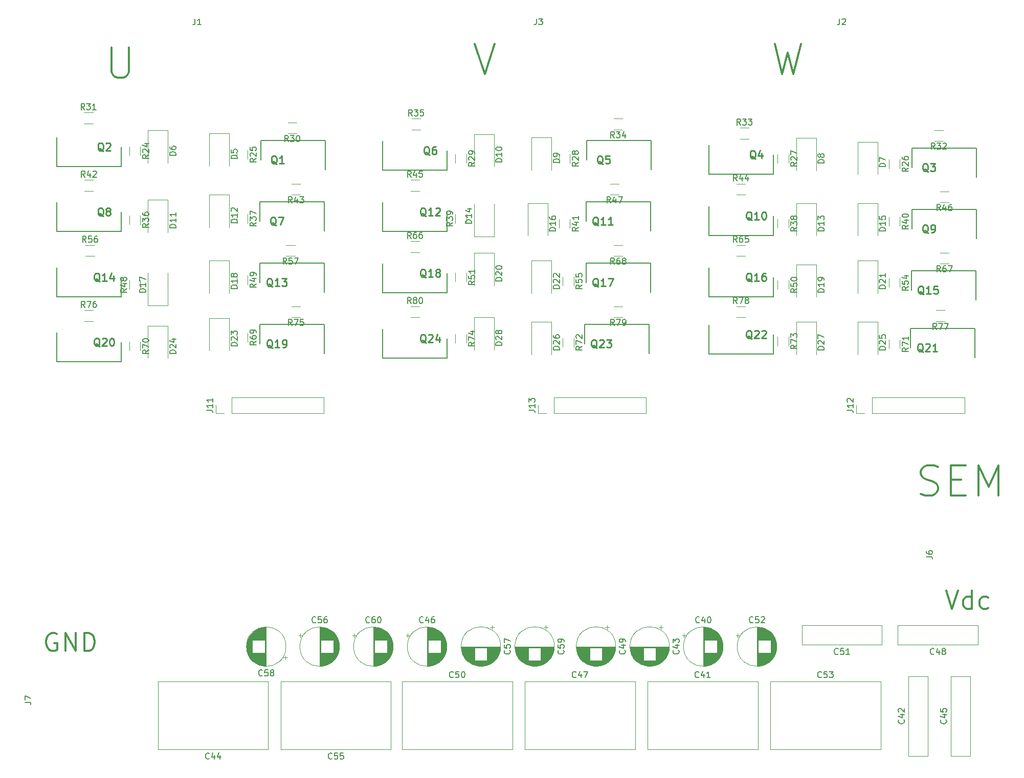
<source format=gbr>
%TF.GenerationSoftware,KiCad,Pcbnew,(5.1.10)-1*%
%TF.CreationDate,2022-02-15T22:19:06+02:00*%
%TF.ProjectId,SEM,53454d2e-6b69-4636-9164-5f7063625858,rev?*%
%TF.SameCoordinates,Original*%
%TF.FileFunction,Legend,Top*%
%TF.FilePolarity,Positive*%
%FSLAX46Y46*%
G04 Gerber Fmt 4.6, Leading zero omitted, Abs format (unit mm)*
G04 Created by KiCad (PCBNEW (5.1.10)-1) date 2022-02-15 22:19:06*
%MOMM*%
%LPD*%
G01*
G04 APERTURE LIST*
%ADD10C,0.375000*%
%ADD11C,0.120000*%
%ADD12C,0.200000*%
%ADD13C,0.150000*%
%ADD14C,0.254000*%
G04 APERTURE END LIST*
D10*
X34544285Y-126135000D02*
X34258571Y-125992142D01*
X33830000Y-125992142D01*
X33401428Y-126135000D01*
X33115714Y-126420714D01*
X32972857Y-126706428D01*
X32830000Y-127277857D01*
X32830000Y-127706428D01*
X32972857Y-128277857D01*
X33115714Y-128563571D01*
X33401428Y-128849285D01*
X33830000Y-128992142D01*
X34115714Y-128992142D01*
X34544285Y-128849285D01*
X34687142Y-128706428D01*
X34687142Y-127706428D01*
X34115714Y-127706428D01*
X35972857Y-128992142D02*
X35972857Y-125992142D01*
X37687142Y-128992142D01*
X37687142Y-125992142D01*
X39115714Y-128992142D02*
X39115714Y-125992142D01*
X39830000Y-125992142D01*
X40258571Y-126135000D01*
X40544285Y-126420714D01*
X40687142Y-126706428D01*
X40830000Y-127277857D01*
X40830000Y-127706428D01*
X40687142Y-128277857D01*
X40544285Y-128563571D01*
X40258571Y-128849285D01*
X39830000Y-128992142D01*
X39115714Y-128992142D01*
X181777142Y-119007142D02*
X182777142Y-122007142D01*
X183777142Y-119007142D01*
X186062857Y-122007142D02*
X186062857Y-119007142D01*
X186062857Y-121864285D02*
X185777142Y-122007142D01*
X185205714Y-122007142D01*
X184920000Y-121864285D01*
X184777142Y-121721428D01*
X184634285Y-121435714D01*
X184634285Y-120578571D01*
X184777142Y-120292857D01*
X184920000Y-120150000D01*
X185205714Y-120007142D01*
X185777142Y-120007142D01*
X186062857Y-120150000D01*
X188777142Y-121864285D02*
X188491428Y-122007142D01*
X187920000Y-122007142D01*
X187634285Y-121864285D01*
X187491428Y-121721428D01*
X187348571Y-121435714D01*
X187348571Y-120578571D01*
X187491428Y-120292857D01*
X187634285Y-120150000D01*
X187920000Y-120007142D01*
X188491428Y-120007142D01*
X188777142Y-120150000D01*
X153432142Y-28376904D02*
X154622619Y-33376904D01*
X155575000Y-29805476D01*
X156527380Y-33376904D01*
X157717857Y-28376904D01*
X103743333Y-28376904D02*
X105410000Y-33376904D01*
X107076666Y-28376904D01*
X43656428Y-29011904D02*
X43656428Y-33059523D01*
X43894523Y-33535714D01*
X44132619Y-33773809D01*
X44608809Y-34011904D01*
X45561190Y-34011904D01*
X46037380Y-33773809D01*
X46275476Y-33535714D01*
X46513571Y-33059523D01*
X46513571Y-29011904D01*
X177602380Y-102988809D02*
X178316666Y-103226904D01*
X179507142Y-103226904D01*
X179983333Y-102988809D01*
X180221428Y-102750714D01*
X180459523Y-102274523D01*
X180459523Y-101798333D01*
X180221428Y-101322142D01*
X179983333Y-101084047D01*
X179507142Y-100845952D01*
X178554761Y-100607857D01*
X178078571Y-100369761D01*
X177840476Y-100131666D01*
X177602380Y-99655476D01*
X177602380Y-99179285D01*
X177840476Y-98703095D01*
X178078571Y-98465000D01*
X178554761Y-98226904D01*
X179745238Y-98226904D01*
X180459523Y-98465000D01*
X182602380Y-100607857D02*
X184269047Y-100607857D01*
X184983333Y-103226904D02*
X182602380Y-103226904D01*
X182602380Y-98226904D01*
X184983333Y-98226904D01*
X187126190Y-103226904D02*
X187126190Y-98226904D01*
X188792857Y-101798333D01*
X190459523Y-98226904D01*
X190459523Y-103226904D01*
D11*
%TO.C,R75*%
X74895064Y-71861000D02*
X73440936Y-71861000D01*
X74895064Y-73681000D02*
X73440936Y-73681000D01*
%TO.C,C52*%
X147289759Y-126116000D02*
X147289759Y-126746000D01*
X146974759Y-126431000D02*
X147604759Y-126431000D01*
X153716000Y-127868000D02*
X153716000Y-128672000D01*
X153676000Y-127637000D02*
X153676000Y-128903000D01*
X153636000Y-127468000D02*
X153636000Y-129072000D01*
X153596000Y-127330000D02*
X153596000Y-129210000D01*
X153556000Y-127211000D02*
X153556000Y-129329000D01*
X153516000Y-127105000D02*
X153516000Y-129435000D01*
X153476000Y-127008000D02*
X153476000Y-129532000D01*
X153436000Y-126920000D02*
X153436000Y-129620000D01*
X153396000Y-126838000D02*
X153396000Y-129702000D01*
X153356000Y-126761000D02*
X153356000Y-129779000D01*
X153316000Y-126689000D02*
X153316000Y-129851000D01*
X153276000Y-126620000D02*
X153276000Y-129920000D01*
X153236000Y-126556000D02*
X153236000Y-129984000D01*
X153196000Y-126494000D02*
X153196000Y-130046000D01*
X153156000Y-126436000D02*
X153156000Y-130104000D01*
X153116000Y-126380000D02*
X153116000Y-130160000D01*
X153076000Y-126326000D02*
X153076000Y-130214000D01*
X153036000Y-126275000D02*
X153036000Y-130265000D01*
X152996000Y-126226000D02*
X152996000Y-130314000D01*
X152956000Y-126178000D02*
X152956000Y-130362000D01*
X152916000Y-126133000D02*
X152916000Y-130407000D01*
X152876000Y-126088000D02*
X152876000Y-130452000D01*
X152836000Y-126046000D02*
X152836000Y-130494000D01*
X152796000Y-126005000D02*
X152796000Y-130535000D01*
X152756000Y-129310000D02*
X152756000Y-130575000D01*
X152756000Y-125965000D02*
X152756000Y-127230000D01*
X152716000Y-129310000D02*
X152716000Y-130613000D01*
X152716000Y-125927000D02*
X152716000Y-127230000D01*
X152676000Y-129310000D02*
X152676000Y-130650000D01*
X152676000Y-125890000D02*
X152676000Y-127230000D01*
X152636000Y-129310000D02*
X152636000Y-130686000D01*
X152636000Y-125854000D02*
X152636000Y-127230000D01*
X152596000Y-129310000D02*
X152596000Y-130720000D01*
X152596000Y-125820000D02*
X152596000Y-127230000D01*
X152556000Y-129310000D02*
X152556000Y-130754000D01*
X152556000Y-125786000D02*
X152556000Y-127230000D01*
X152516000Y-129310000D02*
X152516000Y-130786000D01*
X152516000Y-125754000D02*
X152516000Y-127230000D01*
X152476000Y-129310000D02*
X152476000Y-130818000D01*
X152476000Y-125722000D02*
X152476000Y-127230000D01*
X152436000Y-129310000D02*
X152436000Y-130848000D01*
X152436000Y-125692000D02*
X152436000Y-127230000D01*
X152396000Y-129310000D02*
X152396000Y-130877000D01*
X152396000Y-125663000D02*
X152396000Y-127230000D01*
X152356000Y-129310000D02*
X152356000Y-130906000D01*
X152356000Y-125634000D02*
X152356000Y-127230000D01*
X152316000Y-129310000D02*
X152316000Y-130934000D01*
X152316000Y-125606000D02*
X152316000Y-127230000D01*
X152276000Y-129310000D02*
X152276000Y-130960000D01*
X152276000Y-125580000D02*
X152276000Y-127230000D01*
X152236000Y-129310000D02*
X152236000Y-130986000D01*
X152236000Y-125554000D02*
X152236000Y-127230000D01*
X152196000Y-129310000D02*
X152196000Y-131012000D01*
X152196000Y-125528000D02*
X152196000Y-127230000D01*
X152156000Y-129310000D02*
X152156000Y-131036000D01*
X152156000Y-125504000D02*
X152156000Y-127230000D01*
X152116000Y-129310000D02*
X152116000Y-131060000D01*
X152116000Y-125480000D02*
X152116000Y-127230000D01*
X152076000Y-129310000D02*
X152076000Y-131082000D01*
X152076000Y-125458000D02*
X152076000Y-127230000D01*
X152036000Y-129310000D02*
X152036000Y-131104000D01*
X152036000Y-125436000D02*
X152036000Y-127230000D01*
X151996000Y-129310000D02*
X151996000Y-131126000D01*
X151996000Y-125414000D02*
X151996000Y-127230000D01*
X151956000Y-129310000D02*
X151956000Y-131146000D01*
X151956000Y-125394000D02*
X151956000Y-127230000D01*
X151916000Y-129310000D02*
X151916000Y-131166000D01*
X151916000Y-125374000D02*
X151916000Y-127230000D01*
X151876000Y-129310000D02*
X151876000Y-131186000D01*
X151876000Y-125354000D02*
X151876000Y-127230000D01*
X151836000Y-129310000D02*
X151836000Y-131204000D01*
X151836000Y-125336000D02*
X151836000Y-127230000D01*
X151796000Y-129310000D02*
X151796000Y-131222000D01*
X151796000Y-125318000D02*
X151796000Y-127230000D01*
X151756000Y-129310000D02*
X151756000Y-131240000D01*
X151756000Y-125300000D02*
X151756000Y-127230000D01*
X151716000Y-129310000D02*
X151716000Y-131256000D01*
X151716000Y-125284000D02*
X151716000Y-127230000D01*
X151676000Y-129310000D02*
X151676000Y-131272000D01*
X151676000Y-125268000D02*
X151676000Y-127230000D01*
X151636000Y-129310000D02*
X151636000Y-131288000D01*
X151636000Y-125252000D02*
X151636000Y-127230000D01*
X151596000Y-129310000D02*
X151596000Y-131303000D01*
X151596000Y-125237000D02*
X151596000Y-127230000D01*
X151556000Y-129310000D02*
X151556000Y-131317000D01*
X151556000Y-125223000D02*
X151556000Y-127230000D01*
X151516000Y-129310000D02*
X151516000Y-131331000D01*
X151516000Y-125209000D02*
X151516000Y-127230000D01*
X151476000Y-129310000D02*
X151476000Y-131344000D01*
X151476000Y-125196000D02*
X151476000Y-127230000D01*
X151436000Y-129310000D02*
X151436000Y-131356000D01*
X151436000Y-125184000D02*
X151436000Y-127230000D01*
X151396000Y-129310000D02*
X151396000Y-131368000D01*
X151396000Y-125172000D02*
X151396000Y-127230000D01*
X151356000Y-129310000D02*
X151356000Y-131380000D01*
X151356000Y-125160000D02*
X151356000Y-127230000D01*
X151316000Y-129310000D02*
X151316000Y-131391000D01*
X151316000Y-125149000D02*
X151316000Y-127230000D01*
X151276000Y-129310000D02*
X151276000Y-131401000D01*
X151276000Y-125139000D02*
X151276000Y-127230000D01*
X151236000Y-129310000D02*
X151236000Y-131411000D01*
X151236000Y-125129000D02*
X151236000Y-127230000D01*
X151196000Y-129310000D02*
X151196000Y-131420000D01*
X151196000Y-125120000D02*
X151196000Y-127230000D01*
X151155000Y-129310000D02*
X151155000Y-131429000D01*
X151155000Y-125111000D02*
X151155000Y-127230000D01*
X151115000Y-129310000D02*
X151115000Y-131437000D01*
X151115000Y-125103000D02*
X151115000Y-127230000D01*
X151075000Y-129310000D02*
X151075000Y-131445000D01*
X151075000Y-125095000D02*
X151075000Y-127230000D01*
X151035000Y-129310000D02*
X151035000Y-131452000D01*
X151035000Y-125088000D02*
X151035000Y-127230000D01*
X150995000Y-129310000D02*
X150995000Y-131459000D01*
X150995000Y-125081000D02*
X150995000Y-127230000D01*
X150955000Y-129310000D02*
X150955000Y-131465000D01*
X150955000Y-125075000D02*
X150955000Y-127230000D01*
X150915000Y-129310000D02*
X150915000Y-131471000D01*
X150915000Y-125069000D02*
X150915000Y-127230000D01*
X150875000Y-129310000D02*
X150875000Y-131476000D01*
X150875000Y-125064000D02*
X150875000Y-127230000D01*
X150835000Y-129310000D02*
X150835000Y-131481000D01*
X150835000Y-125059000D02*
X150835000Y-127230000D01*
X150795000Y-129310000D02*
X150795000Y-131485000D01*
X150795000Y-125055000D02*
X150795000Y-127230000D01*
X150755000Y-129310000D02*
X150755000Y-131488000D01*
X150755000Y-125052000D02*
X150755000Y-127230000D01*
X150715000Y-129310000D02*
X150715000Y-131492000D01*
X150715000Y-125048000D02*
X150715000Y-127230000D01*
X150675000Y-125046000D02*
X150675000Y-131494000D01*
X150635000Y-125043000D02*
X150635000Y-131497000D01*
X150595000Y-125042000D02*
X150595000Y-131498000D01*
X150555000Y-125040000D02*
X150555000Y-131500000D01*
X150515000Y-125040000D02*
X150515000Y-131500000D01*
X150475000Y-125040000D02*
X150475000Y-131500000D01*
X153745000Y-128270000D02*
G75*
G03*
X153745000Y-128270000I-3270000J0D01*
G01*
%TO.C,R74*%
X100563000Y-76488936D02*
X100563000Y-77943064D01*
X102383000Y-76488936D02*
X102383000Y-77943064D01*
%TO.C,R78*%
X147100936Y-73681000D02*
X148555064Y-73681000D01*
X147100936Y-71861000D02*
X148555064Y-71861000D01*
%TO.C,C55*%
X71645000Y-145320000D02*
X71645000Y-134080000D01*
X89885000Y-145320000D02*
X89885000Y-134080000D01*
X89885000Y-134080000D02*
X71645000Y-134080000D01*
X89885000Y-145320000D02*
X71645000Y-145320000D01*
%TO.C,C60*%
X83789759Y-126116000D02*
X83789759Y-126746000D01*
X83474759Y-126431000D02*
X84104759Y-126431000D01*
X90216000Y-127868000D02*
X90216000Y-128672000D01*
X90176000Y-127637000D02*
X90176000Y-128903000D01*
X90136000Y-127468000D02*
X90136000Y-129072000D01*
X90096000Y-127330000D02*
X90096000Y-129210000D01*
X90056000Y-127211000D02*
X90056000Y-129329000D01*
X90016000Y-127105000D02*
X90016000Y-129435000D01*
X89976000Y-127008000D02*
X89976000Y-129532000D01*
X89936000Y-126920000D02*
X89936000Y-129620000D01*
X89896000Y-126838000D02*
X89896000Y-129702000D01*
X89856000Y-126761000D02*
X89856000Y-129779000D01*
X89816000Y-126689000D02*
X89816000Y-129851000D01*
X89776000Y-126620000D02*
X89776000Y-129920000D01*
X89736000Y-126556000D02*
X89736000Y-129984000D01*
X89696000Y-126494000D02*
X89696000Y-130046000D01*
X89656000Y-126436000D02*
X89656000Y-130104000D01*
X89616000Y-126380000D02*
X89616000Y-130160000D01*
X89576000Y-126326000D02*
X89576000Y-130214000D01*
X89536000Y-126275000D02*
X89536000Y-130265000D01*
X89496000Y-126226000D02*
X89496000Y-130314000D01*
X89456000Y-126178000D02*
X89456000Y-130362000D01*
X89416000Y-126133000D02*
X89416000Y-130407000D01*
X89376000Y-126088000D02*
X89376000Y-130452000D01*
X89336000Y-126046000D02*
X89336000Y-130494000D01*
X89296000Y-126005000D02*
X89296000Y-130535000D01*
X89256000Y-129310000D02*
X89256000Y-130575000D01*
X89256000Y-125965000D02*
X89256000Y-127230000D01*
X89216000Y-129310000D02*
X89216000Y-130613000D01*
X89216000Y-125927000D02*
X89216000Y-127230000D01*
X89176000Y-129310000D02*
X89176000Y-130650000D01*
X89176000Y-125890000D02*
X89176000Y-127230000D01*
X89136000Y-129310000D02*
X89136000Y-130686000D01*
X89136000Y-125854000D02*
X89136000Y-127230000D01*
X89096000Y-129310000D02*
X89096000Y-130720000D01*
X89096000Y-125820000D02*
X89096000Y-127230000D01*
X89056000Y-129310000D02*
X89056000Y-130754000D01*
X89056000Y-125786000D02*
X89056000Y-127230000D01*
X89016000Y-129310000D02*
X89016000Y-130786000D01*
X89016000Y-125754000D02*
X89016000Y-127230000D01*
X88976000Y-129310000D02*
X88976000Y-130818000D01*
X88976000Y-125722000D02*
X88976000Y-127230000D01*
X88936000Y-129310000D02*
X88936000Y-130848000D01*
X88936000Y-125692000D02*
X88936000Y-127230000D01*
X88896000Y-129310000D02*
X88896000Y-130877000D01*
X88896000Y-125663000D02*
X88896000Y-127230000D01*
X88856000Y-129310000D02*
X88856000Y-130906000D01*
X88856000Y-125634000D02*
X88856000Y-127230000D01*
X88816000Y-129310000D02*
X88816000Y-130934000D01*
X88816000Y-125606000D02*
X88816000Y-127230000D01*
X88776000Y-129310000D02*
X88776000Y-130960000D01*
X88776000Y-125580000D02*
X88776000Y-127230000D01*
X88736000Y-129310000D02*
X88736000Y-130986000D01*
X88736000Y-125554000D02*
X88736000Y-127230000D01*
X88696000Y-129310000D02*
X88696000Y-131012000D01*
X88696000Y-125528000D02*
X88696000Y-127230000D01*
X88656000Y-129310000D02*
X88656000Y-131036000D01*
X88656000Y-125504000D02*
X88656000Y-127230000D01*
X88616000Y-129310000D02*
X88616000Y-131060000D01*
X88616000Y-125480000D02*
X88616000Y-127230000D01*
X88576000Y-129310000D02*
X88576000Y-131082000D01*
X88576000Y-125458000D02*
X88576000Y-127230000D01*
X88536000Y-129310000D02*
X88536000Y-131104000D01*
X88536000Y-125436000D02*
X88536000Y-127230000D01*
X88496000Y-129310000D02*
X88496000Y-131126000D01*
X88496000Y-125414000D02*
X88496000Y-127230000D01*
X88456000Y-129310000D02*
X88456000Y-131146000D01*
X88456000Y-125394000D02*
X88456000Y-127230000D01*
X88416000Y-129310000D02*
X88416000Y-131166000D01*
X88416000Y-125374000D02*
X88416000Y-127230000D01*
X88376000Y-129310000D02*
X88376000Y-131186000D01*
X88376000Y-125354000D02*
X88376000Y-127230000D01*
X88336000Y-129310000D02*
X88336000Y-131204000D01*
X88336000Y-125336000D02*
X88336000Y-127230000D01*
X88296000Y-129310000D02*
X88296000Y-131222000D01*
X88296000Y-125318000D02*
X88296000Y-127230000D01*
X88256000Y-129310000D02*
X88256000Y-131240000D01*
X88256000Y-125300000D02*
X88256000Y-127230000D01*
X88216000Y-129310000D02*
X88216000Y-131256000D01*
X88216000Y-125284000D02*
X88216000Y-127230000D01*
X88176000Y-129310000D02*
X88176000Y-131272000D01*
X88176000Y-125268000D02*
X88176000Y-127230000D01*
X88136000Y-129310000D02*
X88136000Y-131288000D01*
X88136000Y-125252000D02*
X88136000Y-127230000D01*
X88096000Y-129310000D02*
X88096000Y-131303000D01*
X88096000Y-125237000D02*
X88096000Y-127230000D01*
X88056000Y-129310000D02*
X88056000Y-131317000D01*
X88056000Y-125223000D02*
X88056000Y-127230000D01*
X88016000Y-129310000D02*
X88016000Y-131331000D01*
X88016000Y-125209000D02*
X88016000Y-127230000D01*
X87976000Y-129310000D02*
X87976000Y-131344000D01*
X87976000Y-125196000D02*
X87976000Y-127230000D01*
X87936000Y-129310000D02*
X87936000Y-131356000D01*
X87936000Y-125184000D02*
X87936000Y-127230000D01*
X87896000Y-129310000D02*
X87896000Y-131368000D01*
X87896000Y-125172000D02*
X87896000Y-127230000D01*
X87856000Y-129310000D02*
X87856000Y-131380000D01*
X87856000Y-125160000D02*
X87856000Y-127230000D01*
X87816000Y-129310000D02*
X87816000Y-131391000D01*
X87816000Y-125149000D02*
X87816000Y-127230000D01*
X87776000Y-129310000D02*
X87776000Y-131401000D01*
X87776000Y-125139000D02*
X87776000Y-127230000D01*
X87736000Y-129310000D02*
X87736000Y-131411000D01*
X87736000Y-125129000D02*
X87736000Y-127230000D01*
X87696000Y-129310000D02*
X87696000Y-131420000D01*
X87696000Y-125120000D02*
X87696000Y-127230000D01*
X87655000Y-129310000D02*
X87655000Y-131429000D01*
X87655000Y-125111000D02*
X87655000Y-127230000D01*
X87615000Y-129310000D02*
X87615000Y-131437000D01*
X87615000Y-125103000D02*
X87615000Y-127230000D01*
X87575000Y-129310000D02*
X87575000Y-131445000D01*
X87575000Y-125095000D02*
X87575000Y-127230000D01*
X87535000Y-129310000D02*
X87535000Y-131452000D01*
X87535000Y-125088000D02*
X87535000Y-127230000D01*
X87495000Y-129310000D02*
X87495000Y-131459000D01*
X87495000Y-125081000D02*
X87495000Y-127230000D01*
X87455000Y-129310000D02*
X87455000Y-131465000D01*
X87455000Y-125075000D02*
X87455000Y-127230000D01*
X87415000Y-129310000D02*
X87415000Y-131471000D01*
X87415000Y-125069000D02*
X87415000Y-127230000D01*
X87375000Y-129310000D02*
X87375000Y-131476000D01*
X87375000Y-125064000D02*
X87375000Y-127230000D01*
X87335000Y-129310000D02*
X87335000Y-131481000D01*
X87335000Y-125059000D02*
X87335000Y-127230000D01*
X87295000Y-129310000D02*
X87295000Y-131485000D01*
X87295000Y-125055000D02*
X87295000Y-127230000D01*
X87255000Y-129310000D02*
X87255000Y-131488000D01*
X87255000Y-125052000D02*
X87255000Y-127230000D01*
X87215000Y-129310000D02*
X87215000Y-131492000D01*
X87215000Y-125048000D02*
X87215000Y-127230000D01*
X87175000Y-125046000D02*
X87175000Y-131494000D01*
X87135000Y-125043000D02*
X87135000Y-131497000D01*
X87095000Y-125042000D02*
X87095000Y-131498000D01*
X87055000Y-125040000D02*
X87055000Y-131500000D01*
X87015000Y-125040000D02*
X87015000Y-131500000D01*
X86975000Y-125040000D02*
X86975000Y-131500000D01*
X90245000Y-128270000D02*
G75*
G03*
X90245000Y-128270000I-3270000J0D01*
G01*
%TO.C,C49*%
X125979000Y-125064759D02*
X125349000Y-125064759D01*
X125664000Y-124749759D02*
X125664000Y-125379759D01*
X124227000Y-131491000D02*
X123423000Y-131491000D01*
X124458000Y-131451000D02*
X123192000Y-131451000D01*
X124627000Y-131411000D02*
X123023000Y-131411000D01*
X124765000Y-131371000D02*
X122885000Y-131371000D01*
X124884000Y-131331000D02*
X122766000Y-131331000D01*
X124990000Y-131291000D02*
X122660000Y-131291000D01*
X125087000Y-131251000D02*
X122563000Y-131251000D01*
X125175000Y-131211000D02*
X122475000Y-131211000D01*
X125257000Y-131171000D02*
X122393000Y-131171000D01*
X125334000Y-131131000D02*
X122316000Y-131131000D01*
X125406000Y-131091000D02*
X122244000Y-131091000D01*
X125475000Y-131051000D02*
X122175000Y-131051000D01*
X125539000Y-131011000D02*
X122111000Y-131011000D01*
X125601000Y-130971000D02*
X122049000Y-130971000D01*
X125659000Y-130931000D02*
X121991000Y-130931000D01*
X125715000Y-130891000D02*
X121935000Y-130891000D01*
X125769000Y-130851000D02*
X121881000Y-130851000D01*
X125820000Y-130811000D02*
X121830000Y-130811000D01*
X125869000Y-130771000D02*
X121781000Y-130771000D01*
X125917000Y-130731000D02*
X121733000Y-130731000D01*
X125962000Y-130691000D02*
X121688000Y-130691000D01*
X126007000Y-130651000D02*
X121643000Y-130651000D01*
X126049000Y-130611000D02*
X121601000Y-130611000D01*
X126090000Y-130571000D02*
X121560000Y-130571000D01*
X122785000Y-130531000D02*
X121520000Y-130531000D01*
X126130000Y-130531000D02*
X124865000Y-130531000D01*
X122785000Y-130491000D02*
X121482000Y-130491000D01*
X126168000Y-130491000D02*
X124865000Y-130491000D01*
X122785000Y-130451000D02*
X121445000Y-130451000D01*
X126205000Y-130451000D02*
X124865000Y-130451000D01*
X122785000Y-130411000D02*
X121409000Y-130411000D01*
X126241000Y-130411000D02*
X124865000Y-130411000D01*
X122785000Y-130371000D02*
X121375000Y-130371000D01*
X126275000Y-130371000D02*
X124865000Y-130371000D01*
X122785000Y-130331000D02*
X121341000Y-130331000D01*
X126309000Y-130331000D02*
X124865000Y-130331000D01*
X122785000Y-130291000D02*
X121309000Y-130291000D01*
X126341000Y-130291000D02*
X124865000Y-130291000D01*
X122785000Y-130251000D02*
X121277000Y-130251000D01*
X126373000Y-130251000D02*
X124865000Y-130251000D01*
X122785000Y-130211000D02*
X121247000Y-130211000D01*
X126403000Y-130211000D02*
X124865000Y-130211000D01*
X122785000Y-130171000D02*
X121218000Y-130171000D01*
X126432000Y-130171000D02*
X124865000Y-130171000D01*
X122785000Y-130131000D02*
X121189000Y-130131000D01*
X126461000Y-130131000D02*
X124865000Y-130131000D01*
X122785000Y-130091000D02*
X121161000Y-130091000D01*
X126489000Y-130091000D02*
X124865000Y-130091000D01*
X122785000Y-130051000D02*
X121135000Y-130051000D01*
X126515000Y-130051000D02*
X124865000Y-130051000D01*
X122785000Y-130011000D02*
X121109000Y-130011000D01*
X126541000Y-130011000D02*
X124865000Y-130011000D01*
X122785000Y-129971000D02*
X121083000Y-129971000D01*
X126567000Y-129971000D02*
X124865000Y-129971000D01*
X122785000Y-129931000D02*
X121059000Y-129931000D01*
X126591000Y-129931000D02*
X124865000Y-129931000D01*
X122785000Y-129891000D02*
X121035000Y-129891000D01*
X126615000Y-129891000D02*
X124865000Y-129891000D01*
X122785000Y-129851000D02*
X121013000Y-129851000D01*
X126637000Y-129851000D02*
X124865000Y-129851000D01*
X122785000Y-129811000D02*
X120991000Y-129811000D01*
X126659000Y-129811000D02*
X124865000Y-129811000D01*
X122785000Y-129771000D02*
X120969000Y-129771000D01*
X126681000Y-129771000D02*
X124865000Y-129771000D01*
X122785000Y-129731000D02*
X120949000Y-129731000D01*
X126701000Y-129731000D02*
X124865000Y-129731000D01*
X122785000Y-129691000D02*
X120929000Y-129691000D01*
X126721000Y-129691000D02*
X124865000Y-129691000D01*
X122785000Y-129651000D02*
X120909000Y-129651000D01*
X126741000Y-129651000D02*
X124865000Y-129651000D01*
X122785000Y-129611000D02*
X120891000Y-129611000D01*
X126759000Y-129611000D02*
X124865000Y-129611000D01*
X122785000Y-129571000D02*
X120873000Y-129571000D01*
X126777000Y-129571000D02*
X124865000Y-129571000D01*
X122785000Y-129531000D02*
X120855000Y-129531000D01*
X126795000Y-129531000D02*
X124865000Y-129531000D01*
X122785000Y-129491000D02*
X120839000Y-129491000D01*
X126811000Y-129491000D02*
X124865000Y-129491000D01*
X122785000Y-129451000D02*
X120823000Y-129451000D01*
X126827000Y-129451000D02*
X124865000Y-129451000D01*
X122785000Y-129411000D02*
X120807000Y-129411000D01*
X126843000Y-129411000D02*
X124865000Y-129411000D01*
X122785000Y-129371000D02*
X120792000Y-129371000D01*
X126858000Y-129371000D02*
X124865000Y-129371000D01*
X122785000Y-129331000D02*
X120778000Y-129331000D01*
X126872000Y-129331000D02*
X124865000Y-129331000D01*
X122785000Y-129291000D02*
X120764000Y-129291000D01*
X126886000Y-129291000D02*
X124865000Y-129291000D01*
X122785000Y-129251000D02*
X120751000Y-129251000D01*
X126899000Y-129251000D02*
X124865000Y-129251000D01*
X122785000Y-129211000D02*
X120739000Y-129211000D01*
X126911000Y-129211000D02*
X124865000Y-129211000D01*
X122785000Y-129171000D02*
X120727000Y-129171000D01*
X126923000Y-129171000D02*
X124865000Y-129171000D01*
X122785000Y-129131000D02*
X120715000Y-129131000D01*
X126935000Y-129131000D02*
X124865000Y-129131000D01*
X122785000Y-129091000D02*
X120704000Y-129091000D01*
X126946000Y-129091000D02*
X124865000Y-129091000D01*
X122785000Y-129051000D02*
X120694000Y-129051000D01*
X126956000Y-129051000D02*
X124865000Y-129051000D01*
X122785000Y-129011000D02*
X120684000Y-129011000D01*
X126966000Y-129011000D02*
X124865000Y-129011000D01*
X122785000Y-128971000D02*
X120675000Y-128971000D01*
X126975000Y-128971000D02*
X124865000Y-128971000D01*
X122785000Y-128930000D02*
X120666000Y-128930000D01*
X126984000Y-128930000D02*
X124865000Y-128930000D01*
X122785000Y-128890000D02*
X120658000Y-128890000D01*
X126992000Y-128890000D02*
X124865000Y-128890000D01*
X122785000Y-128850000D02*
X120650000Y-128850000D01*
X127000000Y-128850000D02*
X124865000Y-128850000D01*
X122785000Y-128810000D02*
X120643000Y-128810000D01*
X127007000Y-128810000D02*
X124865000Y-128810000D01*
X122785000Y-128770000D02*
X120636000Y-128770000D01*
X127014000Y-128770000D02*
X124865000Y-128770000D01*
X122785000Y-128730000D02*
X120630000Y-128730000D01*
X127020000Y-128730000D02*
X124865000Y-128730000D01*
X122785000Y-128690000D02*
X120624000Y-128690000D01*
X127026000Y-128690000D02*
X124865000Y-128690000D01*
X122785000Y-128650000D02*
X120619000Y-128650000D01*
X127031000Y-128650000D02*
X124865000Y-128650000D01*
X122785000Y-128610000D02*
X120614000Y-128610000D01*
X127036000Y-128610000D02*
X124865000Y-128610000D01*
X122785000Y-128570000D02*
X120610000Y-128570000D01*
X127040000Y-128570000D02*
X124865000Y-128570000D01*
X122785000Y-128530000D02*
X120607000Y-128530000D01*
X127043000Y-128530000D02*
X124865000Y-128530000D01*
X122785000Y-128490000D02*
X120603000Y-128490000D01*
X127047000Y-128490000D02*
X124865000Y-128490000D01*
X127049000Y-128450000D02*
X120601000Y-128450000D01*
X127052000Y-128410000D02*
X120598000Y-128410000D01*
X127053000Y-128370000D02*
X120597000Y-128370000D01*
X127055000Y-128330000D02*
X120595000Y-128330000D01*
X127055000Y-128290000D02*
X120595000Y-128290000D01*
X127055000Y-128250000D02*
X120595000Y-128250000D01*
X127095000Y-128250000D02*
G75*
G03*
X127095000Y-128250000I-3270000J0D01*
G01*
D12*
%TO.C,Q4*%
X142493000Y-45131000D02*
X142493000Y-49961000D01*
X142493000Y-49961000D02*
X153163000Y-49961000D01*
X153163000Y-49961000D02*
X153163000Y-46736000D01*
D11*
%TO.C,C53*%
X170925000Y-134080000D02*
X170925000Y-145320000D01*
X152685000Y-134080000D02*
X152685000Y-145320000D01*
X152685000Y-145320000D02*
X170925000Y-145320000D01*
X152685000Y-134080000D02*
X170925000Y-134080000D01*
%TO.C,C50*%
X109965000Y-134080000D02*
X109965000Y-145320000D01*
X91725000Y-134080000D02*
X91725000Y-145320000D01*
X91725000Y-145320000D02*
X109965000Y-145320000D01*
X91725000Y-134080000D02*
X109965000Y-134080000D01*
%TO.C,R77*%
X181575064Y-72496000D02*
X180120936Y-72496000D01*
X181575064Y-74316000D02*
X180120936Y-74316000D01*
%TO.C,R76*%
X39150936Y-74316000D02*
X40605064Y-74316000D01*
X39150936Y-72496000D02*
X40605064Y-72496000D01*
%TO.C,C57*%
X106929000Y-125064759D02*
X106299000Y-125064759D01*
X106614000Y-124749759D02*
X106614000Y-125379759D01*
X105177000Y-131491000D02*
X104373000Y-131491000D01*
X105408000Y-131451000D02*
X104142000Y-131451000D01*
X105577000Y-131411000D02*
X103973000Y-131411000D01*
X105715000Y-131371000D02*
X103835000Y-131371000D01*
X105834000Y-131331000D02*
X103716000Y-131331000D01*
X105940000Y-131291000D02*
X103610000Y-131291000D01*
X106037000Y-131251000D02*
X103513000Y-131251000D01*
X106125000Y-131211000D02*
X103425000Y-131211000D01*
X106207000Y-131171000D02*
X103343000Y-131171000D01*
X106284000Y-131131000D02*
X103266000Y-131131000D01*
X106356000Y-131091000D02*
X103194000Y-131091000D01*
X106425000Y-131051000D02*
X103125000Y-131051000D01*
X106489000Y-131011000D02*
X103061000Y-131011000D01*
X106551000Y-130971000D02*
X102999000Y-130971000D01*
X106609000Y-130931000D02*
X102941000Y-130931000D01*
X106665000Y-130891000D02*
X102885000Y-130891000D01*
X106719000Y-130851000D02*
X102831000Y-130851000D01*
X106770000Y-130811000D02*
X102780000Y-130811000D01*
X106819000Y-130771000D02*
X102731000Y-130771000D01*
X106867000Y-130731000D02*
X102683000Y-130731000D01*
X106912000Y-130691000D02*
X102638000Y-130691000D01*
X106957000Y-130651000D02*
X102593000Y-130651000D01*
X106999000Y-130611000D02*
X102551000Y-130611000D01*
X107040000Y-130571000D02*
X102510000Y-130571000D01*
X103735000Y-130531000D02*
X102470000Y-130531000D01*
X107080000Y-130531000D02*
X105815000Y-130531000D01*
X103735000Y-130491000D02*
X102432000Y-130491000D01*
X107118000Y-130491000D02*
X105815000Y-130491000D01*
X103735000Y-130451000D02*
X102395000Y-130451000D01*
X107155000Y-130451000D02*
X105815000Y-130451000D01*
X103735000Y-130411000D02*
X102359000Y-130411000D01*
X107191000Y-130411000D02*
X105815000Y-130411000D01*
X103735000Y-130371000D02*
X102325000Y-130371000D01*
X107225000Y-130371000D02*
X105815000Y-130371000D01*
X103735000Y-130331000D02*
X102291000Y-130331000D01*
X107259000Y-130331000D02*
X105815000Y-130331000D01*
X103735000Y-130291000D02*
X102259000Y-130291000D01*
X107291000Y-130291000D02*
X105815000Y-130291000D01*
X103735000Y-130251000D02*
X102227000Y-130251000D01*
X107323000Y-130251000D02*
X105815000Y-130251000D01*
X103735000Y-130211000D02*
X102197000Y-130211000D01*
X107353000Y-130211000D02*
X105815000Y-130211000D01*
X103735000Y-130171000D02*
X102168000Y-130171000D01*
X107382000Y-130171000D02*
X105815000Y-130171000D01*
X103735000Y-130131000D02*
X102139000Y-130131000D01*
X107411000Y-130131000D02*
X105815000Y-130131000D01*
X103735000Y-130091000D02*
X102111000Y-130091000D01*
X107439000Y-130091000D02*
X105815000Y-130091000D01*
X103735000Y-130051000D02*
X102085000Y-130051000D01*
X107465000Y-130051000D02*
X105815000Y-130051000D01*
X103735000Y-130011000D02*
X102059000Y-130011000D01*
X107491000Y-130011000D02*
X105815000Y-130011000D01*
X103735000Y-129971000D02*
X102033000Y-129971000D01*
X107517000Y-129971000D02*
X105815000Y-129971000D01*
X103735000Y-129931000D02*
X102009000Y-129931000D01*
X107541000Y-129931000D02*
X105815000Y-129931000D01*
X103735000Y-129891000D02*
X101985000Y-129891000D01*
X107565000Y-129891000D02*
X105815000Y-129891000D01*
X103735000Y-129851000D02*
X101963000Y-129851000D01*
X107587000Y-129851000D02*
X105815000Y-129851000D01*
X103735000Y-129811000D02*
X101941000Y-129811000D01*
X107609000Y-129811000D02*
X105815000Y-129811000D01*
X103735000Y-129771000D02*
X101919000Y-129771000D01*
X107631000Y-129771000D02*
X105815000Y-129771000D01*
X103735000Y-129731000D02*
X101899000Y-129731000D01*
X107651000Y-129731000D02*
X105815000Y-129731000D01*
X103735000Y-129691000D02*
X101879000Y-129691000D01*
X107671000Y-129691000D02*
X105815000Y-129691000D01*
X103735000Y-129651000D02*
X101859000Y-129651000D01*
X107691000Y-129651000D02*
X105815000Y-129651000D01*
X103735000Y-129611000D02*
X101841000Y-129611000D01*
X107709000Y-129611000D02*
X105815000Y-129611000D01*
X103735000Y-129571000D02*
X101823000Y-129571000D01*
X107727000Y-129571000D02*
X105815000Y-129571000D01*
X103735000Y-129531000D02*
X101805000Y-129531000D01*
X107745000Y-129531000D02*
X105815000Y-129531000D01*
X103735000Y-129491000D02*
X101789000Y-129491000D01*
X107761000Y-129491000D02*
X105815000Y-129491000D01*
X103735000Y-129451000D02*
X101773000Y-129451000D01*
X107777000Y-129451000D02*
X105815000Y-129451000D01*
X103735000Y-129411000D02*
X101757000Y-129411000D01*
X107793000Y-129411000D02*
X105815000Y-129411000D01*
X103735000Y-129371000D02*
X101742000Y-129371000D01*
X107808000Y-129371000D02*
X105815000Y-129371000D01*
X103735000Y-129331000D02*
X101728000Y-129331000D01*
X107822000Y-129331000D02*
X105815000Y-129331000D01*
X103735000Y-129291000D02*
X101714000Y-129291000D01*
X107836000Y-129291000D02*
X105815000Y-129291000D01*
X103735000Y-129251000D02*
X101701000Y-129251000D01*
X107849000Y-129251000D02*
X105815000Y-129251000D01*
X103735000Y-129211000D02*
X101689000Y-129211000D01*
X107861000Y-129211000D02*
X105815000Y-129211000D01*
X103735000Y-129171000D02*
X101677000Y-129171000D01*
X107873000Y-129171000D02*
X105815000Y-129171000D01*
X103735000Y-129131000D02*
X101665000Y-129131000D01*
X107885000Y-129131000D02*
X105815000Y-129131000D01*
X103735000Y-129091000D02*
X101654000Y-129091000D01*
X107896000Y-129091000D02*
X105815000Y-129091000D01*
X103735000Y-129051000D02*
X101644000Y-129051000D01*
X107906000Y-129051000D02*
X105815000Y-129051000D01*
X103735000Y-129011000D02*
X101634000Y-129011000D01*
X107916000Y-129011000D02*
X105815000Y-129011000D01*
X103735000Y-128971000D02*
X101625000Y-128971000D01*
X107925000Y-128971000D02*
X105815000Y-128971000D01*
X103735000Y-128930000D02*
X101616000Y-128930000D01*
X107934000Y-128930000D02*
X105815000Y-128930000D01*
X103735000Y-128890000D02*
X101608000Y-128890000D01*
X107942000Y-128890000D02*
X105815000Y-128890000D01*
X103735000Y-128850000D02*
X101600000Y-128850000D01*
X107950000Y-128850000D02*
X105815000Y-128850000D01*
X103735000Y-128810000D02*
X101593000Y-128810000D01*
X107957000Y-128810000D02*
X105815000Y-128810000D01*
X103735000Y-128770000D02*
X101586000Y-128770000D01*
X107964000Y-128770000D02*
X105815000Y-128770000D01*
X103735000Y-128730000D02*
X101580000Y-128730000D01*
X107970000Y-128730000D02*
X105815000Y-128730000D01*
X103735000Y-128690000D02*
X101574000Y-128690000D01*
X107976000Y-128690000D02*
X105815000Y-128690000D01*
X103735000Y-128650000D02*
X101569000Y-128650000D01*
X107981000Y-128650000D02*
X105815000Y-128650000D01*
X103735000Y-128610000D02*
X101564000Y-128610000D01*
X107986000Y-128610000D02*
X105815000Y-128610000D01*
X103735000Y-128570000D02*
X101560000Y-128570000D01*
X107990000Y-128570000D02*
X105815000Y-128570000D01*
X103735000Y-128530000D02*
X101557000Y-128530000D01*
X107993000Y-128530000D02*
X105815000Y-128530000D01*
X103735000Y-128490000D02*
X101553000Y-128490000D01*
X107997000Y-128490000D02*
X105815000Y-128490000D01*
X107999000Y-128450000D02*
X101551000Y-128450000D01*
X108002000Y-128410000D02*
X101548000Y-128410000D01*
X108003000Y-128370000D02*
X101547000Y-128370000D01*
X108005000Y-128330000D02*
X101545000Y-128330000D01*
X108005000Y-128290000D02*
X101545000Y-128290000D01*
X108005000Y-128250000D02*
X101545000Y-128250000D01*
X108045000Y-128250000D02*
G75*
G03*
X108045000Y-128250000I-3270000J0D01*
G01*
%TO.C,D12*%
X63118000Y-53401000D02*
X63118000Y-58801000D01*
X59818000Y-53401000D02*
X59818000Y-58801000D01*
X63118000Y-53401000D02*
X59818000Y-53401000D01*
%TO.C,D13*%
X160273000Y-54766000D02*
X160273000Y-60166000D01*
X156973000Y-54766000D02*
X156973000Y-60166000D01*
X160273000Y-54766000D02*
X156973000Y-54766000D01*
%TO.C,D21*%
X170433000Y-64291000D02*
X170433000Y-69691000D01*
X167133000Y-64291000D02*
X167133000Y-69691000D01*
X170433000Y-64291000D02*
X167133000Y-64291000D01*
%TO.C,R80*%
X93125936Y-73681000D02*
X94580064Y-73681000D01*
X93125936Y-71861000D02*
X94580064Y-71861000D01*
%TO.C,R26*%
X172318000Y-47556936D02*
X172318000Y-49011064D01*
X174138000Y-47556936D02*
X174138000Y-49011064D01*
%TO.C,D14*%
X103633000Y-60296000D02*
X103633000Y-54896000D01*
X106933000Y-60296000D02*
X106933000Y-54896000D01*
X103633000Y-60296000D02*
X106933000Y-60296000D01*
%TO.C,R73*%
X153903000Y-76931436D02*
X153903000Y-78385564D01*
X155723000Y-76931436D02*
X155723000Y-78385564D01*
%TO.C,D26*%
X116458000Y-74451000D02*
X116458000Y-79851000D01*
X113158000Y-74451000D02*
X113158000Y-79851000D01*
X116458000Y-74451000D02*
X113158000Y-74451000D01*
%TO.C,D7*%
X170433000Y-44606000D02*
X170433000Y-50006000D01*
X167133000Y-44606000D02*
X167133000Y-50006000D01*
X170433000Y-44606000D02*
X167133000Y-44606000D01*
%TO.C,J13*%
X132140000Y-89595000D02*
X132140000Y-86935000D01*
X116840000Y-89595000D02*
X132140000Y-89595000D01*
X116840000Y-86935000D02*
X132140000Y-86935000D01*
X116840000Y-89595000D02*
X116840000Y-86935000D01*
X115570000Y-89595000D02*
X114240000Y-89595000D01*
X114240000Y-89595000D02*
X114240000Y-88265000D01*
D12*
%TO.C,Q10*%
X142493000Y-55291000D02*
X142493000Y-60121000D01*
X142493000Y-60121000D02*
X153163000Y-60121000D01*
X153163000Y-60121000D02*
X153163000Y-56896000D01*
%TO.C,Q2*%
X34543000Y-43861000D02*
X34543000Y-48691000D01*
X34543000Y-48691000D02*
X45213000Y-48691000D01*
X45213000Y-48691000D02*
X45213000Y-45466000D01*
D11*
%TO.C,C45*%
X182530000Y-146400000D02*
X182530000Y-133160000D01*
X185770000Y-146400000D02*
X185770000Y-133160000D01*
X182530000Y-146400000D02*
X185770000Y-146400000D01*
X182530000Y-133160000D02*
X185770000Y-133160000D01*
%TO.C,D17*%
X49658000Y-71726000D02*
X49658000Y-66326000D01*
X52958000Y-71726000D02*
X52958000Y-66326000D01*
X49658000Y-71726000D02*
X52958000Y-71726000D01*
%TO.C,D5*%
X63118000Y-43241000D02*
X63118000Y-48641000D01*
X59818000Y-43241000D02*
X59818000Y-48641000D01*
X63118000Y-43241000D02*
X59818000Y-43241000D01*
%TO.C,R72*%
X118343000Y-77123936D02*
X118343000Y-78578064D01*
X120163000Y-77123936D02*
X120163000Y-78578064D01*
%TO.C,R44*%
X147100936Y-53361000D02*
X148555064Y-53361000D01*
X147100936Y-51541000D02*
X148555064Y-51541000D01*
%TO.C,R79*%
X128235064Y-71861000D02*
X126780936Y-71861000D01*
X128235064Y-73681000D02*
X126780936Y-73681000D01*
D12*
%TO.C,Q14*%
X34543000Y-65451000D02*
X34543000Y-70281000D01*
X34543000Y-70281000D02*
X45213000Y-70281000D01*
X45213000Y-70281000D02*
X45213000Y-67056000D01*
D11*
%TO.C,C40*%
X138399759Y-126116000D02*
X138399759Y-126746000D01*
X138084759Y-126431000D02*
X138714759Y-126431000D01*
X144826000Y-127868000D02*
X144826000Y-128672000D01*
X144786000Y-127637000D02*
X144786000Y-128903000D01*
X144746000Y-127468000D02*
X144746000Y-129072000D01*
X144706000Y-127330000D02*
X144706000Y-129210000D01*
X144666000Y-127211000D02*
X144666000Y-129329000D01*
X144626000Y-127105000D02*
X144626000Y-129435000D01*
X144586000Y-127008000D02*
X144586000Y-129532000D01*
X144546000Y-126920000D02*
X144546000Y-129620000D01*
X144506000Y-126838000D02*
X144506000Y-129702000D01*
X144466000Y-126761000D02*
X144466000Y-129779000D01*
X144426000Y-126689000D02*
X144426000Y-129851000D01*
X144386000Y-126620000D02*
X144386000Y-129920000D01*
X144346000Y-126556000D02*
X144346000Y-129984000D01*
X144306000Y-126494000D02*
X144306000Y-130046000D01*
X144266000Y-126436000D02*
X144266000Y-130104000D01*
X144226000Y-126380000D02*
X144226000Y-130160000D01*
X144186000Y-126326000D02*
X144186000Y-130214000D01*
X144146000Y-126275000D02*
X144146000Y-130265000D01*
X144106000Y-126226000D02*
X144106000Y-130314000D01*
X144066000Y-126178000D02*
X144066000Y-130362000D01*
X144026000Y-126133000D02*
X144026000Y-130407000D01*
X143986000Y-126088000D02*
X143986000Y-130452000D01*
X143946000Y-126046000D02*
X143946000Y-130494000D01*
X143906000Y-126005000D02*
X143906000Y-130535000D01*
X143866000Y-129310000D02*
X143866000Y-130575000D01*
X143866000Y-125965000D02*
X143866000Y-127230000D01*
X143826000Y-129310000D02*
X143826000Y-130613000D01*
X143826000Y-125927000D02*
X143826000Y-127230000D01*
X143786000Y-129310000D02*
X143786000Y-130650000D01*
X143786000Y-125890000D02*
X143786000Y-127230000D01*
X143746000Y-129310000D02*
X143746000Y-130686000D01*
X143746000Y-125854000D02*
X143746000Y-127230000D01*
X143706000Y-129310000D02*
X143706000Y-130720000D01*
X143706000Y-125820000D02*
X143706000Y-127230000D01*
X143666000Y-129310000D02*
X143666000Y-130754000D01*
X143666000Y-125786000D02*
X143666000Y-127230000D01*
X143626000Y-129310000D02*
X143626000Y-130786000D01*
X143626000Y-125754000D02*
X143626000Y-127230000D01*
X143586000Y-129310000D02*
X143586000Y-130818000D01*
X143586000Y-125722000D02*
X143586000Y-127230000D01*
X143546000Y-129310000D02*
X143546000Y-130848000D01*
X143546000Y-125692000D02*
X143546000Y-127230000D01*
X143506000Y-129310000D02*
X143506000Y-130877000D01*
X143506000Y-125663000D02*
X143506000Y-127230000D01*
X143466000Y-129310000D02*
X143466000Y-130906000D01*
X143466000Y-125634000D02*
X143466000Y-127230000D01*
X143426000Y-129310000D02*
X143426000Y-130934000D01*
X143426000Y-125606000D02*
X143426000Y-127230000D01*
X143386000Y-129310000D02*
X143386000Y-130960000D01*
X143386000Y-125580000D02*
X143386000Y-127230000D01*
X143346000Y-129310000D02*
X143346000Y-130986000D01*
X143346000Y-125554000D02*
X143346000Y-127230000D01*
X143306000Y-129310000D02*
X143306000Y-131012000D01*
X143306000Y-125528000D02*
X143306000Y-127230000D01*
X143266000Y-129310000D02*
X143266000Y-131036000D01*
X143266000Y-125504000D02*
X143266000Y-127230000D01*
X143226000Y-129310000D02*
X143226000Y-131060000D01*
X143226000Y-125480000D02*
X143226000Y-127230000D01*
X143186000Y-129310000D02*
X143186000Y-131082000D01*
X143186000Y-125458000D02*
X143186000Y-127230000D01*
X143146000Y-129310000D02*
X143146000Y-131104000D01*
X143146000Y-125436000D02*
X143146000Y-127230000D01*
X143106000Y-129310000D02*
X143106000Y-131126000D01*
X143106000Y-125414000D02*
X143106000Y-127230000D01*
X143066000Y-129310000D02*
X143066000Y-131146000D01*
X143066000Y-125394000D02*
X143066000Y-127230000D01*
X143026000Y-129310000D02*
X143026000Y-131166000D01*
X143026000Y-125374000D02*
X143026000Y-127230000D01*
X142986000Y-129310000D02*
X142986000Y-131186000D01*
X142986000Y-125354000D02*
X142986000Y-127230000D01*
X142946000Y-129310000D02*
X142946000Y-131204000D01*
X142946000Y-125336000D02*
X142946000Y-127230000D01*
X142906000Y-129310000D02*
X142906000Y-131222000D01*
X142906000Y-125318000D02*
X142906000Y-127230000D01*
X142866000Y-129310000D02*
X142866000Y-131240000D01*
X142866000Y-125300000D02*
X142866000Y-127230000D01*
X142826000Y-129310000D02*
X142826000Y-131256000D01*
X142826000Y-125284000D02*
X142826000Y-127230000D01*
X142786000Y-129310000D02*
X142786000Y-131272000D01*
X142786000Y-125268000D02*
X142786000Y-127230000D01*
X142746000Y-129310000D02*
X142746000Y-131288000D01*
X142746000Y-125252000D02*
X142746000Y-127230000D01*
X142706000Y-129310000D02*
X142706000Y-131303000D01*
X142706000Y-125237000D02*
X142706000Y-127230000D01*
X142666000Y-129310000D02*
X142666000Y-131317000D01*
X142666000Y-125223000D02*
X142666000Y-127230000D01*
X142626000Y-129310000D02*
X142626000Y-131331000D01*
X142626000Y-125209000D02*
X142626000Y-127230000D01*
X142586000Y-129310000D02*
X142586000Y-131344000D01*
X142586000Y-125196000D02*
X142586000Y-127230000D01*
X142546000Y-129310000D02*
X142546000Y-131356000D01*
X142546000Y-125184000D02*
X142546000Y-127230000D01*
X142506000Y-129310000D02*
X142506000Y-131368000D01*
X142506000Y-125172000D02*
X142506000Y-127230000D01*
X142466000Y-129310000D02*
X142466000Y-131380000D01*
X142466000Y-125160000D02*
X142466000Y-127230000D01*
X142426000Y-129310000D02*
X142426000Y-131391000D01*
X142426000Y-125149000D02*
X142426000Y-127230000D01*
X142386000Y-129310000D02*
X142386000Y-131401000D01*
X142386000Y-125139000D02*
X142386000Y-127230000D01*
X142346000Y-129310000D02*
X142346000Y-131411000D01*
X142346000Y-125129000D02*
X142346000Y-127230000D01*
X142306000Y-129310000D02*
X142306000Y-131420000D01*
X142306000Y-125120000D02*
X142306000Y-127230000D01*
X142265000Y-129310000D02*
X142265000Y-131429000D01*
X142265000Y-125111000D02*
X142265000Y-127230000D01*
X142225000Y-129310000D02*
X142225000Y-131437000D01*
X142225000Y-125103000D02*
X142225000Y-127230000D01*
X142185000Y-129310000D02*
X142185000Y-131445000D01*
X142185000Y-125095000D02*
X142185000Y-127230000D01*
X142145000Y-129310000D02*
X142145000Y-131452000D01*
X142145000Y-125088000D02*
X142145000Y-127230000D01*
X142105000Y-129310000D02*
X142105000Y-131459000D01*
X142105000Y-125081000D02*
X142105000Y-127230000D01*
X142065000Y-129310000D02*
X142065000Y-131465000D01*
X142065000Y-125075000D02*
X142065000Y-127230000D01*
X142025000Y-129310000D02*
X142025000Y-131471000D01*
X142025000Y-125069000D02*
X142025000Y-127230000D01*
X141985000Y-129310000D02*
X141985000Y-131476000D01*
X141985000Y-125064000D02*
X141985000Y-127230000D01*
X141945000Y-129310000D02*
X141945000Y-131481000D01*
X141945000Y-125059000D02*
X141945000Y-127230000D01*
X141905000Y-129310000D02*
X141905000Y-131485000D01*
X141905000Y-125055000D02*
X141905000Y-127230000D01*
X141865000Y-129310000D02*
X141865000Y-131488000D01*
X141865000Y-125052000D02*
X141865000Y-127230000D01*
X141825000Y-129310000D02*
X141825000Y-131492000D01*
X141825000Y-125048000D02*
X141825000Y-127230000D01*
X141785000Y-125046000D02*
X141785000Y-131494000D01*
X141745000Y-125043000D02*
X141745000Y-131497000D01*
X141705000Y-125042000D02*
X141705000Y-131498000D01*
X141665000Y-125040000D02*
X141665000Y-131500000D01*
X141625000Y-125040000D02*
X141625000Y-131500000D01*
X141585000Y-125040000D02*
X141585000Y-131500000D01*
X144855000Y-128270000D02*
G75*
G03*
X144855000Y-128270000I-3270000J0D01*
G01*
%TO.C,D18*%
X63118000Y-64291000D02*
X63118000Y-69691000D01*
X59818000Y-64291000D02*
X59818000Y-69691000D01*
X63118000Y-64291000D02*
X59818000Y-64291000D01*
%TO.C,D23*%
X63118000Y-73816000D02*
X63118000Y-79216000D01*
X59818000Y-73816000D02*
X59818000Y-79216000D01*
X63118000Y-73816000D02*
X59818000Y-73816000D01*
D12*
%TO.C,Q6*%
X88518000Y-44496000D02*
X88518000Y-49326000D01*
X88518000Y-49326000D02*
X99188000Y-49326000D01*
X99188000Y-49326000D02*
X99188000Y-46101000D01*
%TO.C,Q11*%
X132843000Y-59390000D02*
X132843000Y-54560000D01*
X132843000Y-54560000D02*
X122173000Y-54560000D01*
X122173000Y-54560000D02*
X122173000Y-57785000D01*
D11*
%TO.C,R67*%
X182210064Y-62971000D02*
X180755936Y-62971000D01*
X182210064Y-64791000D02*
X180755936Y-64791000D01*
%TO.C,D22*%
X116458000Y-64291000D02*
X116458000Y-69691000D01*
X113158000Y-64291000D02*
X113158000Y-69691000D01*
X116458000Y-64291000D02*
X113158000Y-64291000D01*
%TO.C,D8*%
X160273000Y-43971000D02*
X160273000Y-49371000D01*
X156973000Y-43971000D02*
X156973000Y-49371000D01*
X160273000Y-43971000D02*
X156973000Y-43971000D01*
%TO.C,D20*%
X106933000Y-63021000D02*
X106933000Y-68421000D01*
X103633000Y-63021000D02*
X103633000Y-68421000D01*
X106933000Y-63021000D02*
X103633000Y-63021000D01*
%TO.C,R69*%
X64368000Y-76296436D02*
X64368000Y-77750564D01*
X66188000Y-76296436D02*
X66188000Y-77750564D01*
%TO.C,R71*%
X172318000Y-77401936D02*
X172318000Y-78856064D01*
X174138000Y-77401936D02*
X174138000Y-78856064D01*
%TO.C,D16*%
X115823000Y-54766000D02*
X115823000Y-60166000D01*
X112523000Y-54766000D02*
X112523000Y-60166000D01*
X115823000Y-54766000D02*
X112523000Y-54766000D01*
D12*
%TO.C,Q7*%
X78868000Y-59390000D02*
X78868000Y-54560000D01*
X78868000Y-54560000D02*
X68198000Y-54560000D01*
X68198000Y-54560000D02*
X68198000Y-57785000D01*
%TO.C,Q8*%
X34543000Y-54656000D02*
X34543000Y-59486000D01*
X34543000Y-59486000D02*
X45213000Y-59486000D01*
X45213000Y-59486000D02*
X45213000Y-56261000D01*
%TO.C,Q12*%
X88518000Y-54656000D02*
X88518000Y-59486000D01*
X88518000Y-59486000D02*
X99188000Y-59486000D01*
X99188000Y-59486000D02*
X99188000Y-56261000D01*
D11*
%TO.C,C42*%
X175545000Y-146400000D02*
X175545000Y-133160000D01*
X178785000Y-146400000D02*
X178785000Y-133160000D01*
X175545000Y-146400000D02*
X178785000Y-146400000D01*
X175545000Y-133160000D02*
X178785000Y-133160000D01*
D12*
%TO.C,Q5*%
X132970000Y-49230000D02*
X132970000Y-44400000D01*
X132970000Y-44400000D02*
X122300000Y-44400000D01*
X122300000Y-44400000D02*
X122300000Y-47625000D01*
%TO.C,Q9*%
X186818000Y-60660000D02*
X186818000Y-55830000D01*
X186818000Y-55830000D02*
X176148000Y-55830000D01*
X176148000Y-55830000D02*
X176148000Y-59055000D01*
%TO.C,Q3*%
X186818000Y-50500000D02*
X186818000Y-45670000D01*
X186818000Y-45670000D02*
X176148000Y-45670000D01*
X176148000Y-45670000D02*
X176148000Y-48895000D01*
%TO.C,Q13*%
X78868000Y-69550000D02*
X78868000Y-64720000D01*
X78868000Y-64720000D02*
X68198000Y-64720000D01*
X68198000Y-64720000D02*
X68198000Y-67945000D01*
%TO.C,Q1*%
X78995000Y-49230000D02*
X78995000Y-44400000D01*
X78995000Y-44400000D02*
X68325000Y-44400000D01*
X68325000Y-44400000D02*
X68325000Y-47625000D01*
D11*
%TO.C,R47*%
X127600064Y-51541000D02*
X126145936Y-51541000D01*
X127600064Y-53361000D02*
X126145936Y-53361000D01*
%TO.C,R45*%
X93125936Y-52726000D02*
X94580064Y-52726000D01*
X93125936Y-50906000D02*
X94580064Y-50906000D01*
%TO.C,R70*%
X46588000Y-77758936D02*
X46588000Y-79213064D01*
X48408000Y-77758936D02*
X48408000Y-79213064D01*
%TO.C,R65*%
X147100936Y-63521000D02*
X148555064Y-63521000D01*
X147100936Y-61701000D02*
X148555064Y-61701000D01*
%TO.C,R40*%
X172318000Y-57081936D02*
X172318000Y-58536064D01*
X174138000Y-57081936D02*
X174138000Y-58536064D01*
%TO.C,R57*%
X73982564Y-61701000D02*
X72528436Y-61701000D01*
X73982564Y-63521000D02*
X72528436Y-63521000D01*
%TO.C,J11*%
X78800000Y-89595000D02*
X78800000Y-86935000D01*
X63500000Y-89595000D02*
X78800000Y-89595000D01*
X63500000Y-86935000D02*
X78800000Y-86935000D01*
X63500000Y-89595000D02*
X63500000Y-86935000D01*
X62230000Y-89595000D02*
X60900000Y-89595000D01*
X60900000Y-89595000D02*
X60900000Y-88265000D01*
%TO.C,R66*%
X93125936Y-62886000D02*
X94580064Y-62886000D01*
X93125936Y-61066000D02*
X94580064Y-61066000D01*
%TO.C,R56*%
X39343436Y-63521000D02*
X40797564Y-63521000D01*
X39343436Y-61701000D02*
X40797564Y-61701000D01*
%TO.C,R48*%
X48408000Y-69053064D02*
X48408000Y-67598936D01*
X46588000Y-69053064D02*
X46588000Y-67598936D01*
%TO.C,R51*%
X100563000Y-66328936D02*
X100563000Y-67783064D01*
X102383000Y-66328936D02*
X102383000Y-67783064D01*
%TO.C,J12*%
X166945000Y-89595000D02*
X166945000Y-88265000D01*
X168275000Y-89595000D02*
X166945000Y-89595000D01*
X169545000Y-89595000D02*
X169545000Y-86935000D01*
X169545000Y-86935000D02*
X184845000Y-86935000D01*
X169545000Y-89595000D02*
X184845000Y-89595000D01*
X184845000Y-89595000D02*
X184845000Y-86935000D01*
%TO.C,R54*%
X172318000Y-67240936D02*
X172318000Y-68695064D01*
X174138000Y-67240936D02*
X174138000Y-68695064D01*
%TO.C,R36*%
X46588000Y-56803936D02*
X46588000Y-58258064D01*
X48408000Y-56803936D02*
X48408000Y-58258064D01*
%TO.C,R55*%
X118343000Y-66963936D02*
X118343000Y-68418064D01*
X120163000Y-66963936D02*
X120163000Y-68418064D01*
%TO.C,R49*%
X64368000Y-66771436D02*
X64368000Y-68225564D01*
X66188000Y-66771436D02*
X66188000Y-68225564D01*
%TO.C,R68*%
X128235064Y-61701000D02*
X126780936Y-61701000D01*
X128235064Y-63521000D02*
X126780936Y-63521000D01*
%TO.C,R50*%
X153903000Y-67598936D02*
X153903000Y-69053064D01*
X155723000Y-67598936D02*
X155723000Y-69053064D01*
%TO.C,D15*%
X170433000Y-54766000D02*
X170433000Y-60166000D01*
X167133000Y-54766000D02*
X167133000Y-60166000D01*
X170433000Y-54766000D02*
X167133000Y-54766000D01*
D12*
%TO.C,Q23*%
X132589000Y-79710000D02*
X132589000Y-74880000D01*
X132589000Y-74880000D02*
X121919000Y-74880000D01*
X121919000Y-74880000D02*
X121919000Y-78105000D01*
D11*
%TO.C,D6*%
X52958000Y-42701000D02*
X52958000Y-48101000D01*
X49658000Y-42701000D02*
X49658000Y-48101000D01*
X52958000Y-42701000D02*
X49658000Y-42701000D01*
%TO.C,D10*%
X106933000Y-43336000D02*
X106933000Y-48736000D01*
X103633000Y-43336000D02*
X103633000Y-48736000D01*
X106933000Y-43336000D02*
X103633000Y-43336000D01*
D12*
%TO.C,Q15*%
X186691000Y-70820000D02*
X186691000Y-65990000D01*
X186691000Y-65990000D02*
X176021000Y-65990000D01*
X176021000Y-65990000D02*
X176021000Y-69215000D01*
D11*
%TO.C,D24*%
X52958000Y-75086000D02*
X52958000Y-80486000D01*
X49658000Y-75086000D02*
X49658000Y-80486000D01*
X52958000Y-75086000D02*
X49658000Y-75086000D01*
%TO.C,D28*%
X106933000Y-73721000D02*
X106933000Y-79121000D01*
X103633000Y-73721000D02*
X103633000Y-79121000D01*
X106933000Y-73721000D02*
X103633000Y-73721000D01*
%TO.C,D11*%
X52958000Y-54226000D02*
X52958000Y-59626000D01*
X49658000Y-54226000D02*
X49658000Y-59626000D01*
X52958000Y-54226000D02*
X49658000Y-54226000D01*
D12*
%TO.C,Q16*%
X142493000Y-65451000D02*
X142493000Y-70281000D01*
X142493000Y-70281000D02*
X153163000Y-70281000D01*
X153163000Y-70281000D02*
X153163000Y-67056000D01*
%TO.C,Q19*%
X78868000Y-79710000D02*
X78868000Y-74880000D01*
X78868000Y-74880000D02*
X68198000Y-74880000D01*
X68198000Y-74880000D02*
X68198000Y-78105000D01*
D11*
%TO.C,D27*%
X160273000Y-74451000D02*
X160273000Y-79851000D01*
X156973000Y-74451000D02*
X156973000Y-79851000D01*
X160273000Y-74451000D02*
X156973000Y-74451000D01*
%TO.C,D25*%
X170433000Y-74451000D02*
X170433000Y-79851000D01*
X167133000Y-74451000D02*
X167133000Y-79851000D01*
X170433000Y-74451000D02*
X167133000Y-74451000D01*
D12*
%TO.C,Q18*%
X88518000Y-64816000D02*
X88518000Y-69646000D01*
X88518000Y-69646000D02*
X99188000Y-69646000D01*
X99188000Y-69646000D02*
X99188000Y-66421000D01*
%TO.C,Q20*%
X34543000Y-76246000D02*
X34543000Y-81076000D01*
X34543000Y-81076000D02*
X45213000Y-81076000D01*
X45213000Y-81076000D02*
X45213000Y-77851000D01*
D11*
%TO.C,D19*%
X160273000Y-64926000D02*
X160273000Y-70326000D01*
X156973000Y-64926000D02*
X156973000Y-70326000D01*
X160273000Y-64926000D02*
X156973000Y-64926000D01*
%TO.C,R46*%
X182210064Y-52811000D02*
X180755936Y-52811000D01*
X182210064Y-54631000D02*
X180755936Y-54631000D01*
%TO.C,R38*%
X153903000Y-57438936D02*
X153903000Y-58893064D01*
X155723000Y-57438936D02*
X155723000Y-58893064D01*
%TO.C,R24*%
X46588000Y-45373936D02*
X46588000Y-46828064D01*
X48408000Y-45373936D02*
X48408000Y-46828064D01*
%TO.C,C48*%
X187040000Y-127985000D02*
X173800000Y-127985000D01*
X187040000Y-124745000D02*
X173800000Y-124745000D01*
X187040000Y-127985000D02*
X187040000Y-124745000D01*
X173800000Y-127985000D02*
X173800000Y-124745000D01*
%TO.C,C43*%
X134869000Y-125064759D02*
X134239000Y-125064759D01*
X134554000Y-124749759D02*
X134554000Y-125379759D01*
X133117000Y-131491000D02*
X132313000Y-131491000D01*
X133348000Y-131451000D02*
X132082000Y-131451000D01*
X133517000Y-131411000D02*
X131913000Y-131411000D01*
X133655000Y-131371000D02*
X131775000Y-131371000D01*
X133774000Y-131331000D02*
X131656000Y-131331000D01*
X133880000Y-131291000D02*
X131550000Y-131291000D01*
X133977000Y-131251000D02*
X131453000Y-131251000D01*
X134065000Y-131211000D02*
X131365000Y-131211000D01*
X134147000Y-131171000D02*
X131283000Y-131171000D01*
X134224000Y-131131000D02*
X131206000Y-131131000D01*
X134296000Y-131091000D02*
X131134000Y-131091000D01*
X134365000Y-131051000D02*
X131065000Y-131051000D01*
X134429000Y-131011000D02*
X131001000Y-131011000D01*
X134491000Y-130971000D02*
X130939000Y-130971000D01*
X134549000Y-130931000D02*
X130881000Y-130931000D01*
X134605000Y-130891000D02*
X130825000Y-130891000D01*
X134659000Y-130851000D02*
X130771000Y-130851000D01*
X134710000Y-130811000D02*
X130720000Y-130811000D01*
X134759000Y-130771000D02*
X130671000Y-130771000D01*
X134807000Y-130731000D02*
X130623000Y-130731000D01*
X134852000Y-130691000D02*
X130578000Y-130691000D01*
X134897000Y-130651000D02*
X130533000Y-130651000D01*
X134939000Y-130611000D02*
X130491000Y-130611000D01*
X134980000Y-130571000D02*
X130450000Y-130571000D01*
X131675000Y-130531000D02*
X130410000Y-130531000D01*
X135020000Y-130531000D02*
X133755000Y-130531000D01*
X131675000Y-130491000D02*
X130372000Y-130491000D01*
X135058000Y-130491000D02*
X133755000Y-130491000D01*
X131675000Y-130451000D02*
X130335000Y-130451000D01*
X135095000Y-130451000D02*
X133755000Y-130451000D01*
X131675000Y-130411000D02*
X130299000Y-130411000D01*
X135131000Y-130411000D02*
X133755000Y-130411000D01*
X131675000Y-130371000D02*
X130265000Y-130371000D01*
X135165000Y-130371000D02*
X133755000Y-130371000D01*
X131675000Y-130331000D02*
X130231000Y-130331000D01*
X135199000Y-130331000D02*
X133755000Y-130331000D01*
X131675000Y-130291000D02*
X130199000Y-130291000D01*
X135231000Y-130291000D02*
X133755000Y-130291000D01*
X131675000Y-130251000D02*
X130167000Y-130251000D01*
X135263000Y-130251000D02*
X133755000Y-130251000D01*
X131675000Y-130211000D02*
X130137000Y-130211000D01*
X135293000Y-130211000D02*
X133755000Y-130211000D01*
X131675000Y-130171000D02*
X130108000Y-130171000D01*
X135322000Y-130171000D02*
X133755000Y-130171000D01*
X131675000Y-130131000D02*
X130079000Y-130131000D01*
X135351000Y-130131000D02*
X133755000Y-130131000D01*
X131675000Y-130091000D02*
X130051000Y-130091000D01*
X135379000Y-130091000D02*
X133755000Y-130091000D01*
X131675000Y-130051000D02*
X130025000Y-130051000D01*
X135405000Y-130051000D02*
X133755000Y-130051000D01*
X131675000Y-130011000D02*
X129999000Y-130011000D01*
X135431000Y-130011000D02*
X133755000Y-130011000D01*
X131675000Y-129971000D02*
X129973000Y-129971000D01*
X135457000Y-129971000D02*
X133755000Y-129971000D01*
X131675000Y-129931000D02*
X129949000Y-129931000D01*
X135481000Y-129931000D02*
X133755000Y-129931000D01*
X131675000Y-129891000D02*
X129925000Y-129891000D01*
X135505000Y-129891000D02*
X133755000Y-129891000D01*
X131675000Y-129851000D02*
X129903000Y-129851000D01*
X135527000Y-129851000D02*
X133755000Y-129851000D01*
X131675000Y-129811000D02*
X129881000Y-129811000D01*
X135549000Y-129811000D02*
X133755000Y-129811000D01*
X131675000Y-129771000D02*
X129859000Y-129771000D01*
X135571000Y-129771000D02*
X133755000Y-129771000D01*
X131675000Y-129731000D02*
X129839000Y-129731000D01*
X135591000Y-129731000D02*
X133755000Y-129731000D01*
X131675000Y-129691000D02*
X129819000Y-129691000D01*
X135611000Y-129691000D02*
X133755000Y-129691000D01*
X131675000Y-129651000D02*
X129799000Y-129651000D01*
X135631000Y-129651000D02*
X133755000Y-129651000D01*
X131675000Y-129611000D02*
X129781000Y-129611000D01*
X135649000Y-129611000D02*
X133755000Y-129611000D01*
X131675000Y-129571000D02*
X129763000Y-129571000D01*
X135667000Y-129571000D02*
X133755000Y-129571000D01*
X131675000Y-129531000D02*
X129745000Y-129531000D01*
X135685000Y-129531000D02*
X133755000Y-129531000D01*
X131675000Y-129491000D02*
X129729000Y-129491000D01*
X135701000Y-129491000D02*
X133755000Y-129491000D01*
X131675000Y-129451000D02*
X129713000Y-129451000D01*
X135717000Y-129451000D02*
X133755000Y-129451000D01*
X131675000Y-129411000D02*
X129697000Y-129411000D01*
X135733000Y-129411000D02*
X133755000Y-129411000D01*
X131675000Y-129371000D02*
X129682000Y-129371000D01*
X135748000Y-129371000D02*
X133755000Y-129371000D01*
X131675000Y-129331000D02*
X129668000Y-129331000D01*
X135762000Y-129331000D02*
X133755000Y-129331000D01*
X131675000Y-129291000D02*
X129654000Y-129291000D01*
X135776000Y-129291000D02*
X133755000Y-129291000D01*
X131675000Y-129251000D02*
X129641000Y-129251000D01*
X135789000Y-129251000D02*
X133755000Y-129251000D01*
X131675000Y-129211000D02*
X129629000Y-129211000D01*
X135801000Y-129211000D02*
X133755000Y-129211000D01*
X131675000Y-129171000D02*
X129617000Y-129171000D01*
X135813000Y-129171000D02*
X133755000Y-129171000D01*
X131675000Y-129131000D02*
X129605000Y-129131000D01*
X135825000Y-129131000D02*
X133755000Y-129131000D01*
X131675000Y-129091000D02*
X129594000Y-129091000D01*
X135836000Y-129091000D02*
X133755000Y-129091000D01*
X131675000Y-129051000D02*
X129584000Y-129051000D01*
X135846000Y-129051000D02*
X133755000Y-129051000D01*
X131675000Y-129011000D02*
X129574000Y-129011000D01*
X135856000Y-129011000D02*
X133755000Y-129011000D01*
X131675000Y-128971000D02*
X129565000Y-128971000D01*
X135865000Y-128971000D02*
X133755000Y-128971000D01*
X131675000Y-128930000D02*
X129556000Y-128930000D01*
X135874000Y-128930000D02*
X133755000Y-128930000D01*
X131675000Y-128890000D02*
X129548000Y-128890000D01*
X135882000Y-128890000D02*
X133755000Y-128890000D01*
X131675000Y-128850000D02*
X129540000Y-128850000D01*
X135890000Y-128850000D02*
X133755000Y-128850000D01*
X131675000Y-128810000D02*
X129533000Y-128810000D01*
X135897000Y-128810000D02*
X133755000Y-128810000D01*
X131675000Y-128770000D02*
X129526000Y-128770000D01*
X135904000Y-128770000D02*
X133755000Y-128770000D01*
X131675000Y-128730000D02*
X129520000Y-128730000D01*
X135910000Y-128730000D02*
X133755000Y-128730000D01*
X131675000Y-128690000D02*
X129514000Y-128690000D01*
X135916000Y-128690000D02*
X133755000Y-128690000D01*
X131675000Y-128650000D02*
X129509000Y-128650000D01*
X135921000Y-128650000D02*
X133755000Y-128650000D01*
X131675000Y-128610000D02*
X129504000Y-128610000D01*
X135926000Y-128610000D02*
X133755000Y-128610000D01*
X131675000Y-128570000D02*
X129500000Y-128570000D01*
X135930000Y-128570000D02*
X133755000Y-128570000D01*
X131675000Y-128530000D02*
X129497000Y-128530000D01*
X135933000Y-128530000D02*
X133755000Y-128530000D01*
X131675000Y-128490000D02*
X129493000Y-128490000D01*
X135937000Y-128490000D02*
X133755000Y-128490000D01*
X135939000Y-128450000D02*
X129491000Y-128450000D01*
X135942000Y-128410000D02*
X129488000Y-128410000D01*
X135943000Y-128370000D02*
X129487000Y-128370000D01*
X135945000Y-128330000D02*
X129485000Y-128330000D01*
X135945000Y-128290000D02*
X129485000Y-128290000D01*
X135945000Y-128250000D02*
X129485000Y-128250000D01*
X135985000Y-128250000D02*
G75*
G03*
X135985000Y-128250000I-3270000J0D01*
G01*
%TO.C,C41*%
X150605000Y-134080000D02*
X150605000Y-145320000D01*
X132365000Y-134080000D02*
X132365000Y-145320000D01*
X132365000Y-145320000D02*
X150605000Y-145320000D01*
X132365000Y-134080000D02*
X150605000Y-134080000D01*
%TO.C,C56*%
X74899759Y-126116000D02*
X74899759Y-126746000D01*
X74584759Y-126431000D02*
X75214759Y-126431000D01*
X81326000Y-127868000D02*
X81326000Y-128672000D01*
X81286000Y-127637000D02*
X81286000Y-128903000D01*
X81246000Y-127468000D02*
X81246000Y-129072000D01*
X81206000Y-127330000D02*
X81206000Y-129210000D01*
X81166000Y-127211000D02*
X81166000Y-129329000D01*
X81126000Y-127105000D02*
X81126000Y-129435000D01*
X81086000Y-127008000D02*
X81086000Y-129532000D01*
X81046000Y-126920000D02*
X81046000Y-129620000D01*
X81006000Y-126838000D02*
X81006000Y-129702000D01*
X80966000Y-126761000D02*
X80966000Y-129779000D01*
X80926000Y-126689000D02*
X80926000Y-129851000D01*
X80886000Y-126620000D02*
X80886000Y-129920000D01*
X80846000Y-126556000D02*
X80846000Y-129984000D01*
X80806000Y-126494000D02*
X80806000Y-130046000D01*
X80766000Y-126436000D02*
X80766000Y-130104000D01*
X80726000Y-126380000D02*
X80726000Y-130160000D01*
X80686000Y-126326000D02*
X80686000Y-130214000D01*
X80646000Y-126275000D02*
X80646000Y-130265000D01*
X80606000Y-126226000D02*
X80606000Y-130314000D01*
X80566000Y-126178000D02*
X80566000Y-130362000D01*
X80526000Y-126133000D02*
X80526000Y-130407000D01*
X80486000Y-126088000D02*
X80486000Y-130452000D01*
X80446000Y-126046000D02*
X80446000Y-130494000D01*
X80406000Y-126005000D02*
X80406000Y-130535000D01*
X80366000Y-129310000D02*
X80366000Y-130575000D01*
X80366000Y-125965000D02*
X80366000Y-127230000D01*
X80326000Y-129310000D02*
X80326000Y-130613000D01*
X80326000Y-125927000D02*
X80326000Y-127230000D01*
X80286000Y-129310000D02*
X80286000Y-130650000D01*
X80286000Y-125890000D02*
X80286000Y-127230000D01*
X80246000Y-129310000D02*
X80246000Y-130686000D01*
X80246000Y-125854000D02*
X80246000Y-127230000D01*
X80206000Y-129310000D02*
X80206000Y-130720000D01*
X80206000Y-125820000D02*
X80206000Y-127230000D01*
X80166000Y-129310000D02*
X80166000Y-130754000D01*
X80166000Y-125786000D02*
X80166000Y-127230000D01*
X80126000Y-129310000D02*
X80126000Y-130786000D01*
X80126000Y-125754000D02*
X80126000Y-127230000D01*
X80086000Y-129310000D02*
X80086000Y-130818000D01*
X80086000Y-125722000D02*
X80086000Y-127230000D01*
X80046000Y-129310000D02*
X80046000Y-130848000D01*
X80046000Y-125692000D02*
X80046000Y-127230000D01*
X80006000Y-129310000D02*
X80006000Y-130877000D01*
X80006000Y-125663000D02*
X80006000Y-127230000D01*
X79966000Y-129310000D02*
X79966000Y-130906000D01*
X79966000Y-125634000D02*
X79966000Y-127230000D01*
X79926000Y-129310000D02*
X79926000Y-130934000D01*
X79926000Y-125606000D02*
X79926000Y-127230000D01*
X79886000Y-129310000D02*
X79886000Y-130960000D01*
X79886000Y-125580000D02*
X79886000Y-127230000D01*
X79846000Y-129310000D02*
X79846000Y-130986000D01*
X79846000Y-125554000D02*
X79846000Y-127230000D01*
X79806000Y-129310000D02*
X79806000Y-131012000D01*
X79806000Y-125528000D02*
X79806000Y-127230000D01*
X79766000Y-129310000D02*
X79766000Y-131036000D01*
X79766000Y-125504000D02*
X79766000Y-127230000D01*
X79726000Y-129310000D02*
X79726000Y-131060000D01*
X79726000Y-125480000D02*
X79726000Y-127230000D01*
X79686000Y-129310000D02*
X79686000Y-131082000D01*
X79686000Y-125458000D02*
X79686000Y-127230000D01*
X79646000Y-129310000D02*
X79646000Y-131104000D01*
X79646000Y-125436000D02*
X79646000Y-127230000D01*
X79606000Y-129310000D02*
X79606000Y-131126000D01*
X79606000Y-125414000D02*
X79606000Y-127230000D01*
X79566000Y-129310000D02*
X79566000Y-131146000D01*
X79566000Y-125394000D02*
X79566000Y-127230000D01*
X79526000Y-129310000D02*
X79526000Y-131166000D01*
X79526000Y-125374000D02*
X79526000Y-127230000D01*
X79486000Y-129310000D02*
X79486000Y-131186000D01*
X79486000Y-125354000D02*
X79486000Y-127230000D01*
X79446000Y-129310000D02*
X79446000Y-131204000D01*
X79446000Y-125336000D02*
X79446000Y-127230000D01*
X79406000Y-129310000D02*
X79406000Y-131222000D01*
X79406000Y-125318000D02*
X79406000Y-127230000D01*
X79366000Y-129310000D02*
X79366000Y-131240000D01*
X79366000Y-125300000D02*
X79366000Y-127230000D01*
X79326000Y-129310000D02*
X79326000Y-131256000D01*
X79326000Y-125284000D02*
X79326000Y-127230000D01*
X79286000Y-129310000D02*
X79286000Y-131272000D01*
X79286000Y-125268000D02*
X79286000Y-127230000D01*
X79246000Y-129310000D02*
X79246000Y-131288000D01*
X79246000Y-125252000D02*
X79246000Y-127230000D01*
X79206000Y-129310000D02*
X79206000Y-131303000D01*
X79206000Y-125237000D02*
X79206000Y-127230000D01*
X79166000Y-129310000D02*
X79166000Y-131317000D01*
X79166000Y-125223000D02*
X79166000Y-127230000D01*
X79126000Y-129310000D02*
X79126000Y-131331000D01*
X79126000Y-125209000D02*
X79126000Y-127230000D01*
X79086000Y-129310000D02*
X79086000Y-131344000D01*
X79086000Y-125196000D02*
X79086000Y-127230000D01*
X79046000Y-129310000D02*
X79046000Y-131356000D01*
X79046000Y-125184000D02*
X79046000Y-127230000D01*
X79006000Y-129310000D02*
X79006000Y-131368000D01*
X79006000Y-125172000D02*
X79006000Y-127230000D01*
X78966000Y-129310000D02*
X78966000Y-131380000D01*
X78966000Y-125160000D02*
X78966000Y-127230000D01*
X78926000Y-129310000D02*
X78926000Y-131391000D01*
X78926000Y-125149000D02*
X78926000Y-127230000D01*
X78886000Y-129310000D02*
X78886000Y-131401000D01*
X78886000Y-125139000D02*
X78886000Y-127230000D01*
X78846000Y-129310000D02*
X78846000Y-131411000D01*
X78846000Y-125129000D02*
X78846000Y-127230000D01*
X78806000Y-129310000D02*
X78806000Y-131420000D01*
X78806000Y-125120000D02*
X78806000Y-127230000D01*
X78765000Y-129310000D02*
X78765000Y-131429000D01*
X78765000Y-125111000D02*
X78765000Y-127230000D01*
X78725000Y-129310000D02*
X78725000Y-131437000D01*
X78725000Y-125103000D02*
X78725000Y-127230000D01*
X78685000Y-129310000D02*
X78685000Y-131445000D01*
X78685000Y-125095000D02*
X78685000Y-127230000D01*
X78645000Y-129310000D02*
X78645000Y-131452000D01*
X78645000Y-125088000D02*
X78645000Y-127230000D01*
X78605000Y-129310000D02*
X78605000Y-131459000D01*
X78605000Y-125081000D02*
X78605000Y-127230000D01*
X78565000Y-129310000D02*
X78565000Y-131465000D01*
X78565000Y-125075000D02*
X78565000Y-127230000D01*
X78525000Y-129310000D02*
X78525000Y-131471000D01*
X78525000Y-125069000D02*
X78525000Y-127230000D01*
X78485000Y-129310000D02*
X78485000Y-131476000D01*
X78485000Y-125064000D02*
X78485000Y-127230000D01*
X78445000Y-129310000D02*
X78445000Y-131481000D01*
X78445000Y-125059000D02*
X78445000Y-127230000D01*
X78405000Y-129310000D02*
X78405000Y-131485000D01*
X78405000Y-125055000D02*
X78405000Y-127230000D01*
X78365000Y-129310000D02*
X78365000Y-131488000D01*
X78365000Y-125052000D02*
X78365000Y-127230000D01*
X78325000Y-129310000D02*
X78325000Y-131492000D01*
X78325000Y-125048000D02*
X78325000Y-127230000D01*
X78285000Y-125046000D02*
X78285000Y-131494000D01*
X78245000Y-125043000D02*
X78245000Y-131497000D01*
X78205000Y-125042000D02*
X78205000Y-131498000D01*
X78165000Y-125040000D02*
X78165000Y-131500000D01*
X78125000Y-125040000D02*
X78125000Y-131500000D01*
X78085000Y-125040000D02*
X78085000Y-131500000D01*
X81355000Y-128270000D02*
G75*
G03*
X81355000Y-128270000I-3270000J0D01*
G01*
%TO.C,R30*%
X74260064Y-41381000D02*
X72805936Y-41381000D01*
X74260064Y-43201000D02*
X72805936Y-43201000D01*
%TO.C,C51*%
X171165000Y-127985000D02*
X157925000Y-127985000D01*
X171165000Y-124745000D02*
X157925000Y-124745000D01*
X171165000Y-127985000D02*
X171165000Y-124745000D01*
X157925000Y-127985000D02*
X157925000Y-124745000D01*
%TO.C,C58*%
X72420241Y-130424000D02*
X72420241Y-129794000D01*
X72735241Y-130109000D02*
X72105241Y-130109000D01*
X65994000Y-128672000D02*
X65994000Y-127868000D01*
X66034000Y-128903000D02*
X66034000Y-127637000D01*
X66074000Y-129072000D02*
X66074000Y-127468000D01*
X66114000Y-129210000D02*
X66114000Y-127330000D01*
X66154000Y-129329000D02*
X66154000Y-127211000D01*
X66194000Y-129435000D02*
X66194000Y-127105000D01*
X66234000Y-129532000D02*
X66234000Y-127008000D01*
X66274000Y-129620000D02*
X66274000Y-126920000D01*
X66314000Y-129702000D02*
X66314000Y-126838000D01*
X66354000Y-129779000D02*
X66354000Y-126761000D01*
X66394000Y-129851000D02*
X66394000Y-126689000D01*
X66434000Y-129920000D02*
X66434000Y-126620000D01*
X66474000Y-129984000D02*
X66474000Y-126556000D01*
X66514000Y-130046000D02*
X66514000Y-126494000D01*
X66554000Y-130104000D02*
X66554000Y-126436000D01*
X66594000Y-130160000D02*
X66594000Y-126380000D01*
X66634000Y-130214000D02*
X66634000Y-126326000D01*
X66674000Y-130265000D02*
X66674000Y-126275000D01*
X66714000Y-130314000D02*
X66714000Y-126226000D01*
X66754000Y-130362000D02*
X66754000Y-126178000D01*
X66794000Y-130407000D02*
X66794000Y-126133000D01*
X66834000Y-130452000D02*
X66834000Y-126088000D01*
X66874000Y-130494000D02*
X66874000Y-126046000D01*
X66914000Y-130535000D02*
X66914000Y-126005000D01*
X66954000Y-127230000D02*
X66954000Y-125965000D01*
X66954000Y-130575000D02*
X66954000Y-129310000D01*
X66994000Y-127230000D02*
X66994000Y-125927000D01*
X66994000Y-130613000D02*
X66994000Y-129310000D01*
X67034000Y-127230000D02*
X67034000Y-125890000D01*
X67034000Y-130650000D02*
X67034000Y-129310000D01*
X67074000Y-127230000D02*
X67074000Y-125854000D01*
X67074000Y-130686000D02*
X67074000Y-129310000D01*
X67114000Y-127230000D02*
X67114000Y-125820000D01*
X67114000Y-130720000D02*
X67114000Y-129310000D01*
X67154000Y-127230000D02*
X67154000Y-125786000D01*
X67154000Y-130754000D02*
X67154000Y-129310000D01*
X67194000Y-127230000D02*
X67194000Y-125754000D01*
X67194000Y-130786000D02*
X67194000Y-129310000D01*
X67234000Y-127230000D02*
X67234000Y-125722000D01*
X67234000Y-130818000D02*
X67234000Y-129310000D01*
X67274000Y-127230000D02*
X67274000Y-125692000D01*
X67274000Y-130848000D02*
X67274000Y-129310000D01*
X67314000Y-127230000D02*
X67314000Y-125663000D01*
X67314000Y-130877000D02*
X67314000Y-129310000D01*
X67354000Y-127230000D02*
X67354000Y-125634000D01*
X67354000Y-130906000D02*
X67354000Y-129310000D01*
X67394000Y-127230000D02*
X67394000Y-125606000D01*
X67394000Y-130934000D02*
X67394000Y-129310000D01*
X67434000Y-127230000D02*
X67434000Y-125580000D01*
X67434000Y-130960000D02*
X67434000Y-129310000D01*
X67474000Y-127230000D02*
X67474000Y-125554000D01*
X67474000Y-130986000D02*
X67474000Y-129310000D01*
X67514000Y-127230000D02*
X67514000Y-125528000D01*
X67514000Y-131012000D02*
X67514000Y-129310000D01*
X67554000Y-127230000D02*
X67554000Y-125504000D01*
X67554000Y-131036000D02*
X67554000Y-129310000D01*
X67594000Y-127230000D02*
X67594000Y-125480000D01*
X67594000Y-131060000D02*
X67594000Y-129310000D01*
X67634000Y-127230000D02*
X67634000Y-125458000D01*
X67634000Y-131082000D02*
X67634000Y-129310000D01*
X67674000Y-127230000D02*
X67674000Y-125436000D01*
X67674000Y-131104000D02*
X67674000Y-129310000D01*
X67714000Y-127230000D02*
X67714000Y-125414000D01*
X67714000Y-131126000D02*
X67714000Y-129310000D01*
X67754000Y-127230000D02*
X67754000Y-125394000D01*
X67754000Y-131146000D02*
X67754000Y-129310000D01*
X67794000Y-127230000D02*
X67794000Y-125374000D01*
X67794000Y-131166000D02*
X67794000Y-129310000D01*
X67834000Y-127230000D02*
X67834000Y-125354000D01*
X67834000Y-131186000D02*
X67834000Y-129310000D01*
X67874000Y-127230000D02*
X67874000Y-125336000D01*
X67874000Y-131204000D02*
X67874000Y-129310000D01*
X67914000Y-127230000D02*
X67914000Y-125318000D01*
X67914000Y-131222000D02*
X67914000Y-129310000D01*
X67954000Y-127230000D02*
X67954000Y-125300000D01*
X67954000Y-131240000D02*
X67954000Y-129310000D01*
X67994000Y-127230000D02*
X67994000Y-125284000D01*
X67994000Y-131256000D02*
X67994000Y-129310000D01*
X68034000Y-127230000D02*
X68034000Y-125268000D01*
X68034000Y-131272000D02*
X68034000Y-129310000D01*
X68074000Y-127230000D02*
X68074000Y-125252000D01*
X68074000Y-131288000D02*
X68074000Y-129310000D01*
X68114000Y-127230000D02*
X68114000Y-125237000D01*
X68114000Y-131303000D02*
X68114000Y-129310000D01*
X68154000Y-127230000D02*
X68154000Y-125223000D01*
X68154000Y-131317000D02*
X68154000Y-129310000D01*
X68194000Y-127230000D02*
X68194000Y-125209000D01*
X68194000Y-131331000D02*
X68194000Y-129310000D01*
X68234000Y-127230000D02*
X68234000Y-125196000D01*
X68234000Y-131344000D02*
X68234000Y-129310000D01*
X68274000Y-127230000D02*
X68274000Y-125184000D01*
X68274000Y-131356000D02*
X68274000Y-129310000D01*
X68314000Y-127230000D02*
X68314000Y-125172000D01*
X68314000Y-131368000D02*
X68314000Y-129310000D01*
X68354000Y-127230000D02*
X68354000Y-125160000D01*
X68354000Y-131380000D02*
X68354000Y-129310000D01*
X68394000Y-127230000D02*
X68394000Y-125149000D01*
X68394000Y-131391000D02*
X68394000Y-129310000D01*
X68434000Y-127230000D02*
X68434000Y-125139000D01*
X68434000Y-131401000D02*
X68434000Y-129310000D01*
X68474000Y-127230000D02*
X68474000Y-125129000D01*
X68474000Y-131411000D02*
X68474000Y-129310000D01*
X68514000Y-127230000D02*
X68514000Y-125120000D01*
X68514000Y-131420000D02*
X68514000Y-129310000D01*
X68555000Y-127230000D02*
X68555000Y-125111000D01*
X68555000Y-131429000D02*
X68555000Y-129310000D01*
X68595000Y-127230000D02*
X68595000Y-125103000D01*
X68595000Y-131437000D02*
X68595000Y-129310000D01*
X68635000Y-127230000D02*
X68635000Y-125095000D01*
X68635000Y-131445000D02*
X68635000Y-129310000D01*
X68675000Y-127230000D02*
X68675000Y-125088000D01*
X68675000Y-131452000D02*
X68675000Y-129310000D01*
X68715000Y-127230000D02*
X68715000Y-125081000D01*
X68715000Y-131459000D02*
X68715000Y-129310000D01*
X68755000Y-127230000D02*
X68755000Y-125075000D01*
X68755000Y-131465000D02*
X68755000Y-129310000D01*
X68795000Y-127230000D02*
X68795000Y-125069000D01*
X68795000Y-131471000D02*
X68795000Y-129310000D01*
X68835000Y-127230000D02*
X68835000Y-125064000D01*
X68835000Y-131476000D02*
X68835000Y-129310000D01*
X68875000Y-127230000D02*
X68875000Y-125059000D01*
X68875000Y-131481000D02*
X68875000Y-129310000D01*
X68915000Y-127230000D02*
X68915000Y-125055000D01*
X68915000Y-131485000D02*
X68915000Y-129310000D01*
X68955000Y-127230000D02*
X68955000Y-125052000D01*
X68955000Y-131488000D02*
X68955000Y-129310000D01*
X68995000Y-127230000D02*
X68995000Y-125048000D01*
X68995000Y-131492000D02*
X68995000Y-129310000D01*
X69035000Y-131494000D02*
X69035000Y-125046000D01*
X69075000Y-131497000D02*
X69075000Y-125043000D01*
X69115000Y-131498000D02*
X69115000Y-125042000D01*
X69155000Y-131500000D02*
X69155000Y-125040000D01*
X69195000Y-131500000D02*
X69195000Y-125040000D01*
X69235000Y-131500000D02*
X69235000Y-125040000D01*
X72505000Y-128270000D02*
G75*
G03*
X72505000Y-128270000I-3270000J0D01*
G01*
%TO.C,R33*%
X147670436Y-44090000D02*
X149124564Y-44090000D01*
X147670436Y-42270000D02*
X149124564Y-42270000D01*
%TO.C,C44*%
X51325000Y-145320000D02*
X51325000Y-134080000D01*
X69565000Y-145320000D02*
X69565000Y-134080000D01*
X69565000Y-134080000D02*
X51325000Y-134080000D01*
X69565000Y-145320000D02*
X51325000Y-145320000D01*
%TO.C,C47*%
X130285000Y-134080000D02*
X130285000Y-145320000D01*
X112045000Y-134080000D02*
X112045000Y-145320000D01*
X112045000Y-145320000D02*
X130285000Y-145320000D01*
X112045000Y-134080000D02*
X130285000Y-134080000D01*
%TO.C,C46*%
X92679759Y-126116000D02*
X92679759Y-126746000D01*
X92364759Y-126431000D02*
X92994759Y-126431000D01*
X99106000Y-127868000D02*
X99106000Y-128672000D01*
X99066000Y-127637000D02*
X99066000Y-128903000D01*
X99026000Y-127468000D02*
X99026000Y-129072000D01*
X98986000Y-127330000D02*
X98986000Y-129210000D01*
X98946000Y-127211000D02*
X98946000Y-129329000D01*
X98906000Y-127105000D02*
X98906000Y-129435000D01*
X98866000Y-127008000D02*
X98866000Y-129532000D01*
X98826000Y-126920000D02*
X98826000Y-129620000D01*
X98786000Y-126838000D02*
X98786000Y-129702000D01*
X98746000Y-126761000D02*
X98746000Y-129779000D01*
X98706000Y-126689000D02*
X98706000Y-129851000D01*
X98666000Y-126620000D02*
X98666000Y-129920000D01*
X98626000Y-126556000D02*
X98626000Y-129984000D01*
X98586000Y-126494000D02*
X98586000Y-130046000D01*
X98546000Y-126436000D02*
X98546000Y-130104000D01*
X98506000Y-126380000D02*
X98506000Y-130160000D01*
X98466000Y-126326000D02*
X98466000Y-130214000D01*
X98426000Y-126275000D02*
X98426000Y-130265000D01*
X98386000Y-126226000D02*
X98386000Y-130314000D01*
X98346000Y-126178000D02*
X98346000Y-130362000D01*
X98306000Y-126133000D02*
X98306000Y-130407000D01*
X98266000Y-126088000D02*
X98266000Y-130452000D01*
X98226000Y-126046000D02*
X98226000Y-130494000D01*
X98186000Y-126005000D02*
X98186000Y-130535000D01*
X98146000Y-129310000D02*
X98146000Y-130575000D01*
X98146000Y-125965000D02*
X98146000Y-127230000D01*
X98106000Y-129310000D02*
X98106000Y-130613000D01*
X98106000Y-125927000D02*
X98106000Y-127230000D01*
X98066000Y-129310000D02*
X98066000Y-130650000D01*
X98066000Y-125890000D02*
X98066000Y-127230000D01*
X98026000Y-129310000D02*
X98026000Y-130686000D01*
X98026000Y-125854000D02*
X98026000Y-127230000D01*
X97986000Y-129310000D02*
X97986000Y-130720000D01*
X97986000Y-125820000D02*
X97986000Y-127230000D01*
X97946000Y-129310000D02*
X97946000Y-130754000D01*
X97946000Y-125786000D02*
X97946000Y-127230000D01*
X97906000Y-129310000D02*
X97906000Y-130786000D01*
X97906000Y-125754000D02*
X97906000Y-127230000D01*
X97866000Y-129310000D02*
X97866000Y-130818000D01*
X97866000Y-125722000D02*
X97866000Y-127230000D01*
X97826000Y-129310000D02*
X97826000Y-130848000D01*
X97826000Y-125692000D02*
X97826000Y-127230000D01*
X97786000Y-129310000D02*
X97786000Y-130877000D01*
X97786000Y-125663000D02*
X97786000Y-127230000D01*
X97746000Y-129310000D02*
X97746000Y-130906000D01*
X97746000Y-125634000D02*
X97746000Y-127230000D01*
X97706000Y-129310000D02*
X97706000Y-130934000D01*
X97706000Y-125606000D02*
X97706000Y-127230000D01*
X97666000Y-129310000D02*
X97666000Y-130960000D01*
X97666000Y-125580000D02*
X97666000Y-127230000D01*
X97626000Y-129310000D02*
X97626000Y-130986000D01*
X97626000Y-125554000D02*
X97626000Y-127230000D01*
X97586000Y-129310000D02*
X97586000Y-131012000D01*
X97586000Y-125528000D02*
X97586000Y-127230000D01*
X97546000Y-129310000D02*
X97546000Y-131036000D01*
X97546000Y-125504000D02*
X97546000Y-127230000D01*
X97506000Y-129310000D02*
X97506000Y-131060000D01*
X97506000Y-125480000D02*
X97506000Y-127230000D01*
X97466000Y-129310000D02*
X97466000Y-131082000D01*
X97466000Y-125458000D02*
X97466000Y-127230000D01*
X97426000Y-129310000D02*
X97426000Y-131104000D01*
X97426000Y-125436000D02*
X97426000Y-127230000D01*
X97386000Y-129310000D02*
X97386000Y-131126000D01*
X97386000Y-125414000D02*
X97386000Y-127230000D01*
X97346000Y-129310000D02*
X97346000Y-131146000D01*
X97346000Y-125394000D02*
X97346000Y-127230000D01*
X97306000Y-129310000D02*
X97306000Y-131166000D01*
X97306000Y-125374000D02*
X97306000Y-127230000D01*
X97266000Y-129310000D02*
X97266000Y-131186000D01*
X97266000Y-125354000D02*
X97266000Y-127230000D01*
X97226000Y-129310000D02*
X97226000Y-131204000D01*
X97226000Y-125336000D02*
X97226000Y-127230000D01*
X97186000Y-129310000D02*
X97186000Y-131222000D01*
X97186000Y-125318000D02*
X97186000Y-127230000D01*
X97146000Y-129310000D02*
X97146000Y-131240000D01*
X97146000Y-125300000D02*
X97146000Y-127230000D01*
X97106000Y-129310000D02*
X97106000Y-131256000D01*
X97106000Y-125284000D02*
X97106000Y-127230000D01*
X97066000Y-129310000D02*
X97066000Y-131272000D01*
X97066000Y-125268000D02*
X97066000Y-127230000D01*
X97026000Y-129310000D02*
X97026000Y-131288000D01*
X97026000Y-125252000D02*
X97026000Y-127230000D01*
X96986000Y-129310000D02*
X96986000Y-131303000D01*
X96986000Y-125237000D02*
X96986000Y-127230000D01*
X96946000Y-129310000D02*
X96946000Y-131317000D01*
X96946000Y-125223000D02*
X96946000Y-127230000D01*
X96906000Y-129310000D02*
X96906000Y-131331000D01*
X96906000Y-125209000D02*
X96906000Y-127230000D01*
X96866000Y-129310000D02*
X96866000Y-131344000D01*
X96866000Y-125196000D02*
X96866000Y-127230000D01*
X96826000Y-129310000D02*
X96826000Y-131356000D01*
X96826000Y-125184000D02*
X96826000Y-127230000D01*
X96786000Y-129310000D02*
X96786000Y-131368000D01*
X96786000Y-125172000D02*
X96786000Y-127230000D01*
X96746000Y-129310000D02*
X96746000Y-131380000D01*
X96746000Y-125160000D02*
X96746000Y-127230000D01*
X96706000Y-129310000D02*
X96706000Y-131391000D01*
X96706000Y-125149000D02*
X96706000Y-127230000D01*
X96666000Y-129310000D02*
X96666000Y-131401000D01*
X96666000Y-125139000D02*
X96666000Y-127230000D01*
X96626000Y-129310000D02*
X96626000Y-131411000D01*
X96626000Y-125129000D02*
X96626000Y-127230000D01*
X96586000Y-129310000D02*
X96586000Y-131420000D01*
X96586000Y-125120000D02*
X96586000Y-127230000D01*
X96545000Y-129310000D02*
X96545000Y-131429000D01*
X96545000Y-125111000D02*
X96545000Y-127230000D01*
X96505000Y-129310000D02*
X96505000Y-131437000D01*
X96505000Y-125103000D02*
X96505000Y-127230000D01*
X96465000Y-129310000D02*
X96465000Y-131445000D01*
X96465000Y-125095000D02*
X96465000Y-127230000D01*
X96425000Y-129310000D02*
X96425000Y-131452000D01*
X96425000Y-125088000D02*
X96425000Y-127230000D01*
X96385000Y-129310000D02*
X96385000Y-131459000D01*
X96385000Y-125081000D02*
X96385000Y-127230000D01*
X96345000Y-129310000D02*
X96345000Y-131465000D01*
X96345000Y-125075000D02*
X96345000Y-127230000D01*
X96305000Y-129310000D02*
X96305000Y-131471000D01*
X96305000Y-125069000D02*
X96305000Y-127230000D01*
X96265000Y-129310000D02*
X96265000Y-131476000D01*
X96265000Y-125064000D02*
X96265000Y-127230000D01*
X96225000Y-129310000D02*
X96225000Y-131481000D01*
X96225000Y-125059000D02*
X96225000Y-127230000D01*
X96185000Y-129310000D02*
X96185000Y-131485000D01*
X96185000Y-125055000D02*
X96185000Y-127230000D01*
X96145000Y-129310000D02*
X96145000Y-131488000D01*
X96145000Y-125052000D02*
X96145000Y-127230000D01*
X96105000Y-129310000D02*
X96105000Y-131492000D01*
X96105000Y-125048000D02*
X96105000Y-127230000D01*
X96065000Y-125046000D02*
X96065000Y-131494000D01*
X96025000Y-125043000D02*
X96025000Y-131497000D01*
X95985000Y-125042000D02*
X95985000Y-131498000D01*
X95945000Y-125040000D02*
X95945000Y-131500000D01*
X95905000Y-125040000D02*
X95905000Y-131500000D01*
X95865000Y-125040000D02*
X95865000Y-131500000D01*
X99135000Y-128270000D02*
G75*
G03*
X99135000Y-128270000I-3270000J0D01*
G01*
%TO.C,C59*%
X115819000Y-125064759D02*
X115189000Y-125064759D01*
X115504000Y-124749759D02*
X115504000Y-125379759D01*
X114067000Y-131491000D02*
X113263000Y-131491000D01*
X114298000Y-131451000D02*
X113032000Y-131451000D01*
X114467000Y-131411000D02*
X112863000Y-131411000D01*
X114605000Y-131371000D02*
X112725000Y-131371000D01*
X114724000Y-131331000D02*
X112606000Y-131331000D01*
X114830000Y-131291000D02*
X112500000Y-131291000D01*
X114927000Y-131251000D02*
X112403000Y-131251000D01*
X115015000Y-131211000D02*
X112315000Y-131211000D01*
X115097000Y-131171000D02*
X112233000Y-131171000D01*
X115174000Y-131131000D02*
X112156000Y-131131000D01*
X115246000Y-131091000D02*
X112084000Y-131091000D01*
X115315000Y-131051000D02*
X112015000Y-131051000D01*
X115379000Y-131011000D02*
X111951000Y-131011000D01*
X115441000Y-130971000D02*
X111889000Y-130971000D01*
X115499000Y-130931000D02*
X111831000Y-130931000D01*
X115555000Y-130891000D02*
X111775000Y-130891000D01*
X115609000Y-130851000D02*
X111721000Y-130851000D01*
X115660000Y-130811000D02*
X111670000Y-130811000D01*
X115709000Y-130771000D02*
X111621000Y-130771000D01*
X115757000Y-130731000D02*
X111573000Y-130731000D01*
X115802000Y-130691000D02*
X111528000Y-130691000D01*
X115847000Y-130651000D02*
X111483000Y-130651000D01*
X115889000Y-130611000D02*
X111441000Y-130611000D01*
X115930000Y-130571000D02*
X111400000Y-130571000D01*
X112625000Y-130531000D02*
X111360000Y-130531000D01*
X115970000Y-130531000D02*
X114705000Y-130531000D01*
X112625000Y-130491000D02*
X111322000Y-130491000D01*
X116008000Y-130491000D02*
X114705000Y-130491000D01*
X112625000Y-130451000D02*
X111285000Y-130451000D01*
X116045000Y-130451000D02*
X114705000Y-130451000D01*
X112625000Y-130411000D02*
X111249000Y-130411000D01*
X116081000Y-130411000D02*
X114705000Y-130411000D01*
X112625000Y-130371000D02*
X111215000Y-130371000D01*
X116115000Y-130371000D02*
X114705000Y-130371000D01*
X112625000Y-130331000D02*
X111181000Y-130331000D01*
X116149000Y-130331000D02*
X114705000Y-130331000D01*
X112625000Y-130291000D02*
X111149000Y-130291000D01*
X116181000Y-130291000D02*
X114705000Y-130291000D01*
X112625000Y-130251000D02*
X111117000Y-130251000D01*
X116213000Y-130251000D02*
X114705000Y-130251000D01*
X112625000Y-130211000D02*
X111087000Y-130211000D01*
X116243000Y-130211000D02*
X114705000Y-130211000D01*
X112625000Y-130171000D02*
X111058000Y-130171000D01*
X116272000Y-130171000D02*
X114705000Y-130171000D01*
X112625000Y-130131000D02*
X111029000Y-130131000D01*
X116301000Y-130131000D02*
X114705000Y-130131000D01*
X112625000Y-130091000D02*
X111001000Y-130091000D01*
X116329000Y-130091000D02*
X114705000Y-130091000D01*
X112625000Y-130051000D02*
X110975000Y-130051000D01*
X116355000Y-130051000D02*
X114705000Y-130051000D01*
X112625000Y-130011000D02*
X110949000Y-130011000D01*
X116381000Y-130011000D02*
X114705000Y-130011000D01*
X112625000Y-129971000D02*
X110923000Y-129971000D01*
X116407000Y-129971000D02*
X114705000Y-129971000D01*
X112625000Y-129931000D02*
X110899000Y-129931000D01*
X116431000Y-129931000D02*
X114705000Y-129931000D01*
X112625000Y-129891000D02*
X110875000Y-129891000D01*
X116455000Y-129891000D02*
X114705000Y-129891000D01*
X112625000Y-129851000D02*
X110853000Y-129851000D01*
X116477000Y-129851000D02*
X114705000Y-129851000D01*
X112625000Y-129811000D02*
X110831000Y-129811000D01*
X116499000Y-129811000D02*
X114705000Y-129811000D01*
X112625000Y-129771000D02*
X110809000Y-129771000D01*
X116521000Y-129771000D02*
X114705000Y-129771000D01*
X112625000Y-129731000D02*
X110789000Y-129731000D01*
X116541000Y-129731000D02*
X114705000Y-129731000D01*
X112625000Y-129691000D02*
X110769000Y-129691000D01*
X116561000Y-129691000D02*
X114705000Y-129691000D01*
X112625000Y-129651000D02*
X110749000Y-129651000D01*
X116581000Y-129651000D02*
X114705000Y-129651000D01*
X112625000Y-129611000D02*
X110731000Y-129611000D01*
X116599000Y-129611000D02*
X114705000Y-129611000D01*
X112625000Y-129571000D02*
X110713000Y-129571000D01*
X116617000Y-129571000D02*
X114705000Y-129571000D01*
X112625000Y-129531000D02*
X110695000Y-129531000D01*
X116635000Y-129531000D02*
X114705000Y-129531000D01*
X112625000Y-129491000D02*
X110679000Y-129491000D01*
X116651000Y-129491000D02*
X114705000Y-129491000D01*
X112625000Y-129451000D02*
X110663000Y-129451000D01*
X116667000Y-129451000D02*
X114705000Y-129451000D01*
X112625000Y-129411000D02*
X110647000Y-129411000D01*
X116683000Y-129411000D02*
X114705000Y-129411000D01*
X112625000Y-129371000D02*
X110632000Y-129371000D01*
X116698000Y-129371000D02*
X114705000Y-129371000D01*
X112625000Y-129331000D02*
X110618000Y-129331000D01*
X116712000Y-129331000D02*
X114705000Y-129331000D01*
X112625000Y-129291000D02*
X110604000Y-129291000D01*
X116726000Y-129291000D02*
X114705000Y-129291000D01*
X112625000Y-129251000D02*
X110591000Y-129251000D01*
X116739000Y-129251000D02*
X114705000Y-129251000D01*
X112625000Y-129211000D02*
X110579000Y-129211000D01*
X116751000Y-129211000D02*
X114705000Y-129211000D01*
X112625000Y-129171000D02*
X110567000Y-129171000D01*
X116763000Y-129171000D02*
X114705000Y-129171000D01*
X112625000Y-129131000D02*
X110555000Y-129131000D01*
X116775000Y-129131000D02*
X114705000Y-129131000D01*
X112625000Y-129091000D02*
X110544000Y-129091000D01*
X116786000Y-129091000D02*
X114705000Y-129091000D01*
X112625000Y-129051000D02*
X110534000Y-129051000D01*
X116796000Y-129051000D02*
X114705000Y-129051000D01*
X112625000Y-129011000D02*
X110524000Y-129011000D01*
X116806000Y-129011000D02*
X114705000Y-129011000D01*
X112625000Y-128971000D02*
X110515000Y-128971000D01*
X116815000Y-128971000D02*
X114705000Y-128971000D01*
X112625000Y-128930000D02*
X110506000Y-128930000D01*
X116824000Y-128930000D02*
X114705000Y-128930000D01*
X112625000Y-128890000D02*
X110498000Y-128890000D01*
X116832000Y-128890000D02*
X114705000Y-128890000D01*
X112625000Y-128850000D02*
X110490000Y-128850000D01*
X116840000Y-128850000D02*
X114705000Y-128850000D01*
X112625000Y-128810000D02*
X110483000Y-128810000D01*
X116847000Y-128810000D02*
X114705000Y-128810000D01*
X112625000Y-128770000D02*
X110476000Y-128770000D01*
X116854000Y-128770000D02*
X114705000Y-128770000D01*
X112625000Y-128730000D02*
X110470000Y-128730000D01*
X116860000Y-128730000D02*
X114705000Y-128730000D01*
X112625000Y-128690000D02*
X110464000Y-128690000D01*
X116866000Y-128690000D02*
X114705000Y-128690000D01*
X112625000Y-128650000D02*
X110459000Y-128650000D01*
X116871000Y-128650000D02*
X114705000Y-128650000D01*
X112625000Y-128610000D02*
X110454000Y-128610000D01*
X116876000Y-128610000D02*
X114705000Y-128610000D01*
X112625000Y-128570000D02*
X110450000Y-128570000D01*
X116880000Y-128570000D02*
X114705000Y-128570000D01*
X112625000Y-128530000D02*
X110447000Y-128530000D01*
X116883000Y-128530000D02*
X114705000Y-128530000D01*
X112625000Y-128490000D02*
X110443000Y-128490000D01*
X116887000Y-128490000D02*
X114705000Y-128490000D01*
X116889000Y-128450000D02*
X110441000Y-128450000D01*
X116892000Y-128410000D02*
X110438000Y-128410000D01*
X116893000Y-128370000D02*
X110437000Y-128370000D01*
X116895000Y-128330000D02*
X110435000Y-128330000D01*
X116895000Y-128290000D02*
X110435000Y-128290000D01*
X116895000Y-128250000D02*
X110435000Y-128250000D01*
X116935000Y-128250000D02*
G75*
G03*
X116935000Y-128250000I-3270000J0D01*
G01*
%TO.C,R28*%
X117708000Y-46643936D02*
X117708000Y-48098064D01*
X119528000Y-46643936D02*
X119528000Y-48098064D01*
%TO.C,R34*%
X128235064Y-40746000D02*
X126780936Y-40746000D01*
X128235064Y-42566000D02*
X126780936Y-42566000D01*
%TO.C,R43*%
X74895064Y-51541000D02*
X73440936Y-51541000D01*
X74895064Y-53361000D02*
X73440936Y-53361000D01*
D12*
%TO.C,Q24*%
X88518000Y-75611000D02*
X88518000Y-80441000D01*
X88518000Y-80441000D02*
X99188000Y-80441000D01*
X99188000Y-80441000D02*
X99188000Y-77216000D01*
D11*
%TO.C,R37*%
X64368000Y-56611436D02*
X64368000Y-58065564D01*
X66188000Y-56611436D02*
X66188000Y-58065564D01*
%TO.C,R39*%
X102383000Y-58066064D02*
X102383000Y-56611936D01*
X100563000Y-58066064D02*
X100563000Y-56611936D01*
%TO.C,R42*%
X39150936Y-52726000D02*
X40605064Y-52726000D01*
X39150936Y-50906000D02*
X40605064Y-50906000D01*
%TO.C,R27*%
X153903000Y-46643936D02*
X153903000Y-48098064D01*
X155723000Y-46643936D02*
X155723000Y-48098064D01*
D12*
%TO.C,Q17*%
X132843000Y-69550000D02*
X132843000Y-64720000D01*
X132843000Y-64720000D02*
X122173000Y-64720000D01*
X122173000Y-64720000D02*
X122173000Y-67945000D01*
D11*
%TO.C,R25*%
X64368000Y-46008936D02*
X64368000Y-47463064D01*
X66188000Y-46008936D02*
X66188000Y-47463064D01*
%TO.C,D9*%
X116458000Y-43876000D02*
X116458000Y-49276000D01*
X113158000Y-43876000D02*
X113158000Y-49276000D01*
X116458000Y-43876000D02*
X113158000Y-43876000D01*
%TO.C,R31*%
X39085436Y-41550000D02*
X40539564Y-41550000D01*
X39085436Y-39730000D02*
X40539564Y-39730000D01*
%TO.C,R35*%
X93318436Y-42566000D02*
X94772564Y-42566000D01*
X93318436Y-40746000D02*
X94772564Y-40746000D01*
D12*
%TO.C,Q21*%
X186564000Y-80345000D02*
X186564000Y-75515000D01*
X186564000Y-75515000D02*
X175894000Y-75515000D01*
X175894000Y-75515000D02*
X175894000Y-78740000D01*
%TO.C,Q22*%
X142493000Y-74976000D02*
X142493000Y-79806000D01*
X142493000Y-79806000D02*
X153163000Y-79806000D01*
X153163000Y-79806000D02*
X153163000Y-76581000D01*
D11*
%TO.C,R29*%
X100563000Y-46643936D02*
X100563000Y-48098064D01*
X102383000Y-46643936D02*
X102383000Y-48098064D01*
%TO.C,R41*%
X117708000Y-57438936D02*
X117708000Y-58893064D01*
X119528000Y-57438936D02*
X119528000Y-58893064D01*
%TO.C,R32*%
X181297564Y-42651000D02*
X179843436Y-42651000D01*
X181297564Y-44471000D02*
X179843436Y-44471000D01*
%TO.C,R75*%
D13*
X73525142Y-75043380D02*
X73191809Y-74567190D01*
X72953714Y-75043380D02*
X72953714Y-74043380D01*
X73334666Y-74043380D01*
X73429904Y-74091000D01*
X73477523Y-74138619D01*
X73525142Y-74233857D01*
X73525142Y-74376714D01*
X73477523Y-74471952D01*
X73429904Y-74519571D01*
X73334666Y-74567190D01*
X72953714Y-74567190D01*
X73858476Y-74043380D02*
X74525142Y-74043380D01*
X74096571Y-75043380D01*
X75382285Y-74043380D02*
X74906095Y-74043380D01*
X74858476Y-74519571D01*
X74906095Y-74471952D01*
X75001333Y-74424333D01*
X75239428Y-74424333D01*
X75334666Y-74471952D01*
X75382285Y-74519571D01*
X75429904Y-74614809D01*
X75429904Y-74852904D01*
X75382285Y-74948142D01*
X75334666Y-74995761D01*
X75239428Y-75043380D01*
X75001333Y-75043380D01*
X74906095Y-74995761D01*
X74858476Y-74948142D01*
%TO.C,J1*%
X57451666Y-24202380D02*
X57451666Y-24916666D01*
X57404047Y-25059523D01*
X57308809Y-25154761D01*
X57165952Y-25202380D01*
X57070714Y-25202380D01*
X58451666Y-25202380D02*
X57880238Y-25202380D01*
X58165952Y-25202380D02*
X58165952Y-24202380D01*
X58070714Y-24345238D01*
X57975476Y-24440476D01*
X57880238Y-24488095D01*
%TO.C,C52*%
X149832142Y-124227142D02*
X149784523Y-124274761D01*
X149641666Y-124322380D01*
X149546428Y-124322380D01*
X149403571Y-124274761D01*
X149308333Y-124179523D01*
X149260714Y-124084285D01*
X149213095Y-123893809D01*
X149213095Y-123750952D01*
X149260714Y-123560476D01*
X149308333Y-123465238D01*
X149403571Y-123370000D01*
X149546428Y-123322380D01*
X149641666Y-123322380D01*
X149784523Y-123370000D01*
X149832142Y-123417619D01*
X150736904Y-123322380D02*
X150260714Y-123322380D01*
X150213095Y-123798571D01*
X150260714Y-123750952D01*
X150355952Y-123703333D01*
X150594047Y-123703333D01*
X150689285Y-123750952D01*
X150736904Y-123798571D01*
X150784523Y-123893809D01*
X150784523Y-124131904D01*
X150736904Y-124227142D01*
X150689285Y-124274761D01*
X150594047Y-124322380D01*
X150355952Y-124322380D01*
X150260714Y-124274761D01*
X150213095Y-124227142D01*
X151165476Y-123417619D02*
X151213095Y-123370000D01*
X151308333Y-123322380D01*
X151546428Y-123322380D01*
X151641666Y-123370000D01*
X151689285Y-123417619D01*
X151736904Y-123512857D01*
X151736904Y-123608095D01*
X151689285Y-123750952D01*
X151117857Y-124322380D01*
X151736904Y-124322380D01*
%TO.C,R74*%
X103745380Y-77858857D02*
X103269190Y-78192190D01*
X103745380Y-78430285D02*
X102745380Y-78430285D01*
X102745380Y-78049333D01*
X102793000Y-77954095D01*
X102840619Y-77906476D01*
X102935857Y-77858857D01*
X103078714Y-77858857D01*
X103173952Y-77906476D01*
X103221571Y-77954095D01*
X103269190Y-78049333D01*
X103269190Y-78430285D01*
X102745380Y-77525523D02*
X102745380Y-76858857D01*
X103745380Y-77287428D01*
X103078714Y-76049333D02*
X103745380Y-76049333D01*
X102697761Y-76287428D02*
X103412047Y-76525523D01*
X103412047Y-75906476D01*
%TO.C,R78*%
X147185142Y-71403380D02*
X146851809Y-70927190D01*
X146613714Y-71403380D02*
X146613714Y-70403380D01*
X146994666Y-70403380D01*
X147089904Y-70451000D01*
X147137523Y-70498619D01*
X147185142Y-70593857D01*
X147185142Y-70736714D01*
X147137523Y-70831952D01*
X147089904Y-70879571D01*
X146994666Y-70927190D01*
X146613714Y-70927190D01*
X147518476Y-70403380D02*
X148185142Y-70403380D01*
X147756571Y-71403380D01*
X148708952Y-70831952D02*
X148613714Y-70784333D01*
X148566095Y-70736714D01*
X148518476Y-70641476D01*
X148518476Y-70593857D01*
X148566095Y-70498619D01*
X148613714Y-70451000D01*
X148708952Y-70403380D01*
X148899428Y-70403380D01*
X148994666Y-70451000D01*
X149042285Y-70498619D01*
X149089904Y-70593857D01*
X149089904Y-70641476D01*
X149042285Y-70736714D01*
X148994666Y-70784333D01*
X148899428Y-70831952D01*
X148708952Y-70831952D01*
X148613714Y-70879571D01*
X148566095Y-70927190D01*
X148518476Y-71022428D01*
X148518476Y-71212904D01*
X148566095Y-71308142D01*
X148613714Y-71355761D01*
X148708952Y-71403380D01*
X148899428Y-71403380D01*
X148994666Y-71355761D01*
X149042285Y-71308142D01*
X149089904Y-71212904D01*
X149089904Y-71022428D01*
X149042285Y-70927190D01*
X148994666Y-70879571D01*
X148899428Y-70831952D01*
%TO.C,C55*%
X80122142Y-146807142D02*
X80074523Y-146854761D01*
X79931666Y-146902380D01*
X79836428Y-146902380D01*
X79693571Y-146854761D01*
X79598333Y-146759523D01*
X79550714Y-146664285D01*
X79503095Y-146473809D01*
X79503095Y-146330952D01*
X79550714Y-146140476D01*
X79598333Y-146045238D01*
X79693571Y-145950000D01*
X79836428Y-145902380D01*
X79931666Y-145902380D01*
X80074523Y-145950000D01*
X80122142Y-145997619D01*
X81026904Y-145902380D02*
X80550714Y-145902380D01*
X80503095Y-146378571D01*
X80550714Y-146330952D01*
X80645952Y-146283333D01*
X80884047Y-146283333D01*
X80979285Y-146330952D01*
X81026904Y-146378571D01*
X81074523Y-146473809D01*
X81074523Y-146711904D01*
X81026904Y-146807142D01*
X80979285Y-146854761D01*
X80884047Y-146902380D01*
X80645952Y-146902380D01*
X80550714Y-146854761D01*
X80503095Y-146807142D01*
X81979285Y-145902380D02*
X81503095Y-145902380D01*
X81455476Y-146378571D01*
X81503095Y-146330952D01*
X81598333Y-146283333D01*
X81836428Y-146283333D01*
X81931666Y-146330952D01*
X81979285Y-146378571D01*
X82026904Y-146473809D01*
X82026904Y-146711904D01*
X81979285Y-146807142D01*
X81931666Y-146854761D01*
X81836428Y-146902380D01*
X81598333Y-146902380D01*
X81503095Y-146854761D01*
X81455476Y-146807142D01*
%TO.C,C60*%
X86332142Y-124227142D02*
X86284523Y-124274761D01*
X86141666Y-124322380D01*
X86046428Y-124322380D01*
X85903571Y-124274761D01*
X85808333Y-124179523D01*
X85760714Y-124084285D01*
X85713095Y-123893809D01*
X85713095Y-123750952D01*
X85760714Y-123560476D01*
X85808333Y-123465238D01*
X85903571Y-123370000D01*
X86046428Y-123322380D01*
X86141666Y-123322380D01*
X86284523Y-123370000D01*
X86332142Y-123417619D01*
X87189285Y-123322380D02*
X86998809Y-123322380D01*
X86903571Y-123370000D01*
X86855952Y-123417619D01*
X86760714Y-123560476D01*
X86713095Y-123750952D01*
X86713095Y-124131904D01*
X86760714Y-124227142D01*
X86808333Y-124274761D01*
X86903571Y-124322380D01*
X87094047Y-124322380D01*
X87189285Y-124274761D01*
X87236904Y-124227142D01*
X87284523Y-124131904D01*
X87284523Y-123893809D01*
X87236904Y-123798571D01*
X87189285Y-123750952D01*
X87094047Y-123703333D01*
X86903571Y-123703333D01*
X86808333Y-123750952D01*
X86760714Y-123798571D01*
X86713095Y-123893809D01*
X87903571Y-123322380D02*
X87998809Y-123322380D01*
X88094047Y-123370000D01*
X88141666Y-123417619D01*
X88189285Y-123512857D01*
X88236904Y-123703333D01*
X88236904Y-123941428D01*
X88189285Y-124131904D01*
X88141666Y-124227142D01*
X88094047Y-124274761D01*
X87998809Y-124322380D01*
X87903571Y-124322380D01*
X87808333Y-124274761D01*
X87760714Y-124227142D01*
X87713095Y-124131904D01*
X87665476Y-123941428D01*
X87665476Y-123703333D01*
X87713095Y-123512857D01*
X87760714Y-123417619D01*
X87808333Y-123370000D01*
X87903571Y-123322380D01*
%TO.C,C49*%
X128582142Y-128892857D02*
X128629761Y-128940476D01*
X128677380Y-129083333D01*
X128677380Y-129178571D01*
X128629761Y-129321428D01*
X128534523Y-129416666D01*
X128439285Y-129464285D01*
X128248809Y-129511904D01*
X128105952Y-129511904D01*
X127915476Y-129464285D01*
X127820238Y-129416666D01*
X127725000Y-129321428D01*
X127677380Y-129178571D01*
X127677380Y-129083333D01*
X127725000Y-128940476D01*
X127772619Y-128892857D01*
X128010714Y-128035714D02*
X128677380Y-128035714D01*
X127629761Y-128273809D02*
X128344047Y-128511904D01*
X128344047Y-127892857D01*
X128677380Y-127464285D02*
X128677380Y-127273809D01*
X128629761Y-127178571D01*
X128582142Y-127130952D01*
X128439285Y-127035714D01*
X128248809Y-126988095D01*
X127867857Y-126988095D01*
X127772619Y-127035714D01*
X127725000Y-127083333D01*
X127677380Y-127178571D01*
X127677380Y-127369047D01*
X127725000Y-127464285D01*
X127772619Y-127511904D01*
X127867857Y-127559523D01*
X128105952Y-127559523D01*
X128201190Y-127511904D01*
X128248809Y-127464285D01*
X128296428Y-127369047D01*
X128296428Y-127178571D01*
X128248809Y-127083333D01*
X128201190Y-127035714D01*
X128105952Y-126988095D01*
%TO.C,Q4*%
D14*
X150247047Y-47431476D02*
X150126095Y-47371000D01*
X150005142Y-47250047D01*
X149823714Y-47068619D01*
X149702761Y-47008142D01*
X149581809Y-47008142D01*
X149642285Y-47310523D02*
X149521333Y-47250047D01*
X149400380Y-47129095D01*
X149339904Y-46887190D01*
X149339904Y-46463857D01*
X149400380Y-46221952D01*
X149521333Y-46101000D01*
X149642285Y-46040523D01*
X149884190Y-46040523D01*
X150005142Y-46101000D01*
X150126095Y-46221952D01*
X150186571Y-46463857D01*
X150186571Y-46887190D01*
X150126095Y-47129095D01*
X150005142Y-47250047D01*
X149884190Y-47310523D01*
X149642285Y-47310523D01*
X151275142Y-46463857D02*
X151275142Y-47310523D01*
X150972761Y-45980047D02*
X150670380Y-46887190D01*
X151456571Y-46887190D01*
%TO.C,C53*%
D13*
X161162142Y-133307142D02*
X161114523Y-133354761D01*
X160971666Y-133402380D01*
X160876428Y-133402380D01*
X160733571Y-133354761D01*
X160638333Y-133259523D01*
X160590714Y-133164285D01*
X160543095Y-132973809D01*
X160543095Y-132830952D01*
X160590714Y-132640476D01*
X160638333Y-132545238D01*
X160733571Y-132450000D01*
X160876428Y-132402380D01*
X160971666Y-132402380D01*
X161114523Y-132450000D01*
X161162142Y-132497619D01*
X162066904Y-132402380D02*
X161590714Y-132402380D01*
X161543095Y-132878571D01*
X161590714Y-132830952D01*
X161685952Y-132783333D01*
X161924047Y-132783333D01*
X162019285Y-132830952D01*
X162066904Y-132878571D01*
X162114523Y-132973809D01*
X162114523Y-133211904D01*
X162066904Y-133307142D01*
X162019285Y-133354761D01*
X161924047Y-133402380D01*
X161685952Y-133402380D01*
X161590714Y-133354761D01*
X161543095Y-133307142D01*
X162447857Y-132402380D02*
X163066904Y-132402380D01*
X162733571Y-132783333D01*
X162876428Y-132783333D01*
X162971666Y-132830952D01*
X163019285Y-132878571D01*
X163066904Y-132973809D01*
X163066904Y-133211904D01*
X163019285Y-133307142D01*
X162971666Y-133354761D01*
X162876428Y-133402380D01*
X162590714Y-133402380D01*
X162495476Y-133354761D01*
X162447857Y-133307142D01*
%TO.C,C50*%
X100202142Y-133307142D02*
X100154523Y-133354761D01*
X100011666Y-133402380D01*
X99916428Y-133402380D01*
X99773571Y-133354761D01*
X99678333Y-133259523D01*
X99630714Y-133164285D01*
X99583095Y-132973809D01*
X99583095Y-132830952D01*
X99630714Y-132640476D01*
X99678333Y-132545238D01*
X99773571Y-132450000D01*
X99916428Y-132402380D01*
X100011666Y-132402380D01*
X100154523Y-132450000D01*
X100202142Y-132497619D01*
X101106904Y-132402380D02*
X100630714Y-132402380D01*
X100583095Y-132878571D01*
X100630714Y-132830952D01*
X100725952Y-132783333D01*
X100964047Y-132783333D01*
X101059285Y-132830952D01*
X101106904Y-132878571D01*
X101154523Y-132973809D01*
X101154523Y-133211904D01*
X101106904Y-133307142D01*
X101059285Y-133354761D01*
X100964047Y-133402380D01*
X100725952Y-133402380D01*
X100630714Y-133354761D01*
X100583095Y-133307142D01*
X101773571Y-132402380D02*
X101868809Y-132402380D01*
X101964047Y-132450000D01*
X102011666Y-132497619D01*
X102059285Y-132592857D01*
X102106904Y-132783333D01*
X102106904Y-133021428D01*
X102059285Y-133211904D01*
X102011666Y-133307142D01*
X101964047Y-133354761D01*
X101868809Y-133402380D01*
X101773571Y-133402380D01*
X101678333Y-133354761D01*
X101630714Y-133307142D01*
X101583095Y-133211904D01*
X101535476Y-133021428D01*
X101535476Y-132783333D01*
X101583095Y-132592857D01*
X101630714Y-132497619D01*
X101678333Y-132450000D01*
X101773571Y-132402380D01*
%TO.C,R77*%
X180205142Y-75678380D02*
X179871809Y-75202190D01*
X179633714Y-75678380D02*
X179633714Y-74678380D01*
X180014666Y-74678380D01*
X180109904Y-74726000D01*
X180157523Y-74773619D01*
X180205142Y-74868857D01*
X180205142Y-75011714D01*
X180157523Y-75106952D01*
X180109904Y-75154571D01*
X180014666Y-75202190D01*
X179633714Y-75202190D01*
X180538476Y-74678380D02*
X181205142Y-74678380D01*
X180776571Y-75678380D01*
X181490857Y-74678380D02*
X182157523Y-74678380D01*
X181728952Y-75678380D01*
%TO.C,R76*%
X39235142Y-72038380D02*
X38901809Y-71562190D01*
X38663714Y-72038380D02*
X38663714Y-71038380D01*
X39044666Y-71038380D01*
X39139904Y-71086000D01*
X39187523Y-71133619D01*
X39235142Y-71228857D01*
X39235142Y-71371714D01*
X39187523Y-71466952D01*
X39139904Y-71514571D01*
X39044666Y-71562190D01*
X38663714Y-71562190D01*
X39568476Y-71038380D02*
X40235142Y-71038380D01*
X39806571Y-72038380D01*
X41044666Y-71038380D02*
X40854190Y-71038380D01*
X40758952Y-71086000D01*
X40711333Y-71133619D01*
X40616095Y-71276476D01*
X40568476Y-71466952D01*
X40568476Y-71847904D01*
X40616095Y-71943142D01*
X40663714Y-71990761D01*
X40758952Y-72038380D01*
X40949428Y-72038380D01*
X41044666Y-71990761D01*
X41092285Y-71943142D01*
X41139904Y-71847904D01*
X41139904Y-71609809D01*
X41092285Y-71514571D01*
X41044666Y-71466952D01*
X40949428Y-71419333D01*
X40758952Y-71419333D01*
X40663714Y-71466952D01*
X40616095Y-71514571D01*
X40568476Y-71609809D01*
%TO.C,C57*%
X109532142Y-128892857D02*
X109579761Y-128940476D01*
X109627380Y-129083333D01*
X109627380Y-129178571D01*
X109579761Y-129321428D01*
X109484523Y-129416666D01*
X109389285Y-129464285D01*
X109198809Y-129511904D01*
X109055952Y-129511904D01*
X108865476Y-129464285D01*
X108770238Y-129416666D01*
X108675000Y-129321428D01*
X108627380Y-129178571D01*
X108627380Y-129083333D01*
X108675000Y-128940476D01*
X108722619Y-128892857D01*
X108627380Y-127988095D02*
X108627380Y-128464285D01*
X109103571Y-128511904D01*
X109055952Y-128464285D01*
X109008333Y-128369047D01*
X109008333Y-128130952D01*
X109055952Y-128035714D01*
X109103571Y-127988095D01*
X109198809Y-127940476D01*
X109436904Y-127940476D01*
X109532142Y-127988095D01*
X109579761Y-128035714D01*
X109627380Y-128130952D01*
X109627380Y-128369047D01*
X109579761Y-128464285D01*
X109532142Y-128511904D01*
X108627380Y-127607142D02*
X108627380Y-126940476D01*
X109627380Y-127369047D01*
%TO.C,D12*%
X64420380Y-58015285D02*
X63420380Y-58015285D01*
X63420380Y-57777190D01*
X63468000Y-57634333D01*
X63563238Y-57539095D01*
X63658476Y-57491476D01*
X63848952Y-57443857D01*
X63991809Y-57443857D01*
X64182285Y-57491476D01*
X64277523Y-57539095D01*
X64372761Y-57634333D01*
X64420380Y-57777190D01*
X64420380Y-58015285D01*
X64420380Y-56491476D02*
X64420380Y-57062904D01*
X64420380Y-56777190D02*
X63420380Y-56777190D01*
X63563238Y-56872428D01*
X63658476Y-56967666D01*
X63706095Y-57062904D01*
X63515619Y-56110523D02*
X63468000Y-56062904D01*
X63420380Y-55967666D01*
X63420380Y-55729571D01*
X63468000Y-55634333D01*
X63515619Y-55586714D01*
X63610857Y-55539095D01*
X63706095Y-55539095D01*
X63848952Y-55586714D01*
X64420380Y-56158142D01*
X64420380Y-55539095D01*
%TO.C,D13*%
X161575380Y-59380285D02*
X160575380Y-59380285D01*
X160575380Y-59142190D01*
X160623000Y-58999333D01*
X160718238Y-58904095D01*
X160813476Y-58856476D01*
X161003952Y-58808857D01*
X161146809Y-58808857D01*
X161337285Y-58856476D01*
X161432523Y-58904095D01*
X161527761Y-58999333D01*
X161575380Y-59142190D01*
X161575380Y-59380285D01*
X161575380Y-57856476D02*
X161575380Y-58427904D01*
X161575380Y-58142190D02*
X160575380Y-58142190D01*
X160718238Y-58237428D01*
X160813476Y-58332666D01*
X160861095Y-58427904D01*
X160575380Y-57523142D02*
X160575380Y-56904095D01*
X160956333Y-57237428D01*
X160956333Y-57094571D01*
X161003952Y-56999333D01*
X161051571Y-56951714D01*
X161146809Y-56904095D01*
X161384904Y-56904095D01*
X161480142Y-56951714D01*
X161527761Y-56999333D01*
X161575380Y-57094571D01*
X161575380Y-57380285D01*
X161527761Y-57475523D01*
X161480142Y-57523142D01*
%TO.C,D21*%
X171735380Y-68905285D02*
X170735380Y-68905285D01*
X170735380Y-68667190D01*
X170783000Y-68524333D01*
X170878238Y-68429095D01*
X170973476Y-68381476D01*
X171163952Y-68333857D01*
X171306809Y-68333857D01*
X171497285Y-68381476D01*
X171592523Y-68429095D01*
X171687761Y-68524333D01*
X171735380Y-68667190D01*
X171735380Y-68905285D01*
X170830619Y-67952904D02*
X170783000Y-67905285D01*
X170735380Y-67810047D01*
X170735380Y-67571952D01*
X170783000Y-67476714D01*
X170830619Y-67429095D01*
X170925857Y-67381476D01*
X171021095Y-67381476D01*
X171163952Y-67429095D01*
X171735380Y-68000523D01*
X171735380Y-67381476D01*
X171735380Y-66429095D02*
X171735380Y-67000523D01*
X171735380Y-66714809D02*
X170735380Y-66714809D01*
X170878238Y-66810047D01*
X170973476Y-66905285D01*
X171021095Y-67000523D01*
%TO.C,R80*%
X93210142Y-71403380D02*
X92876809Y-70927190D01*
X92638714Y-71403380D02*
X92638714Y-70403380D01*
X93019666Y-70403380D01*
X93114904Y-70451000D01*
X93162523Y-70498619D01*
X93210142Y-70593857D01*
X93210142Y-70736714D01*
X93162523Y-70831952D01*
X93114904Y-70879571D01*
X93019666Y-70927190D01*
X92638714Y-70927190D01*
X93781571Y-70831952D02*
X93686333Y-70784333D01*
X93638714Y-70736714D01*
X93591095Y-70641476D01*
X93591095Y-70593857D01*
X93638714Y-70498619D01*
X93686333Y-70451000D01*
X93781571Y-70403380D01*
X93972047Y-70403380D01*
X94067285Y-70451000D01*
X94114904Y-70498619D01*
X94162523Y-70593857D01*
X94162523Y-70641476D01*
X94114904Y-70736714D01*
X94067285Y-70784333D01*
X93972047Y-70831952D01*
X93781571Y-70831952D01*
X93686333Y-70879571D01*
X93638714Y-70927190D01*
X93591095Y-71022428D01*
X93591095Y-71212904D01*
X93638714Y-71308142D01*
X93686333Y-71355761D01*
X93781571Y-71403380D01*
X93972047Y-71403380D01*
X94067285Y-71355761D01*
X94114904Y-71308142D01*
X94162523Y-71212904D01*
X94162523Y-71022428D01*
X94114904Y-70927190D01*
X94067285Y-70879571D01*
X93972047Y-70831952D01*
X94781571Y-70403380D02*
X94876809Y-70403380D01*
X94972047Y-70451000D01*
X95019666Y-70498619D01*
X95067285Y-70593857D01*
X95114904Y-70784333D01*
X95114904Y-71022428D01*
X95067285Y-71212904D01*
X95019666Y-71308142D01*
X94972047Y-71355761D01*
X94876809Y-71403380D01*
X94781571Y-71403380D01*
X94686333Y-71355761D01*
X94638714Y-71308142D01*
X94591095Y-71212904D01*
X94543476Y-71022428D01*
X94543476Y-70784333D01*
X94591095Y-70593857D01*
X94638714Y-70498619D01*
X94686333Y-70451000D01*
X94781571Y-70403380D01*
%TO.C,R26*%
X175500380Y-48926857D02*
X175024190Y-49260190D01*
X175500380Y-49498285D02*
X174500380Y-49498285D01*
X174500380Y-49117333D01*
X174548000Y-49022095D01*
X174595619Y-48974476D01*
X174690857Y-48926857D01*
X174833714Y-48926857D01*
X174928952Y-48974476D01*
X174976571Y-49022095D01*
X175024190Y-49117333D01*
X175024190Y-49498285D01*
X174595619Y-48545904D02*
X174548000Y-48498285D01*
X174500380Y-48403047D01*
X174500380Y-48164952D01*
X174548000Y-48069714D01*
X174595619Y-48022095D01*
X174690857Y-47974476D01*
X174786095Y-47974476D01*
X174928952Y-48022095D01*
X175500380Y-48593523D01*
X175500380Y-47974476D01*
X174500380Y-47117333D02*
X174500380Y-47307809D01*
X174548000Y-47403047D01*
X174595619Y-47450666D01*
X174738476Y-47545904D01*
X174928952Y-47593523D01*
X175309904Y-47593523D01*
X175405142Y-47545904D01*
X175452761Y-47498285D01*
X175500380Y-47403047D01*
X175500380Y-47212571D01*
X175452761Y-47117333D01*
X175405142Y-47069714D01*
X175309904Y-47022095D01*
X175071809Y-47022095D01*
X174976571Y-47069714D01*
X174928952Y-47117333D01*
X174881333Y-47212571D01*
X174881333Y-47403047D01*
X174928952Y-47498285D01*
X174976571Y-47545904D01*
X175071809Y-47593523D01*
%TO.C,D14*%
X103235380Y-58110285D02*
X102235380Y-58110285D01*
X102235380Y-57872190D01*
X102283000Y-57729333D01*
X102378238Y-57634095D01*
X102473476Y-57586476D01*
X102663952Y-57538857D01*
X102806809Y-57538857D01*
X102997285Y-57586476D01*
X103092523Y-57634095D01*
X103187761Y-57729333D01*
X103235380Y-57872190D01*
X103235380Y-58110285D01*
X103235380Y-56586476D02*
X103235380Y-57157904D01*
X103235380Y-56872190D02*
X102235380Y-56872190D01*
X102378238Y-56967428D01*
X102473476Y-57062666D01*
X102521095Y-57157904D01*
X102568714Y-55729333D02*
X103235380Y-55729333D01*
X102187761Y-55967428D02*
X102902047Y-56205523D01*
X102902047Y-55586476D01*
%TO.C,R73*%
X157085380Y-78301357D02*
X156609190Y-78634690D01*
X157085380Y-78872785D02*
X156085380Y-78872785D01*
X156085380Y-78491833D01*
X156133000Y-78396595D01*
X156180619Y-78348976D01*
X156275857Y-78301357D01*
X156418714Y-78301357D01*
X156513952Y-78348976D01*
X156561571Y-78396595D01*
X156609190Y-78491833D01*
X156609190Y-78872785D01*
X156085380Y-77968023D02*
X156085380Y-77301357D01*
X157085380Y-77729928D01*
X156085380Y-77015642D02*
X156085380Y-76396595D01*
X156466333Y-76729928D01*
X156466333Y-76587071D01*
X156513952Y-76491833D01*
X156561571Y-76444214D01*
X156656809Y-76396595D01*
X156894904Y-76396595D01*
X156990142Y-76444214D01*
X157037761Y-76491833D01*
X157085380Y-76587071D01*
X157085380Y-76872785D01*
X157037761Y-76968023D01*
X156990142Y-77015642D01*
%TO.C,D26*%
X117760380Y-79065285D02*
X116760380Y-79065285D01*
X116760380Y-78827190D01*
X116808000Y-78684333D01*
X116903238Y-78589095D01*
X116998476Y-78541476D01*
X117188952Y-78493857D01*
X117331809Y-78493857D01*
X117522285Y-78541476D01*
X117617523Y-78589095D01*
X117712761Y-78684333D01*
X117760380Y-78827190D01*
X117760380Y-79065285D01*
X116855619Y-78112904D02*
X116808000Y-78065285D01*
X116760380Y-77970047D01*
X116760380Y-77731952D01*
X116808000Y-77636714D01*
X116855619Y-77589095D01*
X116950857Y-77541476D01*
X117046095Y-77541476D01*
X117188952Y-77589095D01*
X117760380Y-78160523D01*
X117760380Y-77541476D01*
X116760380Y-76684333D02*
X116760380Y-76874809D01*
X116808000Y-76970047D01*
X116855619Y-77017666D01*
X116998476Y-77112904D01*
X117188952Y-77160523D01*
X117569904Y-77160523D01*
X117665142Y-77112904D01*
X117712761Y-77065285D01*
X117760380Y-76970047D01*
X117760380Y-76779571D01*
X117712761Y-76684333D01*
X117665142Y-76636714D01*
X117569904Y-76589095D01*
X117331809Y-76589095D01*
X117236571Y-76636714D01*
X117188952Y-76684333D01*
X117141333Y-76779571D01*
X117141333Y-76970047D01*
X117188952Y-77065285D01*
X117236571Y-77112904D01*
X117331809Y-77160523D01*
%TO.C,D7*%
X171735380Y-48744095D02*
X170735380Y-48744095D01*
X170735380Y-48506000D01*
X170783000Y-48363142D01*
X170878238Y-48267904D01*
X170973476Y-48220285D01*
X171163952Y-48172666D01*
X171306809Y-48172666D01*
X171497285Y-48220285D01*
X171592523Y-48267904D01*
X171687761Y-48363142D01*
X171735380Y-48506000D01*
X171735380Y-48744095D01*
X170735380Y-47839333D02*
X170735380Y-47172666D01*
X171735380Y-47601238D01*
%TO.C,J13*%
X112692380Y-89074523D02*
X113406666Y-89074523D01*
X113549523Y-89122142D01*
X113644761Y-89217380D01*
X113692380Y-89360238D01*
X113692380Y-89455476D01*
X113692380Y-88074523D02*
X113692380Y-88645952D01*
X113692380Y-88360238D02*
X112692380Y-88360238D01*
X112835238Y-88455476D01*
X112930476Y-88550714D01*
X112978095Y-88645952D01*
X112692380Y-87741190D02*
X112692380Y-87122142D01*
X113073333Y-87455476D01*
X113073333Y-87312619D01*
X113120952Y-87217380D01*
X113168571Y-87169761D01*
X113263809Y-87122142D01*
X113501904Y-87122142D01*
X113597142Y-87169761D01*
X113644761Y-87217380D01*
X113692380Y-87312619D01*
X113692380Y-87598333D01*
X113644761Y-87693571D01*
X113597142Y-87741190D01*
%TO.C,J6*%
X178507380Y-113363333D02*
X179221666Y-113363333D01*
X179364523Y-113410952D01*
X179459761Y-113506190D01*
X179507380Y-113649047D01*
X179507380Y-113744285D01*
X178507380Y-112458571D02*
X178507380Y-112649047D01*
X178555000Y-112744285D01*
X178602619Y-112791904D01*
X178745476Y-112887142D01*
X178935952Y-112934761D01*
X179316904Y-112934761D01*
X179412142Y-112887142D01*
X179459761Y-112839523D01*
X179507380Y-112744285D01*
X179507380Y-112553809D01*
X179459761Y-112458571D01*
X179412142Y-112410952D01*
X179316904Y-112363333D01*
X179078809Y-112363333D01*
X178983571Y-112410952D01*
X178935952Y-112458571D01*
X178888333Y-112553809D01*
X178888333Y-112744285D01*
X178935952Y-112839523D01*
X178983571Y-112887142D01*
X179078809Y-112934761D01*
%TO.C,Q10*%
D14*
X149642285Y-57591476D02*
X149521333Y-57531000D01*
X149400380Y-57410047D01*
X149218952Y-57228619D01*
X149098000Y-57168142D01*
X148977047Y-57168142D01*
X149037523Y-57470523D02*
X148916571Y-57410047D01*
X148795619Y-57289095D01*
X148735142Y-57047190D01*
X148735142Y-56623857D01*
X148795619Y-56381952D01*
X148916571Y-56261000D01*
X149037523Y-56200523D01*
X149279428Y-56200523D01*
X149400380Y-56261000D01*
X149521333Y-56381952D01*
X149581809Y-56623857D01*
X149581809Y-57047190D01*
X149521333Y-57289095D01*
X149400380Y-57410047D01*
X149279428Y-57470523D01*
X149037523Y-57470523D01*
X150791333Y-57470523D02*
X150065619Y-57470523D01*
X150428476Y-57470523D02*
X150428476Y-56200523D01*
X150307523Y-56381952D01*
X150186571Y-56502904D01*
X150065619Y-56563380D01*
X151577523Y-56200523D02*
X151698476Y-56200523D01*
X151819428Y-56261000D01*
X151879904Y-56321476D01*
X151940380Y-56442428D01*
X152000857Y-56684333D01*
X152000857Y-56986714D01*
X151940380Y-57228619D01*
X151879904Y-57349571D01*
X151819428Y-57410047D01*
X151698476Y-57470523D01*
X151577523Y-57470523D01*
X151456571Y-57410047D01*
X151396095Y-57349571D01*
X151335619Y-57228619D01*
X151275142Y-56986714D01*
X151275142Y-56684333D01*
X151335619Y-56442428D01*
X151396095Y-56321476D01*
X151456571Y-56261000D01*
X151577523Y-56200523D01*
%TO.C,Q2*%
X42297047Y-46161476D02*
X42176095Y-46101000D01*
X42055142Y-45980047D01*
X41873714Y-45798619D01*
X41752761Y-45738142D01*
X41631809Y-45738142D01*
X41692285Y-46040523D02*
X41571333Y-45980047D01*
X41450380Y-45859095D01*
X41389904Y-45617190D01*
X41389904Y-45193857D01*
X41450380Y-44951952D01*
X41571333Y-44831000D01*
X41692285Y-44770523D01*
X41934190Y-44770523D01*
X42055142Y-44831000D01*
X42176095Y-44951952D01*
X42236571Y-45193857D01*
X42236571Y-45617190D01*
X42176095Y-45859095D01*
X42055142Y-45980047D01*
X41934190Y-46040523D01*
X41692285Y-46040523D01*
X42720380Y-44891476D02*
X42780857Y-44831000D01*
X42901809Y-44770523D01*
X43204190Y-44770523D01*
X43325142Y-44831000D01*
X43385619Y-44891476D01*
X43446095Y-45012428D01*
X43446095Y-45133380D01*
X43385619Y-45314809D01*
X42659904Y-46040523D01*
X43446095Y-46040523D01*
%TO.C,C45*%
D13*
X181757142Y-140422857D02*
X181804761Y-140470476D01*
X181852380Y-140613333D01*
X181852380Y-140708571D01*
X181804761Y-140851428D01*
X181709523Y-140946666D01*
X181614285Y-140994285D01*
X181423809Y-141041904D01*
X181280952Y-141041904D01*
X181090476Y-140994285D01*
X180995238Y-140946666D01*
X180900000Y-140851428D01*
X180852380Y-140708571D01*
X180852380Y-140613333D01*
X180900000Y-140470476D01*
X180947619Y-140422857D01*
X181185714Y-139565714D02*
X181852380Y-139565714D01*
X180804761Y-139803809D02*
X181519047Y-140041904D01*
X181519047Y-139422857D01*
X180852380Y-138565714D02*
X180852380Y-139041904D01*
X181328571Y-139089523D01*
X181280952Y-139041904D01*
X181233333Y-138946666D01*
X181233333Y-138708571D01*
X181280952Y-138613333D01*
X181328571Y-138565714D01*
X181423809Y-138518095D01*
X181661904Y-138518095D01*
X181757142Y-138565714D01*
X181804761Y-138613333D01*
X181852380Y-138708571D01*
X181852380Y-138946666D01*
X181804761Y-139041904D01*
X181757142Y-139089523D01*
%TO.C,D17*%
X49260380Y-69540285D02*
X48260380Y-69540285D01*
X48260380Y-69302190D01*
X48308000Y-69159333D01*
X48403238Y-69064095D01*
X48498476Y-69016476D01*
X48688952Y-68968857D01*
X48831809Y-68968857D01*
X49022285Y-69016476D01*
X49117523Y-69064095D01*
X49212761Y-69159333D01*
X49260380Y-69302190D01*
X49260380Y-69540285D01*
X49260380Y-68016476D02*
X49260380Y-68587904D01*
X49260380Y-68302190D02*
X48260380Y-68302190D01*
X48403238Y-68397428D01*
X48498476Y-68492666D01*
X48546095Y-68587904D01*
X48260380Y-67683142D02*
X48260380Y-67016476D01*
X49260380Y-67445047D01*
%TO.C,D5*%
X64420380Y-47379095D02*
X63420380Y-47379095D01*
X63420380Y-47141000D01*
X63468000Y-46998142D01*
X63563238Y-46902904D01*
X63658476Y-46855285D01*
X63848952Y-46807666D01*
X63991809Y-46807666D01*
X64182285Y-46855285D01*
X64277523Y-46902904D01*
X64372761Y-46998142D01*
X64420380Y-47141000D01*
X64420380Y-47379095D01*
X63420380Y-45902904D02*
X63420380Y-46379095D01*
X63896571Y-46426714D01*
X63848952Y-46379095D01*
X63801333Y-46283857D01*
X63801333Y-46045761D01*
X63848952Y-45950523D01*
X63896571Y-45902904D01*
X63991809Y-45855285D01*
X64229904Y-45855285D01*
X64325142Y-45902904D01*
X64372761Y-45950523D01*
X64420380Y-46045761D01*
X64420380Y-46283857D01*
X64372761Y-46379095D01*
X64325142Y-46426714D01*
%TO.C,R72*%
X121525380Y-78493857D02*
X121049190Y-78827190D01*
X121525380Y-79065285D02*
X120525380Y-79065285D01*
X120525380Y-78684333D01*
X120573000Y-78589095D01*
X120620619Y-78541476D01*
X120715857Y-78493857D01*
X120858714Y-78493857D01*
X120953952Y-78541476D01*
X121001571Y-78589095D01*
X121049190Y-78684333D01*
X121049190Y-79065285D01*
X120525380Y-78160523D02*
X120525380Y-77493857D01*
X121525380Y-77922428D01*
X120620619Y-77160523D02*
X120573000Y-77112904D01*
X120525380Y-77017666D01*
X120525380Y-76779571D01*
X120573000Y-76684333D01*
X120620619Y-76636714D01*
X120715857Y-76589095D01*
X120811095Y-76589095D01*
X120953952Y-76636714D01*
X121525380Y-77208142D01*
X121525380Y-76589095D01*
%TO.C,R44*%
X147185142Y-51083380D02*
X146851809Y-50607190D01*
X146613714Y-51083380D02*
X146613714Y-50083380D01*
X146994666Y-50083380D01*
X147089904Y-50131000D01*
X147137523Y-50178619D01*
X147185142Y-50273857D01*
X147185142Y-50416714D01*
X147137523Y-50511952D01*
X147089904Y-50559571D01*
X146994666Y-50607190D01*
X146613714Y-50607190D01*
X148042285Y-50416714D02*
X148042285Y-51083380D01*
X147804190Y-50035761D02*
X147566095Y-50750047D01*
X148185142Y-50750047D01*
X148994666Y-50416714D02*
X148994666Y-51083380D01*
X148756571Y-50035761D02*
X148518476Y-50750047D01*
X149137523Y-50750047D01*
%TO.C,R79*%
X126865142Y-75043380D02*
X126531809Y-74567190D01*
X126293714Y-75043380D02*
X126293714Y-74043380D01*
X126674666Y-74043380D01*
X126769904Y-74091000D01*
X126817523Y-74138619D01*
X126865142Y-74233857D01*
X126865142Y-74376714D01*
X126817523Y-74471952D01*
X126769904Y-74519571D01*
X126674666Y-74567190D01*
X126293714Y-74567190D01*
X127198476Y-74043380D02*
X127865142Y-74043380D01*
X127436571Y-75043380D01*
X128293714Y-75043380D02*
X128484190Y-75043380D01*
X128579428Y-74995761D01*
X128627047Y-74948142D01*
X128722285Y-74805285D01*
X128769904Y-74614809D01*
X128769904Y-74233857D01*
X128722285Y-74138619D01*
X128674666Y-74091000D01*
X128579428Y-74043380D01*
X128388952Y-74043380D01*
X128293714Y-74091000D01*
X128246095Y-74138619D01*
X128198476Y-74233857D01*
X128198476Y-74471952D01*
X128246095Y-74567190D01*
X128293714Y-74614809D01*
X128388952Y-74662428D01*
X128579428Y-74662428D01*
X128674666Y-74614809D01*
X128722285Y-74567190D01*
X128769904Y-74471952D01*
%TO.C,Q14*%
D14*
X41692285Y-67751476D02*
X41571333Y-67691000D01*
X41450380Y-67570047D01*
X41268952Y-67388619D01*
X41148000Y-67328142D01*
X41027047Y-67328142D01*
X41087523Y-67630523D02*
X40966571Y-67570047D01*
X40845619Y-67449095D01*
X40785142Y-67207190D01*
X40785142Y-66783857D01*
X40845619Y-66541952D01*
X40966571Y-66421000D01*
X41087523Y-66360523D01*
X41329428Y-66360523D01*
X41450380Y-66421000D01*
X41571333Y-66541952D01*
X41631809Y-66783857D01*
X41631809Y-67207190D01*
X41571333Y-67449095D01*
X41450380Y-67570047D01*
X41329428Y-67630523D01*
X41087523Y-67630523D01*
X42841333Y-67630523D02*
X42115619Y-67630523D01*
X42478476Y-67630523D02*
X42478476Y-66360523D01*
X42357523Y-66541952D01*
X42236571Y-66662904D01*
X42115619Y-66723380D01*
X43929904Y-66783857D02*
X43929904Y-67630523D01*
X43627523Y-66300047D02*
X43325142Y-67207190D01*
X44111333Y-67207190D01*
%TO.C,C40*%
D13*
X140942142Y-124227142D02*
X140894523Y-124274761D01*
X140751666Y-124322380D01*
X140656428Y-124322380D01*
X140513571Y-124274761D01*
X140418333Y-124179523D01*
X140370714Y-124084285D01*
X140323095Y-123893809D01*
X140323095Y-123750952D01*
X140370714Y-123560476D01*
X140418333Y-123465238D01*
X140513571Y-123370000D01*
X140656428Y-123322380D01*
X140751666Y-123322380D01*
X140894523Y-123370000D01*
X140942142Y-123417619D01*
X141799285Y-123655714D02*
X141799285Y-124322380D01*
X141561190Y-123274761D02*
X141323095Y-123989047D01*
X141942142Y-123989047D01*
X142513571Y-123322380D02*
X142608809Y-123322380D01*
X142704047Y-123370000D01*
X142751666Y-123417619D01*
X142799285Y-123512857D01*
X142846904Y-123703333D01*
X142846904Y-123941428D01*
X142799285Y-124131904D01*
X142751666Y-124227142D01*
X142704047Y-124274761D01*
X142608809Y-124322380D01*
X142513571Y-124322380D01*
X142418333Y-124274761D01*
X142370714Y-124227142D01*
X142323095Y-124131904D01*
X142275476Y-123941428D01*
X142275476Y-123703333D01*
X142323095Y-123512857D01*
X142370714Y-123417619D01*
X142418333Y-123370000D01*
X142513571Y-123322380D01*
%TO.C,D18*%
X64420380Y-68905285D02*
X63420380Y-68905285D01*
X63420380Y-68667190D01*
X63468000Y-68524333D01*
X63563238Y-68429095D01*
X63658476Y-68381476D01*
X63848952Y-68333857D01*
X63991809Y-68333857D01*
X64182285Y-68381476D01*
X64277523Y-68429095D01*
X64372761Y-68524333D01*
X64420380Y-68667190D01*
X64420380Y-68905285D01*
X64420380Y-67381476D02*
X64420380Y-67952904D01*
X64420380Y-67667190D02*
X63420380Y-67667190D01*
X63563238Y-67762428D01*
X63658476Y-67857666D01*
X63706095Y-67952904D01*
X63848952Y-66810047D02*
X63801333Y-66905285D01*
X63753714Y-66952904D01*
X63658476Y-67000523D01*
X63610857Y-67000523D01*
X63515619Y-66952904D01*
X63468000Y-66905285D01*
X63420380Y-66810047D01*
X63420380Y-66619571D01*
X63468000Y-66524333D01*
X63515619Y-66476714D01*
X63610857Y-66429095D01*
X63658476Y-66429095D01*
X63753714Y-66476714D01*
X63801333Y-66524333D01*
X63848952Y-66619571D01*
X63848952Y-66810047D01*
X63896571Y-66905285D01*
X63944190Y-66952904D01*
X64039428Y-67000523D01*
X64229904Y-67000523D01*
X64325142Y-66952904D01*
X64372761Y-66905285D01*
X64420380Y-66810047D01*
X64420380Y-66619571D01*
X64372761Y-66524333D01*
X64325142Y-66476714D01*
X64229904Y-66429095D01*
X64039428Y-66429095D01*
X63944190Y-66476714D01*
X63896571Y-66524333D01*
X63848952Y-66619571D01*
%TO.C,D23*%
X64420380Y-78430285D02*
X63420380Y-78430285D01*
X63420380Y-78192190D01*
X63468000Y-78049333D01*
X63563238Y-77954095D01*
X63658476Y-77906476D01*
X63848952Y-77858857D01*
X63991809Y-77858857D01*
X64182285Y-77906476D01*
X64277523Y-77954095D01*
X64372761Y-78049333D01*
X64420380Y-78192190D01*
X64420380Y-78430285D01*
X63515619Y-77477904D02*
X63468000Y-77430285D01*
X63420380Y-77335047D01*
X63420380Y-77096952D01*
X63468000Y-77001714D01*
X63515619Y-76954095D01*
X63610857Y-76906476D01*
X63706095Y-76906476D01*
X63848952Y-76954095D01*
X64420380Y-77525523D01*
X64420380Y-76906476D01*
X63420380Y-76573142D02*
X63420380Y-75954095D01*
X63801333Y-76287428D01*
X63801333Y-76144571D01*
X63848952Y-76049333D01*
X63896571Y-76001714D01*
X63991809Y-75954095D01*
X64229904Y-75954095D01*
X64325142Y-76001714D01*
X64372761Y-76049333D01*
X64420380Y-76144571D01*
X64420380Y-76430285D01*
X64372761Y-76525523D01*
X64325142Y-76573142D01*
%TO.C,Q6*%
D14*
X96272047Y-46796476D02*
X96151095Y-46736000D01*
X96030142Y-46615047D01*
X95848714Y-46433619D01*
X95727761Y-46373142D01*
X95606809Y-46373142D01*
X95667285Y-46675523D02*
X95546333Y-46615047D01*
X95425380Y-46494095D01*
X95364904Y-46252190D01*
X95364904Y-45828857D01*
X95425380Y-45586952D01*
X95546333Y-45466000D01*
X95667285Y-45405523D01*
X95909190Y-45405523D01*
X96030142Y-45466000D01*
X96151095Y-45586952D01*
X96211571Y-45828857D01*
X96211571Y-46252190D01*
X96151095Y-46494095D01*
X96030142Y-46615047D01*
X95909190Y-46675523D01*
X95667285Y-46675523D01*
X97300142Y-45405523D02*
X97058238Y-45405523D01*
X96937285Y-45466000D01*
X96876809Y-45526476D01*
X96755857Y-45707904D01*
X96695380Y-45949809D01*
X96695380Y-46433619D01*
X96755857Y-46554571D01*
X96816333Y-46615047D01*
X96937285Y-46675523D01*
X97179190Y-46675523D01*
X97300142Y-46615047D01*
X97360619Y-46554571D01*
X97421095Y-46433619D01*
X97421095Y-46131238D01*
X97360619Y-46010285D01*
X97300142Y-45949809D01*
X97179190Y-45889333D01*
X96937285Y-45889333D01*
X96816333Y-45949809D01*
X96755857Y-46010285D01*
X96695380Y-46131238D01*
%TO.C,Q11*%
X124242285Y-58480476D02*
X124121333Y-58420000D01*
X124000380Y-58299047D01*
X123818952Y-58117619D01*
X123698000Y-58057142D01*
X123577047Y-58057142D01*
X123637523Y-58359523D02*
X123516571Y-58299047D01*
X123395619Y-58178095D01*
X123335142Y-57936190D01*
X123335142Y-57512857D01*
X123395619Y-57270952D01*
X123516571Y-57150000D01*
X123637523Y-57089523D01*
X123879428Y-57089523D01*
X124000380Y-57150000D01*
X124121333Y-57270952D01*
X124181809Y-57512857D01*
X124181809Y-57936190D01*
X124121333Y-58178095D01*
X124000380Y-58299047D01*
X123879428Y-58359523D01*
X123637523Y-58359523D01*
X125391333Y-58359523D02*
X124665619Y-58359523D01*
X125028476Y-58359523D02*
X125028476Y-57089523D01*
X124907523Y-57270952D01*
X124786571Y-57391904D01*
X124665619Y-57452380D01*
X126600857Y-58359523D02*
X125875142Y-58359523D01*
X126238000Y-58359523D02*
X126238000Y-57089523D01*
X126117047Y-57270952D01*
X125996095Y-57391904D01*
X125875142Y-57452380D01*
%TO.C,R67*%
D13*
X180840142Y-66153380D02*
X180506809Y-65677190D01*
X180268714Y-66153380D02*
X180268714Y-65153380D01*
X180649666Y-65153380D01*
X180744904Y-65201000D01*
X180792523Y-65248619D01*
X180840142Y-65343857D01*
X180840142Y-65486714D01*
X180792523Y-65581952D01*
X180744904Y-65629571D01*
X180649666Y-65677190D01*
X180268714Y-65677190D01*
X181697285Y-65153380D02*
X181506809Y-65153380D01*
X181411571Y-65201000D01*
X181363952Y-65248619D01*
X181268714Y-65391476D01*
X181221095Y-65581952D01*
X181221095Y-65962904D01*
X181268714Y-66058142D01*
X181316333Y-66105761D01*
X181411571Y-66153380D01*
X181602047Y-66153380D01*
X181697285Y-66105761D01*
X181744904Y-66058142D01*
X181792523Y-65962904D01*
X181792523Y-65724809D01*
X181744904Y-65629571D01*
X181697285Y-65581952D01*
X181602047Y-65534333D01*
X181411571Y-65534333D01*
X181316333Y-65581952D01*
X181268714Y-65629571D01*
X181221095Y-65724809D01*
X182125857Y-65153380D02*
X182792523Y-65153380D01*
X182363952Y-66153380D01*
%TO.C,D22*%
X117760380Y-68905285D02*
X116760380Y-68905285D01*
X116760380Y-68667190D01*
X116808000Y-68524333D01*
X116903238Y-68429095D01*
X116998476Y-68381476D01*
X117188952Y-68333857D01*
X117331809Y-68333857D01*
X117522285Y-68381476D01*
X117617523Y-68429095D01*
X117712761Y-68524333D01*
X117760380Y-68667190D01*
X117760380Y-68905285D01*
X116855619Y-67952904D02*
X116808000Y-67905285D01*
X116760380Y-67810047D01*
X116760380Y-67571952D01*
X116808000Y-67476714D01*
X116855619Y-67429095D01*
X116950857Y-67381476D01*
X117046095Y-67381476D01*
X117188952Y-67429095D01*
X117760380Y-68000523D01*
X117760380Y-67381476D01*
X116855619Y-67000523D02*
X116808000Y-66952904D01*
X116760380Y-66857666D01*
X116760380Y-66619571D01*
X116808000Y-66524333D01*
X116855619Y-66476714D01*
X116950857Y-66429095D01*
X117046095Y-66429095D01*
X117188952Y-66476714D01*
X117760380Y-67048142D01*
X117760380Y-66429095D01*
%TO.C,D8*%
X161575380Y-48109095D02*
X160575380Y-48109095D01*
X160575380Y-47871000D01*
X160623000Y-47728142D01*
X160718238Y-47632904D01*
X160813476Y-47585285D01*
X161003952Y-47537666D01*
X161146809Y-47537666D01*
X161337285Y-47585285D01*
X161432523Y-47632904D01*
X161527761Y-47728142D01*
X161575380Y-47871000D01*
X161575380Y-48109095D01*
X161003952Y-46966238D02*
X160956333Y-47061476D01*
X160908714Y-47109095D01*
X160813476Y-47156714D01*
X160765857Y-47156714D01*
X160670619Y-47109095D01*
X160623000Y-47061476D01*
X160575380Y-46966238D01*
X160575380Y-46775761D01*
X160623000Y-46680523D01*
X160670619Y-46632904D01*
X160765857Y-46585285D01*
X160813476Y-46585285D01*
X160908714Y-46632904D01*
X160956333Y-46680523D01*
X161003952Y-46775761D01*
X161003952Y-46966238D01*
X161051571Y-47061476D01*
X161099190Y-47109095D01*
X161194428Y-47156714D01*
X161384904Y-47156714D01*
X161480142Y-47109095D01*
X161527761Y-47061476D01*
X161575380Y-46966238D01*
X161575380Y-46775761D01*
X161527761Y-46680523D01*
X161480142Y-46632904D01*
X161384904Y-46585285D01*
X161194428Y-46585285D01*
X161099190Y-46632904D01*
X161051571Y-46680523D01*
X161003952Y-46775761D01*
%TO.C,D20*%
X108235380Y-67635285D02*
X107235380Y-67635285D01*
X107235380Y-67397190D01*
X107283000Y-67254333D01*
X107378238Y-67159095D01*
X107473476Y-67111476D01*
X107663952Y-67063857D01*
X107806809Y-67063857D01*
X107997285Y-67111476D01*
X108092523Y-67159095D01*
X108187761Y-67254333D01*
X108235380Y-67397190D01*
X108235380Y-67635285D01*
X107330619Y-66682904D02*
X107283000Y-66635285D01*
X107235380Y-66540047D01*
X107235380Y-66301952D01*
X107283000Y-66206714D01*
X107330619Y-66159095D01*
X107425857Y-66111476D01*
X107521095Y-66111476D01*
X107663952Y-66159095D01*
X108235380Y-66730523D01*
X108235380Y-66111476D01*
X107235380Y-65492428D02*
X107235380Y-65397190D01*
X107283000Y-65301952D01*
X107330619Y-65254333D01*
X107425857Y-65206714D01*
X107616333Y-65159095D01*
X107854428Y-65159095D01*
X108044904Y-65206714D01*
X108140142Y-65254333D01*
X108187761Y-65301952D01*
X108235380Y-65397190D01*
X108235380Y-65492428D01*
X108187761Y-65587666D01*
X108140142Y-65635285D01*
X108044904Y-65682904D01*
X107854428Y-65730523D01*
X107616333Y-65730523D01*
X107425857Y-65682904D01*
X107330619Y-65635285D01*
X107283000Y-65587666D01*
X107235380Y-65492428D01*
%TO.C,R69*%
X67550380Y-77666357D02*
X67074190Y-77999690D01*
X67550380Y-78237785D02*
X66550380Y-78237785D01*
X66550380Y-77856833D01*
X66598000Y-77761595D01*
X66645619Y-77713976D01*
X66740857Y-77666357D01*
X66883714Y-77666357D01*
X66978952Y-77713976D01*
X67026571Y-77761595D01*
X67074190Y-77856833D01*
X67074190Y-78237785D01*
X66550380Y-76809214D02*
X66550380Y-76999690D01*
X66598000Y-77094928D01*
X66645619Y-77142547D01*
X66788476Y-77237785D01*
X66978952Y-77285404D01*
X67359904Y-77285404D01*
X67455142Y-77237785D01*
X67502761Y-77190166D01*
X67550380Y-77094928D01*
X67550380Y-76904452D01*
X67502761Y-76809214D01*
X67455142Y-76761595D01*
X67359904Y-76713976D01*
X67121809Y-76713976D01*
X67026571Y-76761595D01*
X66978952Y-76809214D01*
X66931333Y-76904452D01*
X66931333Y-77094928D01*
X66978952Y-77190166D01*
X67026571Y-77237785D01*
X67121809Y-77285404D01*
X67550380Y-76237785D02*
X67550380Y-76047309D01*
X67502761Y-75952071D01*
X67455142Y-75904452D01*
X67312285Y-75809214D01*
X67121809Y-75761595D01*
X66740857Y-75761595D01*
X66645619Y-75809214D01*
X66598000Y-75856833D01*
X66550380Y-75952071D01*
X66550380Y-76142547D01*
X66598000Y-76237785D01*
X66645619Y-76285404D01*
X66740857Y-76333023D01*
X66978952Y-76333023D01*
X67074190Y-76285404D01*
X67121809Y-76237785D01*
X67169428Y-76142547D01*
X67169428Y-75952071D01*
X67121809Y-75856833D01*
X67074190Y-75809214D01*
X66978952Y-75761595D01*
%TO.C,R71*%
X175500380Y-78771857D02*
X175024190Y-79105190D01*
X175500380Y-79343285D02*
X174500380Y-79343285D01*
X174500380Y-78962333D01*
X174548000Y-78867095D01*
X174595619Y-78819476D01*
X174690857Y-78771857D01*
X174833714Y-78771857D01*
X174928952Y-78819476D01*
X174976571Y-78867095D01*
X175024190Y-78962333D01*
X175024190Y-79343285D01*
X174500380Y-78438523D02*
X174500380Y-77771857D01*
X175500380Y-78200428D01*
X175500380Y-76867095D02*
X175500380Y-77438523D01*
X175500380Y-77152809D02*
X174500380Y-77152809D01*
X174643238Y-77248047D01*
X174738476Y-77343285D01*
X174786095Y-77438523D01*
%TO.C,D16*%
X117125380Y-59380285D02*
X116125380Y-59380285D01*
X116125380Y-59142190D01*
X116173000Y-58999333D01*
X116268238Y-58904095D01*
X116363476Y-58856476D01*
X116553952Y-58808857D01*
X116696809Y-58808857D01*
X116887285Y-58856476D01*
X116982523Y-58904095D01*
X117077761Y-58999333D01*
X117125380Y-59142190D01*
X117125380Y-59380285D01*
X117125380Y-57856476D02*
X117125380Y-58427904D01*
X117125380Y-58142190D02*
X116125380Y-58142190D01*
X116268238Y-58237428D01*
X116363476Y-58332666D01*
X116411095Y-58427904D01*
X116125380Y-56999333D02*
X116125380Y-57189809D01*
X116173000Y-57285047D01*
X116220619Y-57332666D01*
X116363476Y-57427904D01*
X116553952Y-57475523D01*
X116934904Y-57475523D01*
X117030142Y-57427904D01*
X117077761Y-57380285D01*
X117125380Y-57285047D01*
X117125380Y-57094571D01*
X117077761Y-56999333D01*
X117030142Y-56951714D01*
X116934904Y-56904095D01*
X116696809Y-56904095D01*
X116601571Y-56951714D01*
X116553952Y-56999333D01*
X116506333Y-57094571D01*
X116506333Y-57285047D01*
X116553952Y-57380285D01*
X116601571Y-57427904D01*
X116696809Y-57475523D01*
%TO.C,Q7*%
D14*
X70872047Y-58480476D02*
X70751095Y-58420000D01*
X70630142Y-58299047D01*
X70448714Y-58117619D01*
X70327761Y-58057142D01*
X70206809Y-58057142D01*
X70267285Y-58359523D02*
X70146333Y-58299047D01*
X70025380Y-58178095D01*
X69964904Y-57936190D01*
X69964904Y-57512857D01*
X70025380Y-57270952D01*
X70146333Y-57150000D01*
X70267285Y-57089523D01*
X70509190Y-57089523D01*
X70630142Y-57150000D01*
X70751095Y-57270952D01*
X70811571Y-57512857D01*
X70811571Y-57936190D01*
X70751095Y-58178095D01*
X70630142Y-58299047D01*
X70509190Y-58359523D01*
X70267285Y-58359523D01*
X71234904Y-57089523D02*
X72081571Y-57089523D01*
X71537285Y-58359523D01*
%TO.C,Q8*%
X42297047Y-56956476D02*
X42176095Y-56896000D01*
X42055142Y-56775047D01*
X41873714Y-56593619D01*
X41752761Y-56533142D01*
X41631809Y-56533142D01*
X41692285Y-56835523D02*
X41571333Y-56775047D01*
X41450380Y-56654095D01*
X41389904Y-56412190D01*
X41389904Y-55988857D01*
X41450380Y-55746952D01*
X41571333Y-55626000D01*
X41692285Y-55565523D01*
X41934190Y-55565523D01*
X42055142Y-55626000D01*
X42176095Y-55746952D01*
X42236571Y-55988857D01*
X42236571Y-56412190D01*
X42176095Y-56654095D01*
X42055142Y-56775047D01*
X41934190Y-56835523D01*
X41692285Y-56835523D01*
X42962285Y-56109809D02*
X42841333Y-56049333D01*
X42780857Y-55988857D01*
X42720380Y-55867904D01*
X42720380Y-55807428D01*
X42780857Y-55686476D01*
X42841333Y-55626000D01*
X42962285Y-55565523D01*
X43204190Y-55565523D01*
X43325142Y-55626000D01*
X43385619Y-55686476D01*
X43446095Y-55807428D01*
X43446095Y-55867904D01*
X43385619Y-55988857D01*
X43325142Y-56049333D01*
X43204190Y-56109809D01*
X42962285Y-56109809D01*
X42841333Y-56170285D01*
X42780857Y-56230761D01*
X42720380Y-56351714D01*
X42720380Y-56593619D01*
X42780857Y-56714571D01*
X42841333Y-56775047D01*
X42962285Y-56835523D01*
X43204190Y-56835523D01*
X43325142Y-56775047D01*
X43385619Y-56714571D01*
X43446095Y-56593619D01*
X43446095Y-56351714D01*
X43385619Y-56230761D01*
X43325142Y-56170285D01*
X43204190Y-56109809D01*
%TO.C,Q12*%
X95667285Y-56956476D02*
X95546333Y-56896000D01*
X95425380Y-56775047D01*
X95243952Y-56593619D01*
X95123000Y-56533142D01*
X95002047Y-56533142D01*
X95062523Y-56835523D02*
X94941571Y-56775047D01*
X94820619Y-56654095D01*
X94760142Y-56412190D01*
X94760142Y-55988857D01*
X94820619Y-55746952D01*
X94941571Y-55626000D01*
X95062523Y-55565523D01*
X95304428Y-55565523D01*
X95425380Y-55626000D01*
X95546333Y-55746952D01*
X95606809Y-55988857D01*
X95606809Y-56412190D01*
X95546333Y-56654095D01*
X95425380Y-56775047D01*
X95304428Y-56835523D01*
X95062523Y-56835523D01*
X96816333Y-56835523D02*
X96090619Y-56835523D01*
X96453476Y-56835523D02*
X96453476Y-55565523D01*
X96332523Y-55746952D01*
X96211571Y-55867904D01*
X96090619Y-55928380D01*
X97300142Y-55686476D02*
X97360619Y-55626000D01*
X97481571Y-55565523D01*
X97783952Y-55565523D01*
X97904904Y-55626000D01*
X97965380Y-55686476D01*
X98025857Y-55807428D01*
X98025857Y-55928380D01*
X97965380Y-56109809D01*
X97239666Y-56835523D01*
X98025857Y-56835523D01*
%TO.C,C42*%
D13*
X174772142Y-140422857D02*
X174819761Y-140470476D01*
X174867380Y-140613333D01*
X174867380Y-140708571D01*
X174819761Y-140851428D01*
X174724523Y-140946666D01*
X174629285Y-140994285D01*
X174438809Y-141041904D01*
X174295952Y-141041904D01*
X174105476Y-140994285D01*
X174010238Y-140946666D01*
X173915000Y-140851428D01*
X173867380Y-140708571D01*
X173867380Y-140613333D01*
X173915000Y-140470476D01*
X173962619Y-140422857D01*
X174200714Y-139565714D02*
X174867380Y-139565714D01*
X173819761Y-139803809D02*
X174534047Y-140041904D01*
X174534047Y-139422857D01*
X173962619Y-139089523D02*
X173915000Y-139041904D01*
X173867380Y-138946666D01*
X173867380Y-138708571D01*
X173915000Y-138613333D01*
X173962619Y-138565714D01*
X174057857Y-138518095D01*
X174153095Y-138518095D01*
X174295952Y-138565714D01*
X174867380Y-139137142D01*
X174867380Y-138518095D01*
%TO.C,Q5*%
D14*
X124974047Y-48320476D02*
X124853095Y-48260000D01*
X124732142Y-48139047D01*
X124550714Y-47957619D01*
X124429761Y-47897142D01*
X124308809Y-47897142D01*
X124369285Y-48199523D02*
X124248333Y-48139047D01*
X124127380Y-48018095D01*
X124066904Y-47776190D01*
X124066904Y-47352857D01*
X124127380Y-47110952D01*
X124248333Y-46990000D01*
X124369285Y-46929523D01*
X124611190Y-46929523D01*
X124732142Y-46990000D01*
X124853095Y-47110952D01*
X124913571Y-47352857D01*
X124913571Y-47776190D01*
X124853095Y-48018095D01*
X124732142Y-48139047D01*
X124611190Y-48199523D01*
X124369285Y-48199523D01*
X126062619Y-46929523D02*
X125457857Y-46929523D01*
X125397380Y-47534285D01*
X125457857Y-47473809D01*
X125578809Y-47413333D01*
X125881190Y-47413333D01*
X126002142Y-47473809D01*
X126062619Y-47534285D01*
X126123095Y-47655238D01*
X126123095Y-47957619D01*
X126062619Y-48078571D01*
X126002142Y-48139047D01*
X125881190Y-48199523D01*
X125578809Y-48199523D01*
X125457857Y-48139047D01*
X125397380Y-48078571D01*
%TO.C,Q9*%
X178822047Y-59750476D02*
X178701095Y-59690000D01*
X178580142Y-59569047D01*
X178398714Y-59387619D01*
X178277761Y-59327142D01*
X178156809Y-59327142D01*
X178217285Y-59629523D02*
X178096333Y-59569047D01*
X177975380Y-59448095D01*
X177914904Y-59206190D01*
X177914904Y-58782857D01*
X177975380Y-58540952D01*
X178096333Y-58420000D01*
X178217285Y-58359523D01*
X178459190Y-58359523D01*
X178580142Y-58420000D01*
X178701095Y-58540952D01*
X178761571Y-58782857D01*
X178761571Y-59206190D01*
X178701095Y-59448095D01*
X178580142Y-59569047D01*
X178459190Y-59629523D01*
X178217285Y-59629523D01*
X179366333Y-59629523D02*
X179608238Y-59629523D01*
X179729190Y-59569047D01*
X179789666Y-59508571D01*
X179910619Y-59327142D01*
X179971095Y-59085238D01*
X179971095Y-58601428D01*
X179910619Y-58480476D01*
X179850142Y-58420000D01*
X179729190Y-58359523D01*
X179487285Y-58359523D01*
X179366333Y-58420000D01*
X179305857Y-58480476D01*
X179245380Y-58601428D01*
X179245380Y-58903809D01*
X179305857Y-59024761D01*
X179366333Y-59085238D01*
X179487285Y-59145714D01*
X179729190Y-59145714D01*
X179850142Y-59085238D01*
X179910619Y-59024761D01*
X179971095Y-58903809D01*
%TO.C,Q3*%
X178822047Y-49590476D02*
X178701095Y-49530000D01*
X178580142Y-49409047D01*
X178398714Y-49227619D01*
X178277761Y-49167142D01*
X178156809Y-49167142D01*
X178217285Y-49469523D02*
X178096333Y-49409047D01*
X177975380Y-49288095D01*
X177914904Y-49046190D01*
X177914904Y-48622857D01*
X177975380Y-48380952D01*
X178096333Y-48260000D01*
X178217285Y-48199523D01*
X178459190Y-48199523D01*
X178580142Y-48260000D01*
X178701095Y-48380952D01*
X178761571Y-48622857D01*
X178761571Y-49046190D01*
X178701095Y-49288095D01*
X178580142Y-49409047D01*
X178459190Y-49469523D01*
X178217285Y-49469523D01*
X179184904Y-48199523D02*
X179971095Y-48199523D01*
X179547761Y-48683333D01*
X179729190Y-48683333D01*
X179850142Y-48743809D01*
X179910619Y-48804285D01*
X179971095Y-48925238D01*
X179971095Y-49227619D01*
X179910619Y-49348571D01*
X179850142Y-49409047D01*
X179729190Y-49469523D01*
X179366333Y-49469523D01*
X179245380Y-49409047D01*
X179184904Y-49348571D01*
%TO.C,Q13*%
X70267285Y-68640476D02*
X70146333Y-68580000D01*
X70025380Y-68459047D01*
X69843952Y-68277619D01*
X69723000Y-68217142D01*
X69602047Y-68217142D01*
X69662523Y-68519523D02*
X69541571Y-68459047D01*
X69420619Y-68338095D01*
X69360142Y-68096190D01*
X69360142Y-67672857D01*
X69420619Y-67430952D01*
X69541571Y-67310000D01*
X69662523Y-67249523D01*
X69904428Y-67249523D01*
X70025380Y-67310000D01*
X70146333Y-67430952D01*
X70206809Y-67672857D01*
X70206809Y-68096190D01*
X70146333Y-68338095D01*
X70025380Y-68459047D01*
X69904428Y-68519523D01*
X69662523Y-68519523D01*
X71416333Y-68519523D02*
X70690619Y-68519523D01*
X71053476Y-68519523D02*
X71053476Y-67249523D01*
X70932523Y-67430952D01*
X70811571Y-67551904D01*
X70690619Y-67612380D01*
X71839666Y-67249523D02*
X72625857Y-67249523D01*
X72202523Y-67733333D01*
X72383952Y-67733333D01*
X72504904Y-67793809D01*
X72565380Y-67854285D01*
X72625857Y-67975238D01*
X72625857Y-68277619D01*
X72565380Y-68398571D01*
X72504904Y-68459047D01*
X72383952Y-68519523D01*
X72021095Y-68519523D01*
X71900142Y-68459047D01*
X71839666Y-68398571D01*
%TO.C,Q1*%
X70999047Y-48320476D02*
X70878095Y-48260000D01*
X70757142Y-48139047D01*
X70575714Y-47957619D01*
X70454761Y-47897142D01*
X70333809Y-47897142D01*
X70394285Y-48199523D02*
X70273333Y-48139047D01*
X70152380Y-48018095D01*
X70091904Y-47776190D01*
X70091904Y-47352857D01*
X70152380Y-47110952D01*
X70273333Y-46990000D01*
X70394285Y-46929523D01*
X70636190Y-46929523D01*
X70757142Y-46990000D01*
X70878095Y-47110952D01*
X70938571Y-47352857D01*
X70938571Y-47776190D01*
X70878095Y-48018095D01*
X70757142Y-48139047D01*
X70636190Y-48199523D01*
X70394285Y-48199523D01*
X72148095Y-48199523D02*
X71422380Y-48199523D01*
X71785238Y-48199523D02*
X71785238Y-46929523D01*
X71664285Y-47110952D01*
X71543333Y-47231904D01*
X71422380Y-47292380D01*
%TO.C,R47*%
D13*
X126230142Y-54723380D02*
X125896809Y-54247190D01*
X125658714Y-54723380D02*
X125658714Y-53723380D01*
X126039666Y-53723380D01*
X126134904Y-53771000D01*
X126182523Y-53818619D01*
X126230142Y-53913857D01*
X126230142Y-54056714D01*
X126182523Y-54151952D01*
X126134904Y-54199571D01*
X126039666Y-54247190D01*
X125658714Y-54247190D01*
X127087285Y-54056714D02*
X127087285Y-54723380D01*
X126849190Y-53675761D02*
X126611095Y-54390047D01*
X127230142Y-54390047D01*
X127515857Y-53723380D02*
X128182523Y-53723380D01*
X127753952Y-54723380D01*
%TO.C,R45*%
X93210142Y-50448380D02*
X92876809Y-49972190D01*
X92638714Y-50448380D02*
X92638714Y-49448380D01*
X93019666Y-49448380D01*
X93114904Y-49496000D01*
X93162523Y-49543619D01*
X93210142Y-49638857D01*
X93210142Y-49781714D01*
X93162523Y-49876952D01*
X93114904Y-49924571D01*
X93019666Y-49972190D01*
X92638714Y-49972190D01*
X94067285Y-49781714D02*
X94067285Y-50448380D01*
X93829190Y-49400761D02*
X93591095Y-50115047D01*
X94210142Y-50115047D01*
X95067285Y-49448380D02*
X94591095Y-49448380D01*
X94543476Y-49924571D01*
X94591095Y-49876952D01*
X94686333Y-49829333D01*
X94924428Y-49829333D01*
X95019666Y-49876952D01*
X95067285Y-49924571D01*
X95114904Y-50019809D01*
X95114904Y-50257904D01*
X95067285Y-50353142D01*
X95019666Y-50400761D01*
X94924428Y-50448380D01*
X94686333Y-50448380D01*
X94591095Y-50400761D01*
X94543476Y-50353142D01*
%TO.C,R70*%
X49770380Y-79128857D02*
X49294190Y-79462190D01*
X49770380Y-79700285D02*
X48770380Y-79700285D01*
X48770380Y-79319333D01*
X48818000Y-79224095D01*
X48865619Y-79176476D01*
X48960857Y-79128857D01*
X49103714Y-79128857D01*
X49198952Y-79176476D01*
X49246571Y-79224095D01*
X49294190Y-79319333D01*
X49294190Y-79700285D01*
X48770380Y-78795523D02*
X48770380Y-78128857D01*
X49770380Y-78557428D01*
X48770380Y-77557428D02*
X48770380Y-77462190D01*
X48818000Y-77366952D01*
X48865619Y-77319333D01*
X48960857Y-77271714D01*
X49151333Y-77224095D01*
X49389428Y-77224095D01*
X49579904Y-77271714D01*
X49675142Y-77319333D01*
X49722761Y-77366952D01*
X49770380Y-77462190D01*
X49770380Y-77557428D01*
X49722761Y-77652666D01*
X49675142Y-77700285D01*
X49579904Y-77747904D01*
X49389428Y-77795523D01*
X49151333Y-77795523D01*
X48960857Y-77747904D01*
X48865619Y-77700285D01*
X48818000Y-77652666D01*
X48770380Y-77557428D01*
%TO.C,R65*%
X147185142Y-61243380D02*
X146851809Y-60767190D01*
X146613714Y-61243380D02*
X146613714Y-60243380D01*
X146994666Y-60243380D01*
X147089904Y-60291000D01*
X147137523Y-60338619D01*
X147185142Y-60433857D01*
X147185142Y-60576714D01*
X147137523Y-60671952D01*
X147089904Y-60719571D01*
X146994666Y-60767190D01*
X146613714Y-60767190D01*
X148042285Y-60243380D02*
X147851809Y-60243380D01*
X147756571Y-60291000D01*
X147708952Y-60338619D01*
X147613714Y-60481476D01*
X147566095Y-60671952D01*
X147566095Y-61052904D01*
X147613714Y-61148142D01*
X147661333Y-61195761D01*
X147756571Y-61243380D01*
X147947047Y-61243380D01*
X148042285Y-61195761D01*
X148089904Y-61148142D01*
X148137523Y-61052904D01*
X148137523Y-60814809D01*
X148089904Y-60719571D01*
X148042285Y-60671952D01*
X147947047Y-60624333D01*
X147756571Y-60624333D01*
X147661333Y-60671952D01*
X147613714Y-60719571D01*
X147566095Y-60814809D01*
X149042285Y-60243380D02*
X148566095Y-60243380D01*
X148518476Y-60719571D01*
X148566095Y-60671952D01*
X148661333Y-60624333D01*
X148899428Y-60624333D01*
X148994666Y-60671952D01*
X149042285Y-60719571D01*
X149089904Y-60814809D01*
X149089904Y-61052904D01*
X149042285Y-61148142D01*
X148994666Y-61195761D01*
X148899428Y-61243380D01*
X148661333Y-61243380D01*
X148566095Y-61195761D01*
X148518476Y-61148142D01*
%TO.C,R40*%
X175500380Y-58451857D02*
X175024190Y-58785190D01*
X175500380Y-59023285D02*
X174500380Y-59023285D01*
X174500380Y-58642333D01*
X174548000Y-58547095D01*
X174595619Y-58499476D01*
X174690857Y-58451857D01*
X174833714Y-58451857D01*
X174928952Y-58499476D01*
X174976571Y-58547095D01*
X175024190Y-58642333D01*
X175024190Y-59023285D01*
X174833714Y-57594714D02*
X175500380Y-57594714D01*
X174452761Y-57832809D02*
X175167047Y-58070904D01*
X175167047Y-57451857D01*
X174500380Y-56880428D02*
X174500380Y-56785190D01*
X174548000Y-56689952D01*
X174595619Y-56642333D01*
X174690857Y-56594714D01*
X174881333Y-56547095D01*
X175119428Y-56547095D01*
X175309904Y-56594714D01*
X175405142Y-56642333D01*
X175452761Y-56689952D01*
X175500380Y-56785190D01*
X175500380Y-56880428D01*
X175452761Y-56975666D01*
X175405142Y-57023285D01*
X175309904Y-57070904D01*
X175119428Y-57118523D01*
X174881333Y-57118523D01*
X174690857Y-57070904D01*
X174595619Y-57023285D01*
X174548000Y-56975666D01*
X174500380Y-56880428D01*
%TO.C,R57*%
X72612642Y-64883380D02*
X72279309Y-64407190D01*
X72041214Y-64883380D02*
X72041214Y-63883380D01*
X72422166Y-63883380D01*
X72517404Y-63931000D01*
X72565023Y-63978619D01*
X72612642Y-64073857D01*
X72612642Y-64216714D01*
X72565023Y-64311952D01*
X72517404Y-64359571D01*
X72422166Y-64407190D01*
X72041214Y-64407190D01*
X73517404Y-63883380D02*
X73041214Y-63883380D01*
X72993595Y-64359571D01*
X73041214Y-64311952D01*
X73136452Y-64264333D01*
X73374547Y-64264333D01*
X73469785Y-64311952D01*
X73517404Y-64359571D01*
X73565023Y-64454809D01*
X73565023Y-64692904D01*
X73517404Y-64788142D01*
X73469785Y-64835761D01*
X73374547Y-64883380D01*
X73136452Y-64883380D01*
X73041214Y-64835761D01*
X72993595Y-64788142D01*
X73898357Y-63883380D02*
X74565023Y-63883380D01*
X74136452Y-64883380D01*
%TO.C,J11*%
X59352380Y-89074523D02*
X60066666Y-89074523D01*
X60209523Y-89122142D01*
X60304761Y-89217380D01*
X60352380Y-89360238D01*
X60352380Y-89455476D01*
X60352380Y-88074523D02*
X60352380Y-88645952D01*
X60352380Y-88360238D02*
X59352380Y-88360238D01*
X59495238Y-88455476D01*
X59590476Y-88550714D01*
X59638095Y-88645952D01*
X60352380Y-87122142D02*
X60352380Y-87693571D01*
X60352380Y-87407857D02*
X59352380Y-87407857D01*
X59495238Y-87503095D01*
X59590476Y-87598333D01*
X59638095Y-87693571D01*
%TO.C,R66*%
X93210142Y-60608380D02*
X92876809Y-60132190D01*
X92638714Y-60608380D02*
X92638714Y-59608380D01*
X93019666Y-59608380D01*
X93114904Y-59656000D01*
X93162523Y-59703619D01*
X93210142Y-59798857D01*
X93210142Y-59941714D01*
X93162523Y-60036952D01*
X93114904Y-60084571D01*
X93019666Y-60132190D01*
X92638714Y-60132190D01*
X94067285Y-59608380D02*
X93876809Y-59608380D01*
X93781571Y-59656000D01*
X93733952Y-59703619D01*
X93638714Y-59846476D01*
X93591095Y-60036952D01*
X93591095Y-60417904D01*
X93638714Y-60513142D01*
X93686333Y-60560761D01*
X93781571Y-60608380D01*
X93972047Y-60608380D01*
X94067285Y-60560761D01*
X94114904Y-60513142D01*
X94162523Y-60417904D01*
X94162523Y-60179809D01*
X94114904Y-60084571D01*
X94067285Y-60036952D01*
X93972047Y-59989333D01*
X93781571Y-59989333D01*
X93686333Y-60036952D01*
X93638714Y-60084571D01*
X93591095Y-60179809D01*
X95019666Y-59608380D02*
X94829190Y-59608380D01*
X94733952Y-59656000D01*
X94686333Y-59703619D01*
X94591095Y-59846476D01*
X94543476Y-60036952D01*
X94543476Y-60417904D01*
X94591095Y-60513142D01*
X94638714Y-60560761D01*
X94733952Y-60608380D01*
X94924428Y-60608380D01*
X95019666Y-60560761D01*
X95067285Y-60513142D01*
X95114904Y-60417904D01*
X95114904Y-60179809D01*
X95067285Y-60084571D01*
X95019666Y-60036952D01*
X94924428Y-59989333D01*
X94733952Y-59989333D01*
X94638714Y-60036952D01*
X94591095Y-60084571D01*
X94543476Y-60179809D01*
%TO.C,R56*%
X39427642Y-61243380D02*
X39094309Y-60767190D01*
X38856214Y-61243380D02*
X38856214Y-60243380D01*
X39237166Y-60243380D01*
X39332404Y-60291000D01*
X39380023Y-60338619D01*
X39427642Y-60433857D01*
X39427642Y-60576714D01*
X39380023Y-60671952D01*
X39332404Y-60719571D01*
X39237166Y-60767190D01*
X38856214Y-60767190D01*
X40332404Y-60243380D02*
X39856214Y-60243380D01*
X39808595Y-60719571D01*
X39856214Y-60671952D01*
X39951452Y-60624333D01*
X40189547Y-60624333D01*
X40284785Y-60671952D01*
X40332404Y-60719571D01*
X40380023Y-60814809D01*
X40380023Y-61052904D01*
X40332404Y-61148142D01*
X40284785Y-61195761D01*
X40189547Y-61243380D01*
X39951452Y-61243380D01*
X39856214Y-61195761D01*
X39808595Y-61148142D01*
X41237166Y-60243380D02*
X41046690Y-60243380D01*
X40951452Y-60291000D01*
X40903833Y-60338619D01*
X40808595Y-60481476D01*
X40760976Y-60671952D01*
X40760976Y-61052904D01*
X40808595Y-61148142D01*
X40856214Y-61195761D01*
X40951452Y-61243380D01*
X41141928Y-61243380D01*
X41237166Y-61195761D01*
X41284785Y-61148142D01*
X41332404Y-61052904D01*
X41332404Y-60814809D01*
X41284785Y-60719571D01*
X41237166Y-60671952D01*
X41141928Y-60624333D01*
X40951452Y-60624333D01*
X40856214Y-60671952D01*
X40808595Y-60719571D01*
X40760976Y-60814809D01*
%TO.C,R48*%
X46130380Y-68968857D02*
X45654190Y-69302190D01*
X46130380Y-69540285D02*
X45130380Y-69540285D01*
X45130380Y-69159333D01*
X45178000Y-69064095D01*
X45225619Y-69016476D01*
X45320857Y-68968857D01*
X45463714Y-68968857D01*
X45558952Y-69016476D01*
X45606571Y-69064095D01*
X45654190Y-69159333D01*
X45654190Y-69540285D01*
X45463714Y-68111714D02*
X46130380Y-68111714D01*
X45082761Y-68349809D02*
X45797047Y-68587904D01*
X45797047Y-67968857D01*
X45558952Y-67445047D02*
X45511333Y-67540285D01*
X45463714Y-67587904D01*
X45368476Y-67635523D01*
X45320857Y-67635523D01*
X45225619Y-67587904D01*
X45178000Y-67540285D01*
X45130380Y-67445047D01*
X45130380Y-67254571D01*
X45178000Y-67159333D01*
X45225619Y-67111714D01*
X45320857Y-67064095D01*
X45368476Y-67064095D01*
X45463714Y-67111714D01*
X45511333Y-67159333D01*
X45558952Y-67254571D01*
X45558952Y-67445047D01*
X45606571Y-67540285D01*
X45654190Y-67587904D01*
X45749428Y-67635523D01*
X45939904Y-67635523D01*
X46035142Y-67587904D01*
X46082761Y-67540285D01*
X46130380Y-67445047D01*
X46130380Y-67254571D01*
X46082761Y-67159333D01*
X46035142Y-67111714D01*
X45939904Y-67064095D01*
X45749428Y-67064095D01*
X45654190Y-67111714D01*
X45606571Y-67159333D01*
X45558952Y-67254571D01*
%TO.C,R51*%
X103745380Y-67698857D02*
X103269190Y-68032190D01*
X103745380Y-68270285D02*
X102745380Y-68270285D01*
X102745380Y-67889333D01*
X102793000Y-67794095D01*
X102840619Y-67746476D01*
X102935857Y-67698857D01*
X103078714Y-67698857D01*
X103173952Y-67746476D01*
X103221571Y-67794095D01*
X103269190Y-67889333D01*
X103269190Y-68270285D01*
X102745380Y-66794095D02*
X102745380Y-67270285D01*
X103221571Y-67317904D01*
X103173952Y-67270285D01*
X103126333Y-67175047D01*
X103126333Y-66936952D01*
X103173952Y-66841714D01*
X103221571Y-66794095D01*
X103316809Y-66746476D01*
X103554904Y-66746476D01*
X103650142Y-66794095D01*
X103697761Y-66841714D01*
X103745380Y-66936952D01*
X103745380Y-67175047D01*
X103697761Y-67270285D01*
X103650142Y-67317904D01*
X103745380Y-65794095D02*
X103745380Y-66365523D01*
X103745380Y-66079809D02*
X102745380Y-66079809D01*
X102888238Y-66175047D01*
X102983476Y-66270285D01*
X103031095Y-66365523D01*
%TO.C,J12*%
X165397380Y-89074523D02*
X166111666Y-89074523D01*
X166254523Y-89122142D01*
X166349761Y-89217380D01*
X166397380Y-89360238D01*
X166397380Y-89455476D01*
X166397380Y-88074523D02*
X166397380Y-88645952D01*
X166397380Y-88360238D02*
X165397380Y-88360238D01*
X165540238Y-88455476D01*
X165635476Y-88550714D01*
X165683095Y-88645952D01*
X165492619Y-87693571D02*
X165445000Y-87645952D01*
X165397380Y-87550714D01*
X165397380Y-87312619D01*
X165445000Y-87217380D01*
X165492619Y-87169761D01*
X165587857Y-87122142D01*
X165683095Y-87122142D01*
X165825952Y-87169761D01*
X166397380Y-87741190D01*
X166397380Y-87122142D01*
%TO.C,R54*%
X175500380Y-68610857D02*
X175024190Y-68944190D01*
X175500380Y-69182285D02*
X174500380Y-69182285D01*
X174500380Y-68801333D01*
X174548000Y-68706095D01*
X174595619Y-68658476D01*
X174690857Y-68610857D01*
X174833714Y-68610857D01*
X174928952Y-68658476D01*
X174976571Y-68706095D01*
X175024190Y-68801333D01*
X175024190Y-69182285D01*
X174500380Y-67706095D02*
X174500380Y-68182285D01*
X174976571Y-68229904D01*
X174928952Y-68182285D01*
X174881333Y-68087047D01*
X174881333Y-67848952D01*
X174928952Y-67753714D01*
X174976571Y-67706095D01*
X175071809Y-67658476D01*
X175309904Y-67658476D01*
X175405142Y-67706095D01*
X175452761Y-67753714D01*
X175500380Y-67848952D01*
X175500380Y-68087047D01*
X175452761Y-68182285D01*
X175405142Y-68229904D01*
X174833714Y-66801333D02*
X175500380Y-66801333D01*
X174452761Y-67039428D02*
X175167047Y-67277523D01*
X175167047Y-66658476D01*
%TO.C,R36*%
X49770380Y-58173857D02*
X49294190Y-58507190D01*
X49770380Y-58745285D02*
X48770380Y-58745285D01*
X48770380Y-58364333D01*
X48818000Y-58269095D01*
X48865619Y-58221476D01*
X48960857Y-58173857D01*
X49103714Y-58173857D01*
X49198952Y-58221476D01*
X49246571Y-58269095D01*
X49294190Y-58364333D01*
X49294190Y-58745285D01*
X48770380Y-57840523D02*
X48770380Y-57221476D01*
X49151333Y-57554809D01*
X49151333Y-57411952D01*
X49198952Y-57316714D01*
X49246571Y-57269095D01*
X49341809Y-57221476D01*
X49579904Y-57221476D01*
X49675142Y-57269095D01*
X49722761Y-57316714D01*
X49770380Y-57411952D01*
X49770380Y-57697666D01*
X49722761Y-57792904D01*
X49675142Y-57840523D01*
X48770380Y-56364333D02*
X48770380Y-56554809D01*
X48818000Y-56650047D01*
X48865619Y-56697666D01*
X49008476Y-56792904D01*
X49198952Y-56840523D01*
X49579904Y-56840523D01*
X49675142Y-56792904D01*
X49722761Y-56745285D01*
X49770380Y-56650047D01*
X49770380Y-56459571D01*
X49722761Y-56364333D01*
X49675142Y-56316714D01*
X49579904Y-56269095D01*
X49341809Y-56269095D01*
X49246571Y-56316714D01*
X49198952Y-56364333D01*
X49151333Y-56459571D01*
X49151333Y-56650047D01*
X49198952Y-56745285D01*
X49246571Y-56792904D01*
X49341809Y-56840523D01*
%TO.C,R55*%
X121525380Y-68333857D02*
X121049190Y-68667190D01*
X121525380Y-68905285D02*
X120525380Y-68905285D01*
X120525380Y-68524333D01*
X120573000Y-68429095D01*
X120620619Y-68381476D01*
X120715857Y-68333857D01*
X120858714Y-68333857D01*
X120953952Y-68381476D01*
X121001571Y-68429095D01*
X121049190Y-68524333D01*
X121049190Y-68905285D01*
X120525380Y-67429095D02*
X120525380Y-67905285D01*
X121001571Y-67952904D01*
X120953952Y-67905285D01*
X120906333Y-67810047D01*
X120906333Y-67571952D01*
X120953952Y-67476714D01*
X121001571Y-67429095D01*
X121096809Y-67381476D01*
X121334904Y-67381476D01*
X121430142Y-67429095D01*
X121477761Y-67476714D01*
X121525380Y-67571952D01*
X121525380Y-67810047D01*
X121477761Y-67905285D01*
X121430142Y-67952904D01*
X120525380Y-66476714D02*
X120525380Y-66952904D01*
X121001571Y-67000523D01*
X120953952Y-66952904D01*
X120906333Y-66857666D01*
X120906333Y-66619571D01*
X120953952Y-66524333D01*
X121001571Y-66476714D01*
X121096809Y-66429095D01*
X121334904Y-66429095D01*
X121430142Y-66476714D01*
X121477761Y-66524333D01*
X121525380Y-66619571D01*
X121525380Y-66857666D01*
X121477761Y-66952904D01*
X121430142Y-67000523D01*
%TO.C,R49*%
X67550380Y-68141357D02*
X67074190Y-68474690D01*
X67550380Y-68712785D02*
X66550380Y-68712785D01*
X66550380Y-68331833D01*
X66598000Y-68236595D01*
X66645619Y-68188976D01*
X66740857Y-68141357D01*
X66883714Y-68141357D01*
X66978952Y-68188976D01*
X67026571Y-68236595D01*
X67074190Y-68331833D01*
X67074190Y-68712785D01*
X66883714Y-67284214D02*
X67550380Y-67284214D01*
X66502761Y-67522309D02*
X67217047Y-67760404D01*
X67217047Y-67141357D01*
X67550380Y-66712785D02*
X67550380Y-66522309D01*
X67502761Y-66427071D01*
X67455142Y-66379452D01*
X67312285Y-66284214D01*
X67121809Y-66236595D01*
X66740857Y-66236595D01*
X66645619Y-66284214D01*
X66598000Y-66331833D01*
X66550380Y-66427071D01*
X66550380Y-66617547D01*
X66598000Y-66712785D01*
X66645619Y-66760404D01*
X66740857Y-66808023D01*
X66978952Y-66808023D01*
X67074190Y-66760404D01*
X67121809Y-66712785D01*
X67169428Y-66617547D01*
X67169428Y-66427071D01*
X67121809Y-66331833D01*
X67074190Y-66284214D01*
X66978952Y-66236595D01*
%TO.C,R68*%
X126865142Y-64883380D02*
X126531809Y-64407190D01*
X126293714Y-64883380D02*
X126293714Y-63883380D01*
X126674666Y-63883380D01*
X126769904Y-63931000D01*
X126817523Y-63978619D01*
X126865142Y-64073857D01*
X126865142Y-64216714D01*
X126817523Y-64311952D01*
X126769904Y-64359571D01*
X126674666Y-64407190D01*
X126293714Y-64407190D01*
X127722285Y-63883380D02*
X127531809Y-63883380D01*
X127436571Y-63931000D01*
X127388952Y-63978619D01*
X127293714Y-64121476D01*
X127246095Y-64311952D01*
X127246095Y-64692904D01*
X127293714Y-64788142D01*
X127341333Y-64835761D01*
X127436571Y-64883380D01*
X127627047Y-64883380D01*
X127722285Y-64835761D01*
X127769904Y-64788142D01*
X127817523Y-64692904D01*
X127817523Y-64454809D01*
X127769904Y-64359571D01*
X127722285Y-64311952D01*
X127627047Y-64264333D01*
X127436571Y-64264333D01*
X127341333Y-64311952D01*
X127293714Y-64359571D01*
X127246095Y-64454809D01*
X128388952Y-64311952D02*
X128293714Y-64264333D01*
X128246095Y-64216714D01*
X128198476Y-64121476D01*
X128198476Y-64073857D01*
X128246095Y-63978619D01*
X128293714Y-63931000D01*
X128388952Y-63883380D01*
X128579428Y-63883380D01*
X128674666Y-63931000D01*
X128722285Y-63978619D01*
X128769904Y-64073857D01*
X128769904Y-64121476D01*
X128722285Y-64216714D01*
X128674666Y-64264333D01*
X128579428Y-64311952D01*
X128388952Y-64311952D01*
X128293714Y-64359571D01*
X128246095Y-64407190D01*
X128198476Y-64502428D01*
X128198476Y-64692904D01*
X128246095Y-64788142D01*
X128293714Y-64835761D01*
X128388952Y-64883380D01*
X128579428Y-64883380D01*
X128674666Y-64835761D01*
X128722285Y-64788142D01*
X128769904Y-64692904D01*
X128769904Y-64502428D01*
X128722285Y-64407190D01*
X128674666Y-64359571D01*
X128579428Y-64311952D01*
%TO.C,R50*%
X157085380Y-68968857D02*
X156609190Y-69302190D01*
X157085380Y-69540285D02*
X156085380Y-69540285D01*
X156085380Y-69159333D01*
X156133000Y-69064095D01*
X156180619Y-69016476D01*
X156275857Y-68968857D01*
X156418714Y-68968857D01*
X156513952Y-69016476D01*
X156561571Y-69064095D01*
X156609190Y-69159333D01*
X156609190Y-69540285D01*
X156085380Y-68064095D02*
X156085380Y-68540285D01*
X156561571Y-68587904D01*
X156513952Y-68540285D01*
X156466333Y-68445047D01*
X156466333Y-68206952D01*
X156513952Y-68111714D01*
X156561571Y-68064095D01*
X156656809Y-68016476D01*
X156894904Y-68016476D01*
X156990142Y-68064095D01*
X157037761Y-68111714D01*
X157085380Y-68206952D01*
X157085380Y-68445047D01*
X157037761Y-68540285D01*
X156990142Y-68587904D01*
X156085380Y-67397428D02*
X156085380Y-67302190D01*
X156133000Y-67206952D01*
X156180619Y-67159333D01*
X156275857Y-67111714D01*
X156466333Y-67064095D01*
X156704428Y-67064095D01*
X156894904Y-67111714D01*
X156990142Y-67159333D01*
X157037761Y-67206952D01*
X157085380Y-67302190D01*
X157085380Y-67397428D01*
X157037761Y-67492666D01*
X156990142Y-67540285D01*
X156894904Y-67587904D01*
X156704428Y-67635523D01*
X156466333Y-67635523D01*
X156275857Y-67587904D01*
X156180619Y-67540285D01*
X156133000Y-67492666D01*
X156085380Y-67397428D01*
%TO.C,D15*%
X171735380Y-59380285D02*
X170735380Y-59380285D01*
X170735380Y-59142190D01*
X170783000Y-58999333D01*
X170878238Y-58904095D01*
X170973476Y-58856476D01*
X171163952Y-58808857D01*
X171306809Y-58808857D01*
X171497285Y-58856476D01*
X171592523Y-58904095D01*
X171687761Y-58999333D01*
X171735380Y-59142190D01*
X171735380Y-59380285D01*
X171735380Y-57856476D02*
X171735380Y-58427904D01*
X171735380Y-58142190D02*
X170735380Y-58142190D01*
X170878238Y-58237428D01*
X170973476Y-58332666D01*
X171021095Y-58427904D01*
X170735380Y-56951714D02*
X170735380Y-57427904D01*
X171211571Y-57475523D01*
X171163952Y-57427904D01*
X171116333Y-57332666D01*
X171116333Y-57094571D01*
X171163952Y-56999333D01*
X171211571Y-56951714D01*
X171306809Y-56904095D01*
X171544904Y-56904095D01*
X171640142Y-56951714D01*
X171687761Y-56999333D01*
X171735380Y-57094571D01*
X171735380Y-57332666D01*
X171687761Y-57427904D01*
X171640142Y-57475523D01*
%TO.C,Q23*%
D14*
X123988285Y-78800476D02*
X123867333Y-78740000D01*
X123746380Y-78619047D01*
X123564952Y-78437619D01*
X123444000Y-78377142D01*
X123323047Y-78377142D01*
X123383523Y-78679523D02*
X123262571Y-78619047D01*
X123141619Y-78498095D01*
X123081142Y-78256190D01*
X123081142Y-77832857D01*
X123141619Y-77590952D01*
X123262571Y-77470000D01*
X123383523Y-77409523D01*
X123625428Y-77409523D01*
X123746380Y-77470000D01*
X123867333Y-77590952D01*
X123927809Y-77832857D01*
X123927809Y-78256190D01*
X123867333Y-78498095D01*
X123746380Y-78619047D01*
X123625428Y-78679523D01*
X123383523Y-78679523D01*
X124411619Y-77530476D02*
X124472095Y-77470000D01*
X124593047Y-77409523D01*
X124895428Y-77409523D01*
X125016380Y-77470000D01*
X125076857Y-77530476D01*
X125137333Y-77651428D01*
X125137333Y-77772380D01*
X125076857Y-77953809D01*
X124351142Y-78679523D01*
X125137333Y-78679523D01*
X125560666Y-77409523D02*
X126346857Y-77409523D01*
X125923523Y-77893333D01*
X126104952Y-77893333D01*
X126225904Y-77953809D01*
X126286380Y-78014285D01*
X126346857Y-78135238D01*
X126346857Y-78437619D01*
X126286380Y-78558571D01*
X126225904Y-78619047D01*
X126104952Y-78679523D01*
X125742095Y-78679523D01*
X125621142Y-78619047D01*
X125560666Y-78558571D01*
%TO.C,D6*%
D13*
X54260380Y-46839095D02*
X53260380Y-46839095D01*
X53260380Y-46601000D01*
X53308000Y-46458142D01*
X53403238Y-46362904D01*
X53498476Y-46315285D01*
X53688952Y-46267666D01*
X53831809Y-46267666D01*
X54022285Y-46315285D01*
X54117523Y-46362904D01*
X54212761Y-46458142D01*
X54260380Y-46601000D01*
X54260380Y-46839095D01*
X53260380Y-45410523D02*
X53260380Y-45601000D01*
X53308000Y-45696238D01*
X53355619Y-45743857D01*
X53498476Y-45839095D01*
X53688952Y-45886714D01*
X54069904Y-45886714D01*
X54165142Y-45839095D01*
X54212761Y-45791476D01*
X54260380Y-45696238D01*
X54260380Y-45505761D01*
X54212761Y-45410523D01*
X54165142Y-45362904D01*
X54069904Y-45315285D01*
X53831809Y-45315285D01*
X53736571Y-45362904D01*
X53688952Y-45410523D01*
X53641333Y-45505761D01*
X53641333Y-45696238D01*
X53688952Y-45791476D01*
X53736571Y-45839095D01*
X53831809Y-45886714D01*
%TO.C,D10*%
X108235380Y-47950285D02*
X107235380Y-47950285D01*
X107235380Y-47712190D01*
X107283000Y-47569333D01*
X107378238Y-47474095D01*
X107473476Y-47426476D01*
X107663952Y-47378857D01*
X107806809Y-47378857D01*
X107997285Y-47426476D01*
X108092523Y-47474095D01*
X108187761Y-47569333D01*
X108235380Y-47712190D01*
X108235380Y-47950285D01*
X108235380Y-46426476D02*
X108235380Y-46997904D01*
X108235380Y-46712190D02*
X107235380Y-46712190D01*
X107378238Y-46807428D01*
X107473476Y-46902666D01*
X107521095Y-46997904D01*
X107235380Y-45807428D02*
X107235380Y-45712190D01*
X107283000Y-45616952D01*
X107330619Y-45569333D01*
X107425857Y-45521714D01*
X107616333Y-45474095D01*
X107854428Y-45474095D01*
X108044904Y-45521714D01*
X108140142Y-45569333D01*
X108187761Y-45616952D01*
X108235380Y-45712190D01*
X108235380Y-45807428D01*
X108187761Y-45902666D01*
X108140142Y-45950285D01*
X108044904Y-45997904D01*
X107854428Y-46045523D01*
X107616333Y-46045523D01*
X107425857Y-45997904D01*
X107330619Y-45950285D01*
X107283000Y-45902666D01*
X107235380Y-45807428D01*
%TO.C,Q15*%
D14*
X178090285Y-69910476D02*
X177969333Y-69850000D01*
X177848380Y-69729047D01*
X177666952Y-69547619D01*
X177546000Y-69487142D01*
X177425047Y-69487142D01*
X177485523Y-69789523D02*
X177364571Y-69729047D01*
X177243619Y-69608095D01*
X177183142Y-69366190D01*
X177183142Y-68942857D01*
X177243619Y-68700952D01*
X177364571Y-68580000D01*
X177485523Y-68519523D01*
X177727428Y-68519523D01*
X177848380Y-68580000D01*
X177969333Y-68700952D01*
X178029809Y-68942857D01*
X178029809Y-69366190D01*
X177969333Y-69608095D01*
X177848380Y-69729047D01*
X177727428Y-69789523D01*
X177485523Y-69789523D01*
X179239333Y-69789523D02*
X178513619Y-69789523D01*
X178876476Y-69789523D02*
X178876476Y-68519523D01*
X178755523Y-68700952D01*
X178634571Y-68821904D01*
X178513619Y-68882380D01*
X180388380Y-68519523D02*
X179783619Y-68519523D01*
X179723142Y-69124285D01*
X179783619Y-69063809D01*
X179904571Y-69003333D01*
X180206952Y-69003333D01*
X180327904Y-69063809D01*
X180388380Y-69124285D01*
X180448857Y-69245238D01*
X180448857Y-69547619D01*
X180388380Y-69668571D01*
X180327904Y-69729047D01*
X180206952Y-69789523D01*
X179904571Y-69789523D01*
X179783619Y-69729047D01*
X179723142Y-69668571D01*
%TO.C,D24*%
D13*
X54260380Y-79700285D02*
X53260380Y-79700285D01*
X53260380Y-79462190D01*
X53308000Y-79319333D01*
X53403238Y-79224095D01*
X53498476Y-79176476D01*
X53688952Y-79128857D01*
X53831809Y-79128857D01*
X54022285Y-79176476D01*
X54117523Y-79224095D01*
X54212761Y-79319333D01*
X54260380Y-79462190D01*
X54260380Y-79700285D01*
X53355619Y-78747904D02*
X53308000Y-78700285D01*
X53260380Y-78605047D01*
X53260380Y-78366952D01*
X53308000Y-78271714D01*
X53355619Y-78224095D01*
X53450857Y-78176476D01*
X53546095Y-78176476D01*
X53688952Y-78224095D01*
X54260380Y-78795523D01*
X54260380Y-78176476D01*
X53593714Y-77319333D02*
X54260380Y-77319333D01*
X53212761Y-77557428D02*
X53927047Y-77795523D01*
X53927047Y-77176476D01*
%TO.C,D28*%
X108235380Y-78335285D02*
X107235380Y-78335285D01*
X107235380Y-78097190D01*
X107283000Y-77954333D01*
X107378238Y-77859095D01*
X107473476Y-77811476D01*
X107663952Y-77763857D01*
X107806809Y-77763857D01*
X107997285Y-77811476D01*
X108092523Y-77859095D01*
X108187761Y-77954333D01*
X108235380Y-78097190D01*
X108235380Y-78335285D01*
X107330619Y-77382904D02*
X107283000Y-77335285D01*
X107235380Y-77240047D01*
X107235380Y-77001952D01*
X107283000Y-76906714D01*
X107330619Y-76859095D01*
X107425857Y-76811476D01*
X107521095Y-76811476D01*
X107663952Y-76859095D01*
X108235380Y-77430523D01*
X108235380Y-76811476D01*
X107663952Y-76240047D02*
X107616333Y-76335285D01*
X107568714Y-76382904D01*
X107473476Y-76430523D01*
X107425857Y-76430523D01*
X107330619Y-76382904D01*
X107283000Y-76335285D01*
X107235380Y-76240047D01*
X107235380Y-76049571D01*
X107283000Y-75954333D01*
X107330619Y-75906714D01*
X107425857Y-75859095D01*
X107473476Y-75859095D01*
X107568714Y-75906714D01*
X107616333Y-75954333D01*
X107663952Y-76049571D01*
X107663952Y-76240047D01*
X107711571Y-76335285D01*
X107759190Y-76382904D01*
X107854428Y-76430523D01*
X108044904Y-76430523D01*
X108140142Y-76382904D01*
X108187761Y-76335285D01*
X108235380Y-76240047D01*
X108235380Y-76049571D01*
X108187761Y-75954333D01*
X108140142Y-75906714D01*
X108044904Y-75859095D01*
X107854428Y-75859095D01*
X107759190Y-75906714D01*
X107711571Y-75954333D01*
X107663952Y-76049571D01*
%TO.C,D11*%
X54260380Y-58840285D02*
X53260380Y-58840285D01*
X53260380Y-58602190D01*
X53308000Y-58459333D01*
X53403238Y-58364095D01*
X53498476Y-58316476D01*
X53688952Y-58268857D01*
X53831809Y-58268857D01*
X54022285Y-58316476D01*
X54117523Y-58364095D01*
X54212761Y-58459333D01*
X54260380Y-58602190D01*
X54260380Y-58840285D01*
X54260380Y-57316476D02*
X54260380Y-57887904D01*
X54260380Y-57602190D02*
X53260380Y-57602190D01*
X53403238Y-57697428D01*
X53498476Y-57792666D01*
X53546095Y-57887904D01*
X54260380Y-56364095D02*
X54260380Y-56935523D01*
X54260380Y-56649809D02*
X53260380Y-56649809D01*
X53403238Y-56745047D01*
X53498476Y-56840285D01*
X53546095Y-56935523D01*
%TO.C,Q16*%
D14*
X149642285Y-67751476D02*
X149521333Y-67691000D01*
X149400380Y-67570047D01*
X149218952Y-67388619D01*
X149098000Y-67328142D01*
X148977047Y-67328142D01*
X149037523Y-67630523D02*
X148916571Y-67570047D01*
X148795619Y-67449095D01*
X148735142Y-67207190D01*
X148735142Y-66783857D01*
X148795619Y-66541952D01*
X148916571Y-66421000D01*
X149037523Y-66360523D01*
X149279428Y-66360523D01*
X149400380Y-66421000D01*
X149521333Y-66541952D01*
X149581809Y-66783857D01*
X149581809Y-67207190D01*
X149521333Y-67449095D01*
X149400380Y-67570047D01*
X149279428Y-67630523D01*
X149037523Y-67630523D01*
X150791333Y-67630523D02*
X150065619Y-67630523D01*
X150428476Y-67630523D02*
X150428476Y-66360523D01*
X150307523Y-66541952D01*
X150186571Y-66662904D01*
X150065619Y-66723380D01*
X151879904Y-66360523D02*
X151638000Y-66360523D01*
X151517047Y-66421000D01*
X151456571Y-66481476D01*
X151335619Y-66662904D01*
X151275142Y-66904809D01*
X151275142Y-67388619D01*
X151335619Y-67509571D01*
X151396095Y-67570047D01*
X151517047Y-67630523D01*
X151758952Y-67630523D01*
X151879904Y-67570047D01*
X151940380Y-67509571D01*
X152000857Y-67388619D01*
X152000857Y-67086238D01*
X151940380Y-66965285D01*
X151879904Y-66904809D01*
X151758952Y-66844333D01*
X151517047Y-66844333D01*
X151396095Y-66904809D01*
X151335619Y-66965285D01*
X151275142Y-67086238D01*
%TO.C,Q19*%
X70267285Y-78800476D02*
X70146333Y-78740000D01*
X70025380Y-78619047D01*
X69843952Y-78437619D01*
X69723000Y-78377142D01*
X69602047Y-78377142D01*
X69662523Y-78679523D02*
X69541571Y-78619047D01*
X69420619Y-78498095D01*
X69360142Y-78256190D01*
X69360142Y-77832857D01*
X69420619Y-77590952D01*
X69541571Y-77470000D01*
X69662523Y-77409523D01*
X69904428Y-77409523D01*
X70025380Y-77470000D01*
X70146333Y-77590952D01*
X70206809Y-77832857D01*
X70206809Y-78256190D01*
X70146333Y-78498095D01*
X70025380Y-78619047D01*
X69904428Y-78679523D01*
X69662523Y-78679523D01*
X71416333Y-78679523D02*
X70690619Y-78679523D01*
X71053476Y-78679523D02*
X71053476Y-77409523D01*
X70932523Y-77590952D01*
X70811571Y-77711904D01*
X70690619Y-77772380D01*
X72021095Y-78679523D02*
X72263000Y-78679523D01*
X72383952Y-78619047D01*
X72444428Y-78558571D01*
X72565380Y-78377142D01*
X72625857Y-78135238D01*
X72625857Y-77651428D01*
X72565380Y-77530476D01*
X72504904Y-77470000D01*
X72383952Y-77409523D01*
X72142047Y-77409523D01*
X72021095Y-77470000D01*
X71960619Y-77530476D01*
X71900142Y-77651428D01*
X71900142Y-77953809D01*
X71960619Y-78074761D01*
X72021095Y-78135238D01*
X72142047Y-78195714D01*
X72383952Y-78195714D01*
X72504904Y-78135238D01*
X72565380Y-78074761D01*
X72625857Y-77953809D01*
%TO.C,D27*%
D13*
X161575380Y-79065285D02*
X160575380Y-79065285D01*
X160575380Y-78827190D01*
X160623000Y-78684333D01*
X160718238Y-78589095D01*
X160813476Y-78541476D01*
X161003952Y-78493857D01*
X161146809Y-78493857D01*
X161337285Y-78541476D01*
X161432523Y-78589095D01*
X161527761Y-78684333D01*
X161575380Y-78827190D01*
X161575380Y-79065285D01*
X160670619Y-78112904D02*
X160623000Y-78065285D01*
X160575380Y-77970047D01*
X160575380Y-77731952D01*
X160623000Y-77636714D01*
X160670619Y-77589095D01*
X160765857Y-77541476D01*
X160861095Y-77541476D01*
X161003952Y-77589095D01*
X161575380Y-78160523D01*
X161575380Y-77541476D01*
X160575380Y-77208142D02*
X160575380Y-76541476D01*
X161575380Y-76970047D01*
%TO.C,D25*%
X171735380Y-79065285D02*
X170735380Y-79065285D01*
X170735380Y-78827190D01*
X170783000Y-78684333D01*
X170878238Y-78589095D01*
X170973476Y-78541476D01*
X171163952Y-78493857D01*
X171306809Y-78493857D01*
X171497285Y-78541476D01*
X171592523Y-78589095D01*
X171687761Y-78684333D01*
X171735380Y-78827190D01*
X171735380Y-79065285D01*
X170830619Y-78112904D02*
X170783000Y-78065285D01*
X170735380Y-77970047D01*
X170735380Y-77731952D01*
X170783000Y-77636714D01*
X170830619Y-77589095D01*
X170925857Y-77541476D01*
X171021095Y-77541476D01*
X171163952Y-77589095D01*
X171735380Y-78160523D01*
X171735380Y-77541476D01*
X170735380Y-76636714D02*
X170735380Y-77112904D01*
X171211571Y-77160523D01*
X171163952Y-77112904D01*
X171116333Y-77017666D01*
X171116333Y-76779571D01*
X171163952Y-76684333D01*
X171211571Y-76636714D01*
X171306809Y-76589095D01*
X171544904Y-76589095D01*
X171640142Y-76636714D01*
X171687761Y-76684333D01*
X171735380Y-76779571D01*
X171735380Y-77017666D01*
X171687761Y-77112904D01*
X171640142Y-77160523D01*
%TO.C,Q18*%
D14*
X95667285Y-67116476D02*
X95546333Y-67056000D01*
X95425380Y-66935047D01*
X95243952Y-66753619D01*
X95123000Y-66693142D01*
X95002047Y-66693142D01*
X95062523Y-66995523D02*
X94941571Y-66935047D01*
X94820619Y-66814095D01*
X94760142Y-66572190D01*
X94760142Y-66148857D01*
X94820619Y-65906952D01*
X94941571Y-65786000D01*
X95062523Y-65725523D01*
X95304428Y-65725523D01*
X95425380Y-65786000D01*
X95546333Y-65906952D01*
X95606809Y-66148857D01*
X95606809Y-66572190D01*
X95546333Y-66814095D01*
X95425380Y-66935047D01*
X95304428Y-66995523D01*
X95062523Y-66995523D01*
X96816333Y-66995523D02*
X96090619Y-66995523D01*
X96453476Y-66995523D02*
X96453476Y-65725523D01*
X96332523Y-65906952D01*
X96211571Y-66027904D01*
X96090619Y-66088380D01*
X97542047Y-66269809D02*
X97421095Y-66209333D01*
X97360619Y-66148857D01*
X97300142Y-66027904D01*
X97300142Y-65967428D01*
X97360619Y-65846476D01*
X97421095Y-65786000D01*
X97542047Y-65725523D01*
X97783952Y-65725523D01*
X97904904Y-65786000D01*
X97965380Y-65846476D01*
X98025857Y-65967428D01*
X98025857Y-66027904D01*
X97965380Y-66148857D01*
X97904904Y-66209333D01*
X97783952Y-66269809D01*
X97542047Y-66269809D01*
X97421095Y-66330285D01*
X97360619Y-66390761D01*
X97300142Y-66511714D01*
X97300142Y-66753619D01*
X97360619Y-66874571D01*
X97421095Y-66935047D01*
X97542047Y-66995523D01*
X97783952Y-66995523D01*
X97904904Y-66935047D01*
X97965380Y-66874571D01*
X98025857Y-66753619D01*
X98025857Y-66511714D01*
X97965380Y-66390761D01*
X97904904Y-66330285D01*
X97783952Y-66269809D01*
%TO.C,Q20*%
X41692285Y-78546476D02*
X41571333Y-78486000D01*
X41450380Y-78365047D01*
X41268952Y-78183619D01*
X41148000Y-78123142D01*
X41027047Y-78123142D01*
X41087523Y-78425523D02*
X40966571Y-78365047D01*
X40845619Y-78244095D01*
X40785142Y-78002190D01*
X40785142Y-77578857D01*
X40845619Y-77336952D01*
X40966571Y-77216000D01*
X41087523Y-77155523D01*
X41329428Y-77155523D01*
X41450380Y-77216000D01*
X41571333Y-77336952D01*
X41631809Y-77578857D01*
X41631809Y-78002190D01*
X41571333Y-78244095D01*
X41450380Y-78365047D01*
X41329428Y-78425523D01*
X41087523Y-78425523D01*
X42115619Y-77276476D02*
X42176095Y-77216000D01*
X42297047Y-77155523D01*
X42599428Y-77155523D01*
X42720380Y-77216000D01*
X42780857Y-77276476D01*
X42841333Y-77397428D01*
X42841333Y-77518380D01*
X42780857Y-77699809D01*
X42055142Y-78425523D01*
X42841333Y-78425523D01*
X43627523Y-77155523D02*
X43748476Y-77155523D01*
X43869428Y-77216000D01*
X43929904Y-77276476D01*
X43990380Y-77397428D01*
X44050857Y-77639333D01*
X44050857Y-77941714D01*
X43990380Y-78183619D01*
X43929904Y-78304571D01*
X43869428Y-78365047D01*
X43748476Y-78425523D01*
X43627523Y-78425523D01*
X43506571Y-78365047D01*
X43446095Y-78304571D01*
X43385619Y-78183619D01*
X43325142Y-77941714D01*
X43325142Y-77639333D01*
X43385619Y-77397428D01*
X43446095Y-77276476D01*
X43506571Y-77216000D01*
X43627523Y-77155523D01*
%TO.C,D19*%
D13*
X161575380Y-69540285D02*
X160575380Y-69540285D01*
X160575380Y-69302190D01*
X160623000Y-69159333D01*
X160718238Y-69064095D01*
X160813476Y-69016476D01*
X161003952Y-68968857D01*
X161146809Y-68968857D01*
X161337285Y-69016476D01*
X161432523Y-69064095D01*
X161527761Y-69159333D01*
X161575380Y-69302190D01*
X161575380Y-69540285D01*
X161575380Y-68016476D02*
X161575380Y-68587904D01*
X161575380Y-68302190D02*
X160575380Y-68302190D01*
X160718238Y-68397428D01*
X160813476Y-68492666D01*
X160861095Y-68587904D01*
X161575380Y-67540285D02*
X161575380Y-67349809D01*
X161527761Y-67254571D01*
X161480142Y-67206952D01*
X161337285Y-67111714D01*
X161146809Y-67064095D01*
X160765857Y-67064095D01*
X160670619Y-67111714D01*
X160623000Y-67159333D01*
X160575380Y-67254571D01*
X160575380Y-67445047D01*
X160623000Y-67540285D01*
X160670619Y-67587904D01*
X160765857Y-67635523D01*
X161003952Y-67635523D01*
X161099190Y-67587904D01*
X161146809Y-67540285D01*
X161194428Y-67445047D01*
X161194428Y-67254571D01*
X161146809Y-67159333D01*
X161099190Y-67111714D01*
X161003952Y-67064095D01*
%TO.C,R46*%
X180840142Y-55993380D02*
X180506809Y-55517190D01*
X180268714Y-55993380D02*
X180268714Y-54993380D01*
X180649666Y-54993380D01*
X180744904Y-55041000D01*
X180792523Y-55088619D01*
X180840142Y-55183857D01*
X180840142Y-55326714D01*
X180792523Y-55421952D01*
X180744904Y-55469571D01*
X180649666Y-55517190D01*
X180268714Y-55517190D01*
X181697285Y-55326714D02*
X181697285Y-55993380D01*
X181459190Y-54945761D02*
X181221095Y-55660047D01*
X181840142Y-55660047D01*
X182649666Y-54993380D02*
X182459190Y-54993380D01*
X182363952Y-55041000D01*
X182316333Y-55088619D01*
X182221095Y-55231476D01*
X182173476Y-55421952D01*
X182173476Y-55802904D01*
X182221095Y-55898142D01*
X182268714Y-55945761D01*
X182363952Y-55993380D01*
X182554428Y-55993380D01*
X182649666Y-55945761D01*
X182697285Y-55898142D01*
X182744904Y-55802904D01*
X182744904Y-55564809D01*
X182697285Y-55469571D01*
X182649666Y-55421952D01*
X182554428Y-55374333D01*
X182363952Y-55374333D01*
X182268714Y-55421952D01*
X182221095Y-55469571D01*
X182173476Y-55564809D01*
%TO.C,R38*%
X157085380Y-58808857D02*
X156609190Y-59142190D01*
X157085380Y-59380285D02*
X156085380Y-59380285D01*
X156085380Y-58999333D01*
X156133000Y-58904095D01*
X156180619Y-58856476D01*
X156275857Y-58808857D01*
X156418714Y-58808857D01*
X156513952Y-58856476D01*
X156561571Y-58904095D01*
X156609190Y-58999333D01*
X156609190Y-59380285D01*
X156085380Y-58475523D02*
X156085380Y-57856476D01*
X156466333Y-58189809D01*
X156466333Y-58046952D01*
X156513952Y-57951714D01*
X156561571Y-57904095D01*
X156656809Y-57856476D01*
X156894904Y-57856476D01*
X156990142Y-57904095D01*
X157037761Y-57951714D01*
X157085380Y-58046952D01*
X157085380Y-58332666D01*
X157037761Y-58427904D01*
X156990142Y-58475523D01*
X156513952Y-57285047D02*
X156466333Y-57380285D01*
X156418714Y-57427904D01*
X156323476Y-57475523D01*
X156275857Y-57475523D01*
X156180619Y-57427904D01*
X156133000Y-57380285D01*
X156085380Y-57285047D01*
X156085380Y-57094571D01*
X156133000Y-56999333D01*
X156180619Y-56951714D01*
X156275857Y-56904095D01*
X156323476Y-56904095D01*
X156418714Y-56951714D01*
X156466333Y-56999333D01*
X156513952Y-57094571D01*
X156513952Y-57285047D01*
X156561571Y-57380285D01*
X156609190Y-57427904D01*
X156704428Y-57475523D01*
X156894904Y-57475523D01*
X156990142Y-57427904D01*
X157037761Y-57380285D01*
X157085380Y-57285047D01*
X157085380Y-57094571D01*
X157037761Y-56999333D01*
X156990142Y-56951714D01*
X156894904Y-56904095D01*
X156704428Y-56904095D01*
X156609190Y-56951714D01*
X156561571Y-56999333D01*
X156513952Y-57094571D01*
%TO.C,R24*%
X49770380Y-46743857D02*
X49294190Y-47077190D01*
X49770380Y-47315285D02*
X48770380Y-47315285D01*
X48770380Y-46934333D01*
X48818000Y-46839095D01*
X48865619Y-46791476D01*
X48960857Y-46743857D01*
X49103714Y-46743857D01*
X49198952Y-46791476D01*
X49246571Y-46839095D01*
X49294190Y-46934333D01*
X49294190Y-47315285D01*
X48865619Y-46362904D02*
X48818000Y-46315285D01*
X48770380Y-46220047D01*
X48770380Y-45981952D01*
X48818000Y-45886714D01*
X48865619Y-45839095D01*
X48960857Y-45791476D01*
X49056095Y-45791476D01*
X49198952Y-45839095D01*
X49770380Y-46410523D01*
X49770380Y-45791476D01*
X49103714Y-44934333D02*
X49770380Y-44934333D01*
X48722761Y-45172428D02*
X49437047Y-45410523D01*
X49437047Y-44791476D01*
%TO.C,C48*%
X179777142Y-129472142D02*
X179729523Y-129519761D01*
X179586666Y-129567380D01*
X179491428Y-129567380D01*
X179348571Y-129519761D01*
X179253333Y-129424523D01*
X179205714Y-129329285D01*
X179158095Y-129138809D01*
X179158095Y-128995952D01*
X179205714Y-128805476D01*
X179253333Y-128710238D01*
X179348571Y-128615000D01*
X179491428Y-128567380D01*
X179586666Y-128567380D01*
X179729523Y-128615000D01*
X179777142Y-128662619D01*
X180634285Y-128900714D02*
X180634285Y-129567380D01*
X180396190Y-128519761D02*
X180158095Y-129234047D01*
X180777142Y-129234047D01*
X181300952Y-128995952D02*
X181205714Y-128948333D01*
X181158095Y-128900714D01*
X181110476Y-128805476D01*
X181110476Y-128757857D01*
X181158095Y-128662619D01*
X181205714Y-128615000D01*
X181300952Y-128567380D01*
X181491428Y-128567380D01*
X181586666Y-128615000D01*
X181634285Y-128662619D01*
X181681904Y-128757857D01*
X181681904Y-128805476D01*
X181634285Y-128900714D01*
X181586666Y-128948333D01*
X181491428Y-128995952D01*
X181300952Y-128995952D01*
X181205714Y-129043571D01*
X181158095Y-129091190D01*
X181110476Y-129186428D01*
X181110476Y-129376904D01*
X181158095Y-129472142D01*
X181205714Y-129519761D01*
X181300952Y-129567380D01*
X181491428Y-129567380D01*
X181586666Y-129519761D01*
X181634285Y-129472142D01*
X181681904Y-129376904D01*
X181681904Y-129186428D01*
X181634285Y-129091190D01*
X181586666Y-129043571D01*
X181491428Y-128995952D01*
%TO.C,C43*%
X137472142Y-128892857D02*
X137519761Y-128940476D01*
X137567380Y-129083333D01*
X137567380Y-129178571D01*
X137519761Y-129321428D01*
X137424523Y-129416666D01*
X137329285Y-129464285D01*
X137138809Y-129511904D01*
X136995952Y-129511904D01*
X136805476Y-129464285D01*
X136710238Y-129416666D01*
X136615000Y-129321428D01*
X136567380Y-129178571D01*
X136567380Y-129083333D01*
X136615000Y-128940476D01*
X136662619Y-128892857D01*
X136900714Y-128035714D02*
X137567380Y-128035714D01*
X136519761Y-128273809D02*
X137234047Y-128511904D01*
X137234047Y-127892857D01*
X136567380Y-127607142D02*
X136567380Y-126988095D01*
X136948333Y-127321428D01*
X136948333Y-127178571D01*
X136995952Y-127083333D01*
X137043571Y-127035714D01*
X137138809Y-126988095D01*
X137376904Y-126988095D01*
X137472142Y-127035714D01*
X137519761Y-127083333D01*
X137567380Y-127178571D01*
X137567380Y-127464285D01*
X137519761Y-127559523D01*
X137472142Y-127607142D01*
%TO.C,C41*%
X140842142Y-133307142D02*
X140794523Y-133354761D01*
X140651666Y-133402380D01*
X140556428Y-133402380D01*
X140413571Y-133354761D01*
X140318333Y-133259523D01*
X140270714Y-133164285D01*
X140223095Y-132973809D01*
X140223095Y-132830952D01*
X140270714Y-132640476D01*
X140318333Y-132545238D01*
X140413571Y-132450000D01*
X140556428Y-132402380D01*
X140651666Y-132402380D01*
X140794523Y-132450000D01*
X140842142Y-132497619D01*
X141699285Y-132735714D02*
X141699285Y-133402380D01*
X141461190Y-132354761D02*
X141223095Y-133069047D01*
X141842142Y-133069047D01*
X142746904Y-133402380D02*
X142175476Y-133402380D01*
X142461190Y-133402380D02*
X142461190Y-132402380D01*
X142365952Y-132545238D01*
X142270714Y-132640476D01*
X142175476Y-132688095D01*
%TO.C,J3*%
X113966666Y-24202380D02*
X113966666Y-24916666D01*
X113919047Y-25059523D01*
X113823809Y-25154761D01*
X113680952Y-25202380D01*
X113585714Y-25202380D01*
X114347619Y-24202380D02*
X114966666Y-24202380D01*
X114633333Y-24583333D01*
X114776190Y-24583333D01*
X114871428Y-24630952D01*
X114919047Y-24678571D01*
X114966666Y-24773809D01*
X114966666Y-25011904D01*
X114919047Y-25107142D01*
X114871428Y-25154761D01*
X114776190Y-25202380D01*
X114490476Y-25202380D01*
X114395238Y-25154761D01*
X114347619Y-25107142D01*
%TO.C,C56*%
X77442142Y-124227142D02*
X77394523Y-124274761D01*
X77251666Y-124322380D01*
X77156428Y-124322380D01*
X77013571Y-124274761D01*
X76918333Y-124179523D01*
X76870714Y-124084285D01*
X76823095Y-123893809D01*
X76823095Y-123750952D01*
X76870714Y-123560476D01*
X76918333Y-123465238D01*
X77013571Y-123370000D01*
X77156428Y-123322380D01*
X77251666Y-123322380D01*
X77394523Y-123370000D01*
X77442142Y-123417619D01*
X78346904Y-123322380D02*
X77870714Y-123322380D01*
X77823095Y-123798571D01*
X77870714Y-123750952D01*
X77965952Y-123703333D01*
X78204047Y-123703333D01*
X78299285Y-123750952D01*
X78346904Y-123798571D01*
X78394523Y-123893809D01*
X78394523Y-124131904D01*
X78346904Y-124227142D01*
X78299285Y-124274761D01*
X78204047Y-124322380D01*
X77965952Y-124322380D01*
X77870714Y-124274761D01*
X77823095Y-124227142D01*
X79251666Y-123322380D02*
X79061190Y-123322380D01*
X78965952Y-123370000D01*
X78918333Y-123417619D01*
X78823095Y-123560476D01*
X78775476Y-123750952D01*
X78775476Y-124131904D01*
X78823095Y-124227142D01*
X78870714Y-124274761D01*
X78965952Y-124322380D01*
X79156428Y-124322380D01*
X79251666Y-124274761D01*
X79299285Y-124227142D01*
X79346904Y-124131904D01*
X79346904Y-123893809D01*
X79299285Y-123798571D01*
X79251666Y-123750952D01*
X79156428Y-123703333D01*
X78965952Y-123703333D01*
X78870714Y-123750952D01*
X78823095Y-123798571D01*
X78775476Y-123893809D01*
%TO.C,R30*%
X72890142Y-44563380D02*
X72556809Y-44087190D01*
X72318714Y-44563380D02*
X72318714Y-43563380D01*
X72699666Y-43563380D01*
X72794904Y-43611000D01*
X72842523Y-43658619D01*
X72890142Y-43753857D01*
X72890142Y-43896714D01*
X72842523Y-43991952D01*
X72794904Y-44039571D01*
X72699666Y-44087190D01*
X72318714Y-44087190D01*
X73223476Y-43563380D02*
X73842523Y-43563380D01*
X73509190Y-43944333D01*
X73652047Y-43944333D01*
X73747285Y-43991952D01*
X73794904Y-44039571D01*
X73842523Y-44134809D01*
X73842523Y-44372904D01*
X73794904Y-44468142D01*
X73747285Y-44515761D01*
X73652047Y-44563380D01*
X73366333Y-44563380D01*
X73271095Y-44515761D01*
X73223476Y-44468142D01*
X74461571Y-43563380D02*
X74556809Y-43563380D01*
X74652047Y-43611000D01*
X74699666Y-43658619D01*
X74747285Y-43753857D01*
X74794904Y-43944333D01*
X74794904Y-44182428D01*
X74747285Y-44372904D01*
X74699666Y-44468142D01*
X74652047Y-44515761D01*
X74556809Y-44563380D01*
X74461571Y-44563380D01*
X74366333Y-44515761D01*
X74318714Y-44468142D01*
X74271095Y-44372904D01*
X74223476Y-44182428D01*
X74223476Y-43944333D01*
X74271095Y-43753857D01*
X74318714Y-43658619D01*
X74366333Y-43611000D01*
X74461571Y-43563380D01*
%TO.C,J7*%
X29282380Y-137493333D02*
X29996666Y-137493333D01*
X30139523Y-137540952D01*
X30234761Y-137636190D01*
X30282380Y-137779047D01*
X30282380Y-137874285D01*
X29282380Y-137112380D02*
X29282380Y-136445714D01*
X30282380Y-136874285D01*
%TO.C,C51*%
X163902142Y-129472142D02*
X163854523Y-129519761D01*
X163711666Y-129567380D01*
X163616428Y-129567380D01*
X163473571Y-129519761D01*
X163378333Y-129424523D01*
X163330714Y-129329285D01*
X163283095Y-129138809D01*
X163283095Y-128995952D01*
X163330714Y-128805476D01*
X163378333Y-128710238D01*
X163473571Y-128615000D01*
X163616428Y-128567380D01*
X163711666Y-128567380D01*
X163854523Y-128615000D01*
X163902142Y-128662619D01*
X164806904Y-128567380D02*
X164330714Y-128567380D01*
X164283095Y-129043571D01*
X164330714Y-128995952D01*
X164425952Y-128948333D01*
X164664047Y-128948333D01*
X164759285Y-128995952D01*
X164806904Y-129043571D01*
X164854523Y-129138809D01*
X164854523Y-129376904D01*
X164806904Y-129472142D01*
X164759285Y-129519761D01*
X164664047Y-129567380D01*
X164425952Y-129567380D01*
X164330714Y-129519761D01*
X164283095Y-129472142D01*
X165806904Y-129567380D02*
X165235476Y-129567380D01*
X165521190Y-129567380D02*
X165521190Y-128567380D01*
X165425952Y-128710238D01*
X165330714Y-128805476D01*
X165235476Y-128853095D01*
%TO.C,C58*%
X68592142Y-133027142D02*
X68544523Y-133074761D01*
X68401666Y-133122380D01*
X68306428Y-133122380D01*
X68163571Y-133074761D01*
X68068333Y-132979523D01*
X68020714Y-132884285D01*
X67973095Y-132693809D01*
X67973095Y-132550952D01*
X68020714Y-132360476D01*
X68068333Y-132265238D01*
X68163571Y-132170000D01*
X68306428Y-132122380D01*
X68401666Y-132122380D01*
X68544523Y-132170000D01*
X68592142Y-132217619D01*
X69496904Y-132122380D02*
X69020714Y-132122380D01*
X68973095Y-132598571D01*
X69020714Y-132550952D01*
X69115952Y-132503333D01*
X69354047Y-132503333D01*
X69449285Y-132550952D01*
X69496904Y-132598571D01*
X69544523Y-132693809D01*
X69544523Y-132931904D01*
X69496904Y-133027142D01*
X69449285Y-133074761D01*
X69354047Y-133122380D01*
X69115952Y-133122380D01*
X69020714Y-133074761D01*
X68973095Y-133027142D01*
X70115952Y-132550952D02*
X70020714Y-132503333D01*
X69973095Y-132455714D01*
X69925476Y-132360476D01*
X69925476Y-132312857D01*
X69973095Y-132217619D01*
X70020714Y-132170000D01*
X70115952Y-132122380D01*
X70306428Y-132122380D01*
X70401666Y-132170000D01*
X70449285Y-132217619D01*
X70496904Y-132312857D01*
X70496904Y-132360476D01*
X70449285Y-132455714D01*
X70401666Y-132503333D01*
X70306428Y-132550952D01*
X70115952Y-132550952D01*
X70020714Y-132598571D01*
X69973095Y-132646190D01*
X69925476Y-132741428D01*
X69925476Y-132931904D01*
X69973095Y-133027142D01*
X70020714Y-133074761D01*
X70115952Y-133122380D01*
X70306428Y-133122380D01*
X70401666Y-133074761D01*
X70449285Y-133027142D01*
X70496904Y-132931904D01*
X70496904Y-132741428D01*
X70449285Y-132646190D01*
X70401666Y-132598571D01*
X70306428Y-132550952D01*
%TO.C,R33*%
X147754642Y-41812380D02*
X147421309Y-41336190D01*
X147183214Y-41812380D02*
X147183214Y-40812380D01*
X147564166Y-40812380D01*
X147659404Y-40860000D01*
X147707023Y-40907619D01*
X147754642Y-41002857D01*
X147754642Y-41145714D01*
X147707023Y-41240952D01*
X147659404Y-41288571D01*
X147564166Y-41336190D01*
X147183214Y-41336190D01*
X148087976Y-40812380D02*
X148707023Y-40812380D01*
X148373690Y-41193333D01*
X148516547Y-41193333D01*
X148611785Y-41240952D01*
X148659404Y-41288571D01*
X148707023Y-41383809D01*
X148707023Y-41621904D01*
X148659404Y-41717142D01*
X148611785Y-41764761D01*
X148516547Y-41812380D01*
X148230833Y-41812380D01*
X148135595Y-41764761D01*
X148087976Y-41717142D01*
X149040357Y-40812380D02*
X149659404Y-40812380D01*
X149326071Y-41193333D01*
X149468928Y-41193333D01*
X149564166Y-41240952D01*
X149611785Y-41288571D01*
X149659404Y-41383809D01*
X149659404Y-41621904D01*
X149611785Y-41717142D01*
X149564166Y-41764761D01*
X149468928Y-41812380D01*
X149183214Y-41812380D01*
X149087976Y-41764761D01*
X149040357Y-41717142D01*
%TO.C,C44*%
X59802142Y-146807142D02*
X59754523Y-146854761D01*
X59611666Y-146902380D01*
X59516428Y-146902380D01*
X59373571Y-146854761D01*
X59278333Y-146759523D01*
X59230714Y-146664285D01*
X59183095Y-146473809D01*
X59183095Y-146330952D01*
X59230714Y-146140476D01*
X59278333Y-146045238D01*
X59373571Y-145950000D01*
X59516428Y-145902380D01*
X59611666Y-145902380D01*
X59754523Y-145950000D01*
X59802142Y-145997619D01*
X60659285Y-146235714D02*
X60659285Y-146902380D01*
X60421190Y-145854761D02*
X60183095Y-146569047D01*
X60802142Y-146569047D01*
X61611666Y-146235714D02*
X61611666Y-146902380D01*
X61373571Y-145854761D02*
X61135476Y-146569047D01*
X61754523Y-146569047D01*
%TO.C,J2*%
X164131666Y-24202380D02*
X164131666Y-24916666D01*
X164084047Y-25059523D01*
X163988809Y-25154761D01*
X163845952Y-25202380D01*
X163750714Y-25202380D01*
X164560238Y-24297619D02*
X164607857Y-24250000D01*
X164703095Y-24202380D01*
X164941190Y-24202380D01*
X165036428Y-24250000D01*
X165084047Y-24297619D01*
X165131666Y-24392857D01*
X165131666Y-24488095D01*
X165084047Y-24630952D01*
X164512619Y-25202380D01*
X165131666Y-25202380D01*
%TO.C,C47*%
X120522142Y-133307142D02*
X120474523Y-133354761D01*
X120331666Y-133402380D01*
X120236428Y-133402380D01*
X120093571Y-133354761D01*
X119998333Y-133259523D01*
X119950714Y-133164285D01*
X119903095Y-132973809D01*
X119903095Y-132830952D01*
X119950714Y-132640476D01*
X119998333Y-132545238D01*
X120093571Y-132450000D01*
X120236428Y-132402380D01*
X120331666Y-132402380D01*
X120474523Y-132450000D01*
X120522142Y-132497619D01*
X121379285Y-132735714D02*
X121379285Y-133402380D01*
X121141190Y-132354761D02*
X120903095Y-133069047D01*
X121522142Y-133069047D01*
X121807857Y-132402380D02*
X122474523Y-132402380D01*
X122045952Y-133402380D01*
%TO.C,C46*%
X95222142Y-124227142D02*
X95174523Y-124274761D01*
X95031666Y-124322380D01*
X94936428Y-124322380D01*
X94793571Y-124274761D01*
X94698333Y-124179523D01*
X94650714Y-124084285D01*
X94603095Y-123893809D01*
X94603095Y-123750952D01*
X94650714Y-123560476D01*
X94698333Y-123465238D01*
X94793571Y-123370000D01*
X94936428Y-123322380D01*
X95031666Y-123322380D01*
X95174523Y-123370000D01*
X95222142Y-123417619D01*
X96079285Y-123655714D02*
X96079285Y-124322380D01*
X95841190Y-123274761D02*
X95603095Y-123989047D01*
X96222142Y-123989047D01*
X97031666Y-123322380D02*
X96841190Y-123322380D01*
X96745952Y-123370000D01*
X96698333Y-123417619D01*
X96603095Y-123560476D01*
X96555476Y-123750952D01*
X96555476Y-124131904D01*
X96603095Y-124227142D01*
X96650714Y-124274761D01*
X96745952Y-124322380D01*
X96936428Y-124322380D01*
X97031666Y-124274761D01*
X97079285Y-124227142D01*
X97126904Y-124131904D01*
X97126904Y-123893809D01*
X97079285Y-123798571D01*
X97031666Y-123750952D01*
X96936428Y-123703333D01*
X96745952Y-123703333D01*
X96650714Y-123750952D01*
X96603095Y-123798571D
... [19024 chars truncated]
</source>
